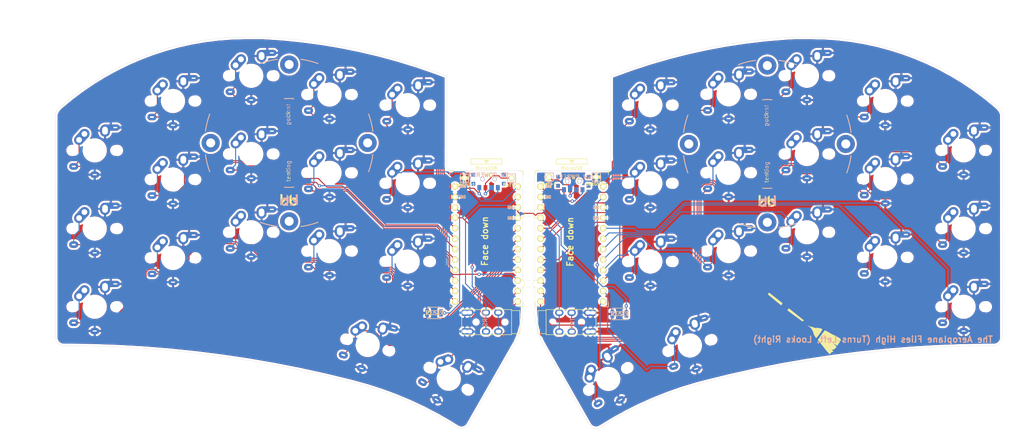
<source format=kicad_pcb>
(kicad_pcb (version 20171130) (host pcbnew 5.1.10)
  (layers (0 F.Cu signal) (31 B.Cu signal) (34 B.Paste user) (35 F.Paste user) (36 B.SilkS user) (37 F.SilkS user) (38 B.Mask user) (39 F.Mask user) (44 Edge.Cuts user))
  (net 0 "")
  (net 1 BT+)
  (net 2 gnd)
  (net 3 vcc)
  (net 4 Switch18)
  (net 5 reset)
  (net 6 Switch1)
  (net 7 Switch2)
  (net 8 Switch3)
  (net 9 Switch4)
  (net 10 Switch5)
  (net 11 Switch6)
  (net 12 Switch7)
  (net 13 Switch8)
  (net 14 Switch9)
  (net 15 Switch10)
  (net 16 Switch11)
  (net 17 Switch12)
  (net 18 Switch13)
  (net 19 Switch14)
  (net 20 Switch15)
  (net 21 Switch16)
  (net 22 Switch17)
  (net 23 "Net-(SW_POWER1-Pad1)")
  (net 24 raw)
  (net 25 BT+_r)
  (net 26 Switch18_r)
  (net 27 reset_r)
  (net 28 Switch9_r)
  (net 29 Switch10_r)
  (net 30 Switch11_r)
  (net 31 Switch12_r)
  (net 32 Switch13_r)
  (net 33 Switch14_r)
  (net 34 Switch15_r)
  (net 35 Switch16_r)
  (net 36 Switch17_r)
  (net 37 Switch1_r)
  (net 38 Switch2_r)
  (net 39 Switch3_r)
  (net 40 Switch4_r)
  (net 41 Switch5_r)
  (net 42 Switch6_r)
  (net 43 Switch7_r)
  (net 44 Switch8_r)
  (net 45 "Net-(SW_POWERR1-Pad1)")
  (module kbd:ProMicro_v3_min (layer F.Cu) (at 160.822 100.246)
    (fp_text reference U2 hide)
    (fp_text value ProMicro-kbd hide)
    (fp_text user GND (at 5.86 -6.8) (layer F.SilkS) (effects (font (size 0.75 0.5) (thickness 0.125))))
    (fp_text user GND (at 5.86 -6.77) (layer B.SilkS) (effects (font (size 0.75 0.5) (thickness 0.125)) (justify mirror)))
    (fp_text user GND (at 5.88 -9.38) (layer F.SilkS) (effects (font (size 0.75 0.5) (thickness 0.125))))
    (fp_text user GND (at 5.88 -9.35) (layer B.SilkS) (effects (font (size 0.75 0.5) (thickness 0.125)) (justify mirror)))
    (fp_text user GND (at -5.77 -11.88) (layer B.SilkS) (effects (font (size 0.75 0.5) (thickness 0.125)) (justify mirror)))
    (fp_text user GND (at -5.77 -11.91) (layer F.SilkS) (effects (font (size 0.75 0.5) (thickness 0.125))))
    (fp_text user RAW (at -5.67 -14.52) (layer F.SilkS) (effects (font (size 0.75 0.5) (thickness 0.125))))
    (fp_text user MicroUSB (at -0.05 -18.95) (layer F.SilkS) (effects (font (size 0.75 0.75) (thickness 0.12))))
    (fp_text user RAW (at -5.64 -14.52 unlocked) (layer B.SilkS) (effects (font (size 0.75 0.5) (thickness 0.125)) (justify mirror)))
    (fp_text user "" (at -0.5 -17.25) (layer F.SilkS))
    (fp_text user "" (at -1.2065 -16.256) (layer B.SilkS) (effects (justify mirror)))
    (pad 1 thru_hole circle (at 7.6114 -14.478) (size 1.524 1.524) (drill 0.8128) (layers *.Cu F.SilkS B.Mask) (net 29 Switch10_r))
    (pad 2 thru_hole circle (at 7.6114 -11.938) (size 1.524 1.524) (drill 0.8128) (layers *.Cu F.SilkS B.Mask) (net 26 Switch18_r))
    (pad 3 thru_hole circle (at 7.6114 -9.398) (size 1.524 1.524) (drill 0.8128) (layers *.Cu F.SilkS B.Mask) (net 2 gnd))
    (pad 4 thru_hole circle (at 7.6114 -6.858) (size 1.524 1.524) (drill 0.8128) (layers *.Cu F.SilkS B.Mask) (net 2 gnd))
    (pad 5 thru_hole circle (at 7.6114 -4.318) (size 1.524 1.524) (drill 0.8128) (layers *.Cu F.SilkS B.Mask) (net 30 Switch11_r))
    (pad 6 thru_hole circle (at 7.6114 -1.778) (size 1.524 1.524) (drill 0.8128) (layers *.Cu F.SilkS B.Mask) (net 31 Switch12_r))
    (pad 7 thru_hole circle (at 7.6114 0.762) (size 1.524 1.524) (drill 0.8128) (layers *.Cu F.SilkS B.Mask) (net 32 Switch13_r))
    (pad 8 thru_hole circle (at 7.6114 3.302) (size 1.524 1.524) (drill 0.8128) (layers *.Cu F.SilkS B.Mask) (net 33 Switch14_r))
    (pad 9 thru_hole circle (at 7.6114 5.842) (size 1.524 1.524) (drill 0.8128) (layers *.Cu F.SilkS B.Mask) (net 34 Switch15_r))
    (pad 10 thru_hole circle (at 7.6114 8.382) (size 1.524 1.524) (drill 0.8128) (layers *.Cu F.SilkS B.Mask) (net 37 Switch1_r))
    (pad 11 thru_hole circle (at 7.6114 10.922) (size 1.524 1.524) (drill 0.8128) (layers *.Cu F.SilkS B.Mask) (net 35 Switch16_r))
    (pad 12 thru_hole circle (at 7.6114 13.462) (size 1.524 1.524) (drill 0.8128) (layers *.Cu F.SilkS B.Mask) (net 36 Switch17_r))
    (pad 13 thru_hole circle (at -7.6086 13.462) (size 1.524 1.524) (drill 0.8128) (layers *.Cu F.SilkS B.Mask) (net 28 Switch9_r))
    (pad 14 thru_hole circle (at -7.6086 10.922) (size 1.524 1.524) (drill 0.8128) (layers *.Cu F.SilkS B.Mask) (net 44 Switch8_r))
    (pad 15 thru_hole circle (at -7.6086 8.382) (size 1.524 1.524) (drill 0.8128) (layers *.Cu F.SilkS B.Mask) (net 43 Switch7_r))
    (pad 16 thru_hole circle (at -7.6086 5.842) (size 1.524 1.524) (drill 0.8128) (layers *.Cu F.SilkS B.Mask) (net 42 Switch6_r))
    (pad 17 thru_hole circle (at -7.6086 3.302) (size 1.524 1.524) (drill 0.8128) (layers *.Cu F.SilkS B.Mask) (net 38 Switch2_r))
    (pad 18 thru_hole circle (at -7.6086 0.762) (size 1.524 1.524) (drill 0.8128) (layers *.Cu F.SilkS B.Mask) (net 39 Switch3_r))
    (pad 19 thru_hole circle (at -7.6086 -1.778) (size 1.524 1.524) (drill 0.8128) (layers *.Cu F.SilkS B.Mask) (net 40 Switch4_r))
    (pad 20 thru_hole circle (at -7.6086 -4.318) (size 1.524 1.524) (drill 0.8128) (layers *.Cu F.SilkS B.Mask) (net 41 Switch5_r))
    (pad 21 thru_hole circle (at -7.6086 -6.858) (size 1.524 1.524) (drill 0.8128) (layers *.Cu F.SilkS B.Mask) (net 3 vcc))
    (pad 22 thru_hole circle (at -7.6086 -9.398) (size 1.524 1.524) (drill 0.8128) (layers *.Cu F.SilkS B.Mask) (net 27 reset_r))
    (pad 23 thru_hole circle (at -7.6086 -11.938) (size 1.524 1.524) (drill 0.8128) (layers *.Cu F.SilkS B.Mask) (net 2 gnd))
    (pad 24 thru_hole circle (at -7.6086 -14.478) (size 1.524 1.524) (drill 0.8128) (layers *.Cu F.SilkS B.Mask) (net 24 raw))
  )
  (module kbd:ProMicro_v3_min (layer F.Cu) (at 140.094 100.246)
    (fp_text reference U1 hide)
    (fp_text value ProMicro-kbd hide)
    (fp_text user GND (at 5.86 -6.8) (layer F.SilkS) (effects (font (size 0.75 0.5) (thickness 0.125))))
    (fp_text user GND (at 5.86 -6.77) (layer B.SilkS) (effects (font (size 0.75 0.5) (thickness 0.125)) (justify mirror)))
    (fp_text user GND (at 5.88 -9.38) (layer F.SilkS) (effects (font (size 0.75 0.5) (thickness 0.125))))
    (fp_text user GND (at 5.88 -9.35) (layer B.SilkS) (effects (font (size 0.75 0.5) (thickness 0.125)) (justify mirror)))
    (fp_text user GND (at -5.77 -11.88) (layer B.SilkS) (effects (font (size 0.75 0.5) (thickness 0.125)) (justify mirror)))
    (fp_text user GND (at -5.77 -11.91) (layer F.SilkS) (effects (font (size 0.75 0.5) (thickness 0.125))))
    (fp_text user RAW (at -5.67 -14.52) (layer F.SilkS) (effects (font (size 0.75 0.5) (thickness 0.125))))
    (fp_text user MicroUSB (at -0.05 -18.95) (layer F.SilkS) (effects (font (size 0.75 0.75) (thickness 0.12))))
    (fp_text user RAW (at -5.64 -14.52 unlocked) (layer B.SilkS) (effects (font (size 0.75 0.5) (thickness 0.125)) (justify mirror)))
    (fp_text user "" (at -0.5 -17.25) (layer F.SilkS))
    (fp_text user "" (at -1.2065 -16.256) (layer B.SilkS) (effects (justify mirror)))
    (pad 1 thru_hole circle (at 7.6114 -14.478) (size 1.524 1.524) (drill 0.8128) (layers *.Cu F.SilkS B.Mask) (net 15 Switch10))
    (pad 2 thru_hole circle (at 7.6114 -11.938) (size 1.524 1.524) (drill 0.8128) (layers *.Cu F.SilkS B.Mask) (net 4 Switch18))
    (pad 3 thru_hole circle (at 7.6114 -9.398) (size 1.524 1.524) (drill 0.8128) (layers *.Cu F.SilkS B.Mask) (net 2 gnd))
    (pad 4 thru_hole circle (at 7.6114 -6.858) (size 1.524 1.524) (drill 0.8128) (layers *.Cu F.SilkS B.Mask) (net 2 gnd))
    (pad 5 thru_hole circle (at 7.6114 -4.318) (size 1.524 1.524) (drill 0.8128) (layers *.Cu F.SilkS B.Mask) (net 16 Switch11))
    (pad 6 thru_hole circle (at 7.6114 -1.778) (size 1.524 1.524) (drill 0.8128) (layers *.Cu F.SilkS B.Mask) (net 17 Switch12))
    (pad 7 thru_hole circle (at 7.6114 0.762) (size 1.524 1.524) (drill 0.8128) (layers *.Cu F.SilkS B.Mask) (net 18 Switch13))
    (pad 8 thru_hole circle (at 7.6114 3.302) (size 1.524 1.524) (drill 0.8128) (layers *.Cu F.SilkS B.Mask) (net 19 Switch14))
    (pad 9 thru_hole circle (at 7.6114 5.842) (size 1.524 1.524) (drill 0.8128) (layers *.Cu F.SilkS B.Mask) (net 20 Switch15))
    (pad 10 thru_hole circle (at 7.6114 8.382) (size 1.524 1.524) (drill 0.8128) (layers *.Cu F.SilkS B.Mask) (net 6 Switch1))
    (pad 11 thru_hole circle (at 7.6114 10.922) (size 1.524 1.524) (drill 0.8128) (layers *.Cu F.SilkS B.Mask) (net 21 Switch16))
    (pad 12 thru_hole circle (at 7.6114 13.462) (size 1.524 1.524) (drill 0.8128) (layers *.Cu F.SilkS B.Mask) (net 22 Switch17))
    (pad 13 thru_hole circle (at -7.6086 13.462) (size 1.524 1.524) (drill 0.8128) (layers *.Cu F.SilkS B.Mask) (net 14 Switch9))
    (pad 14 thru_hole circle (at -7.6086 10.922) (size 1.524 1.524) (drill 0.8128) (layers *.Cu F.SilkS B.Mask) (net 13 Switch8))
    (pad 15 thru_hole circle (at -7.6086 8.382) (size 1.524 1.524) (drill 0.8128) (layers *.Cu F.SilkS B.Mask) (net 12 Switch7))
    (pad 16 thru_hole circle (at -7.6086 5.842) (size 1.524 1.524) (drill 0.8128) (layers *.Cu F.SilkS B.Mask) (net 11 Switch6))
    (pad 17 thru_hole circle (at -7.6086 3.302) (size 1.524 1.524) (drill 0.8128) (layers *.Cu F.SilkS B.Mask) (net 7 Switch2))
    (pad 18 thru_hole circle (at -7.6086 0.762) (size 1.524 1.524) (drill 0.8128) (layers *.Cu F.SilkS B.Mask) (net 8 Switch3))
    (pad 19 thru_hole circle (at -7.6086 -1.778) (size 1.524 1.524) (drill 0.8128) (layers *.Cu F.SilkS B.Mask) (net 9 Switch4))
    (pad 20 thru_hole circle (at -7.6086 -4.318) (size 1.524 1.524) (drill 0.8128) (layers *.Cu F.SilkS B.Mask) (net 10 Switch5))
    (pad 21 thru_hole circle (at -7.6086 -6.858) (size 1.524 1.524) (drill 0.8128) (layers *.Cu F.SilkS B.Mask) (net 3 vcc))
    (pad 22 thru_hole circle (at -7.6086 -9.398) (size 1.524 1.524) (drill 0.8128) (layers *.Cu F.SilkS B.Mask) (net 5 reset))
    (pad 23 thru_hole circle (at -7.6086 -11.938) (size 1.524 1.524) (drill 0.8128) (layers *.Cu F.SilkS B.Mask) (net 2 gnd))
    (pad 24 thru_hole circle (at -7.6086 -14.478) (size 1.524 1.524) (drill 0.8128) (layers *.Cu F.SilkS B.Mask) (net 24 raw))
  )
  (module kbd:SW_SPST_B3U-1000P (layer B.Cu) (at 127.394 116.502)
    (fp_text reference RSW1 hide)
    (fp_text value SW_Push)
    (fp_text user RESET (at 0.127 0) (layer F.SilkS))
    (pad 2 smd rect (at 1.7 0) (size 0.9 1.7) (layers B.Cu B.Paste B.Mask) (net 5 reset))
    (pad 1 smd rect (at -1.7 0) (size 0.9 1.7) (layers B.Cu B.Paste B.Mask) (net 2 gnd))
  )
  (module kbd:SW_SPST_B3U-1000P (layer F.Cu) (at 127.394 116.502)
    (fp_text reference RSW1 hide)
    (fp_text value SW_Push)
    (fp_text user RESET (at 0.127 0) (layer B.SilkS) (effects (justify mirror)))
    (pad 1 smd rect (at -1.7 0) (size 0.9 1.7) (layers F.Cu F.Paste F.Mask) (net 2 gnd))
    (pad 2 smd rect (at 1.7 0) (size 0.9 1.7) (layers F.Cu F.Paste F.Mask) (net 5 reset))
  )
  (module Kailh:keyswitch_cherrymx_alps_choc12_1u (layer F.Cu) (at 120.98 104.008)
    (fp_text reference SW18 hide)
    (fp_text value SW_Push hide)
    (pad "" np_thru_hole circle (at -5.08 0) (size 1.7 1.7) (drill 1.7) (layers *.Cu))
    (pad "" np_thru_hole circle (at 5.08 0) (size 1.7 1.7) (drill 1.7) (layers *.Cu))
    (pad 2 thru_hole oval (at 0 5.9) (size 2.2 1.5) (drill oval 1 0.3) (layers *.Cu B.Mask) (net 2 gnd))
    (pad "" np_thru_hole circle (at 5.5 0 90) (size 1.8 1.8) (drill 1.8) (layers *.Cu))
    (pad "" np_thru_hole circle (at -5.5 0 90) (size 1.8 1.8) (drill 1.8) (layers *.Cu))
    (pad "" np_thru_hole circle (at 0 0 90) (size 4.9 4.9) (drill 4.9) (layers *.Cu))
    (pad 1 thru_hole oval (at -5.1 3.9) (size 2.2 1.6) (drill oval 1 0.4) (layers *.Cu B.Mask) (net 20 Switch15))
    (pad 2 thru_hole oval (at 5 -5.55 0.5) (size 4.4 1.5) (drill oval 1 0.3 (offset -1.1 0)) (layers *.Cu B.Mask) (net 2 gnd))
    (pad 1 thru_hole circle (at -2.5 -4) (size 2.4 2.4) (drill 1.4) (layers *.Cu B.Mask) (net 20 Switch15))
    (pad 2 thru_hole oval (at 2.5 -4.8) (size 2.4 2.95) (drill oval 1.4 1.95) (layers *.Cu B.Mask) (net 2 gnd))
    (pad 1 thru_hole oval (at -3.8 -2.55 318) (size 2.4 4.4) (drill 1.4 (offset 0 -1)) (layers *.Cu B.Mask) (net 20 Switch15))
  )
  (module Kailh:keyswitch_cherrymx_alps_choc12_1u (layer F.Cu) (at 111.272 124.288 345)
    (fp_text reference SW21 hide)
    (fp_text value SW_Push hide)
    (pad "" np_thru_hole circle (at -5.08 0 345) (size 1.7 1.7) (drill 1.7) (layers *.Cu))
    (pad "" np_thru_hole circle (at 5.08 0 345) (size 1.7 1.7) (drill 1.7) (layers *.Cu))
    (pad 2 thru_hole oval (at 0 5.9 345) (size 2.2 1.5) (drill oval 1 0.3) (layers *.Cu B.Mask) (net 2 gnd))
    (pad "" np_thru_hole circle (at 5.5 0 75) (size 1.8 1.8) (drill 1.8) (layers *.Cu))
    (pad "" np_thru_hole circle (at -5.5 0 75) (size 1.8 1.8) (drill 1.8) (layers *.Cu))
    (pad "" np_thru_hole circle (at 0 0 75) (size 4.9 4.9) (drill 4.9) (layers *.Cu))
    (pad 1 thru_hole oval (at -5.1 3.9 345) (size 2.2 1.6) (drill oval 1 0.4) (layers *.Cu B.Mask) (net 21 Switch16))
    (pad 2 thru_hole oval (at 5 -5.55 345.5) (size 4.4 1.5) (drill oval 1 0.3 (offset -1.1 0)) (layers *.Cu B.Mask) (net 2 gnd))
    (pad 1 thru_hole circle (at -2.5 -4 345) (size 2.4 2.4) (drill 1.4) (layers *.Cu B.Mask) (net 21 Switch16))
    (pad 2 thru_hole oval (at 2.5 -4.8 345) (size 2.4 2.95) (drill oval 1.4 1.95) (layers *.Cu B.Mask) (net 2 gnd))
    (pad 1 thru_hole oval (at -3.8 -2.55 303) (size 2.4 4.4) (drill 1.4 (offset 0 -1)) (layers *.Cu B.Mask) (net 21 Switch16))
  )
  (module Kailh:keyswitch_cherrymx_alps_choc12_1u (layer F.Cu) (at 189.484 124.41 15)
    (fp_text reference SW21_r1 hide)
    (fp_text value SW_Push hide)
    (pad "" np_thru_hole circle (at -5.08 0 15) (size 1.7 1.7) (drill 1.7) (layers *.Cu))
    (pad "" np_thru_hole circle (at 5.08 0 15) (size 1.7 1.7) (drill 1.7) (layers *.Cu))
    (pad 2 thru_hole oval (at 0 5.9 15) (size 2.2 1.5) (drill oval 1 0.3) (layers *.Cu B.Mask) (net 2 gnd))
    (pad "" np_thru_hole circle (at 5.5 0 105) (size 1.8 1.8) (drill 1.8) (layers *.Cu))
    (pad "" np_thru_hole circle (at -5.5 0 105) (size 1.8 1.8) (drill 1.8) (layers *.Cu))
    (pad "" np_thru_hole circle (at 0 0 105) (size 4.9 4.9) (drill 4.9) (layers *.Cu))
    (pad 1 thru_hole oval (at -5.1 3.9 15) (size 2.2 1.6) (drill oval 1 0.4) (layers *.Cu B.Mask) (net 35 Switch16_r))
    (pad 2 thru_hole oval (at 5 -5.55 15.5) (size 4.4 1.5) (drill oval 1 0.3 (offset -1.1 0)) (layers *.Cu B.Mask) (net 2 gnd))
    (pad 1 thru_hole circle (at -2.5 -4 15) (size 2.4 2.4) (drill 1.4) (layers *.Cu B.Mask) (net 35 Switch16_r))
    (pad 2 thru_hole oval (at 2.5 -4.8 15) (size 2.4 2.95) (drill oval 1.4 1.95) (layers *.Cu B.Mask) (net 2 gnd))
    (pad 1 thru_hole oval (at -3.8 -2.55 333) (size 2.4 4.4) (drill 1.4 (offset 0 -1)) (layers *.Cu B.Mask) (net 35 Switch16_r))
  )
  (module Kailh:keyswitch_cherrymx_alps_choc12_1u (layer F.Cu) (at 169.672 132.542 30)
    (fp_text reference SW20_r1 hide)
    (fp_text value SW_Push hide)
    (pad "" np_thru_hole circle (at -5.08 0 30) (size 1.7 1.7) (drill 1.7) (layers *.Cu))
    (pad "" np_thru_hole circle (at 5.08 0 30) (size 1.7 1.7) (drill 1.7) (layers *.Cu))
    (pad 2 thru_hole oval (at 0 5.9 30) (size 2.2 1.5) (drill oval 1 0.3) (layers *.Cu B.Mask) (net 2 gnd))
    (pad "" np_thru_hole circle (at 5.5 0 120) (size 1.8 1.8) (drill 1.8) (layers *.Cu))
    (pad "" np_thru_hole circle (at -5.5 0 120) (size 1.8 1.8) (drill 1.8) (layers *.Cu))
    (pad "" np_thru_hole circle (at 0 0 120) (size 4.9 4.9) (drill 4.9) (layers *.Cu))
    (pad 1 thru_hole oval (at -5.1 3.9 30) (size 2.2 1.6) (drill oval 1 0.4) (layers *.Cu B.Mask) (net 36 Switch17_r))
    (pad 2 thru_hole oval (at 5 -5.55 30.5) (size 4.4 1.5) (drill oval 1 0.3 (offset -1.1 0)) (layers *.Cu B.Mask) (net 2 gnd))
    (pad 1 thru_hole circle (at -2.5 -4 30) (size 2.4 2.4) (drill 1.4) (layers *.Cu B.Mask) (net 36 Switch17_r))
    (pad 2 thru_hole oval (at 2.5 -4.8 30) (size 2.4 2.95) (drill oval 1.4 1.95) (layers *.Cu B.Mask) (net 2 gnd))
    (pad 1 thru_hole oval (at -3.8 -2.55 348) (size 2.4 4.4) (drill 1.4 (offset 0 -1)) (layers *.Cu B.Mask) (net 36 Switch17_r))
  )
  (module Kailh:keyswitch_cherrymx_alps_choc12_1u (layer F.Cu) (at 217.892 77.878)
    (fp_text reference SW9_r1 hide)
    (fp_text value SW_Push hide)
    (pad "" np_thru_hole circle (at -5.08 0) (size 1.7 1.7) (drill 1.7) (layers *.Cu))
    (pad "" np_thru_hole circle (at 5.08 0) (size 1.7 1.7) (drill 1.7) (layers *.Cu))
    (pad 2 thru_hole oval (at 0 5.9) (size 2.2 1.5) (drill oval 1 0.3) (layers *.Cu B.Mask) (net 2 gnd))
    (pad "" np_thru_hole circle (at 5.5 0 90) (size 1.8 1.8) (drill 1.8) (layers *.Cu))
    (pad "" np_thru_hole circle (at -5.5 0 90) (size 1.8 1.8) (drill 1.8) (layers *.Cu))
    (pad "" np_thru_hole circle (at 0 0 90) (size 4.9 4.9) (drill 4.9) (layers *.Cu))
    (pad 1 thru_hole oval (at -5.1 3.9) (size 2.2 1.6) (drill oval 1 0.4) (layers *.Cu B.Mask) (net 44 Switch8_r))
    (pad 2 thru_hole oval (at 5 -5.55 0.5) (size 4.4 1.5) (drill oval 1 0.3 (offset -1.1 0)) (layers *.Cu B.Mask) (net 2 gnd))
    (pad 1 thru_hole circle (at -2.5 -4) (size 2.4 2.4) (drill 1.4) (layers *.Cu B.Mask) (net 44 Switch8_r))
    (pad 2 thru_hole oval (at 2.5 -4.8) (size 2.4 2.95) (drill oval 1.4 1.95) (layers *.Cu B.Mask) (net 2 gnd))
    (pad 1 thru_hole oval (at -3.8 -2.55 318) (size 2.4 4.4) (drill 1.4 (offset 0 -1)) (layers *.Cu B.Mask) (net 44 Switch8_r))
  )
  (module Kailh:keyswitch_cherrymx_alps_choc12_1u (layer F.Cu) (at 236.918 83.974)
    (fp_text reference SW8_r1 hide)
    (fp_text value SW_Push hide)
    (pad "" np_thru_hole circle (at -5.08 0) (size 1.7 1.7) (drill 1.7) (layers *.Cu))
    (pad "" np_thru_hole circle (at 5.08 0) (size 1.7 1.7) (drill 1.7) (layers *.Cu))
    (pad 2 thru_hole oval (at 0 5.9) (size 2.2 1.5) (drill oval 1 0.3) (layers *.Cu B.Mask) (net 2 gnd))
    (pad "" np_thru_hole circle (at 5.5 0 90) (size 1.8 1.8) (drill 1.8) (layers *.Cu))
    (pad "" np_thru_hole circle (at -5.5 0 90) (size 1.8 1.8) (drill 1.8) (layers *.Cu))
    (pad "" np_thru_hole circle (at 0 0 90) (size 4.9 4.9) (drill 4.9) (layers *.Cu))
    (pad 1 thru_hole oval (at -5.1 3.9) (size 2.2 1.6) (drill oval 1 0.4) (layers *.Cu B.Mask) (net 43 Switch7_r))
    (pad 2 thru_hole oval (at 5 -5.55 0.5) (size 4.4 1.5) (drill oval 1 0.3 (offset -1.1 0)) (layers *.Cu B.Mask) (net 2 gnd))
    (pad 1 thru_hole circle (at -2.5 -4) (size 2.4 2.4) (drill 1.4) (layers *.Cu B.Mask) (net 43 Switch7_r))
    (pad 2 thru_hole oval (at 2.5 -4.8) (size 2.4 2.95) (drill oval 1.4 1.95) (layers *.Cu B.Mask) (net 2 gnd))
    (pad 1 thru_hole oval (at -3.8 -2.55 318) (size 2.4 4.4) (drill 1.4 (offset 0 -1)) (layers *.Cu B.Mask) (net 43 Switch7_r))
  )
  (module Kailh:keyswitch_cherrymx_alps_choc12_1u (layer F.Cu) (at 255.936 96)
    (fp_text reference SW7_r1 hide)
    (fp_text value SW_Push hide)
    (pad "" np_thru_hole circle (at -5.08 0) (size 1.7 1.7) (drill 1.7) (layers *.Cu))
    (pad "" np_thru_hole circle (at 5.08 0) (size 1.7 1.7) (drill 1.7) (layers *.Cu))
    (pad 2 thru_hole oval (at 0 5.9) (size 2.2 1.5) (drill oval 1 0.3) (layers *.Cu B.Mask) (net 2 gnd))
    (pad "" np_thru_hole circle (at 5.5 0 90) (size 1.8 1.8) (drill 1.8) (layers *.Cu))
    (pad "" np_thru_hole circle (at -5.5 0 90) (size 1.8 1.8) (drill 1.8) (layers *.Cu))
    (pad "" np_thru_hole circle (at 0 0 90) (size 4.9 4.9) (drill 4.9) (layers *.Cu))
    (pad 1 thru_hole oval (at -5.1 3.9) (size 2.2 1.6) (drill oval 1 0.4) (layers *.Cu B.Mask) (net 42 Switch6_r))
    (pad 2 thru_hole oval (at 5 -5.55 0.5) (size 4.4 1.5) (drill oval 1 0.3 (offset -1.1 0)) (layers *.Cu B.Mask) (net 2 gnd))
    (pad 1 thru_hole circle (at -2.5 -4) (size 2.4 2.4) (drill 1.4) (layers *.Cu B.Mask) (net 42 Switch6_r))
    (pad 2 thru_hole oval (at 2.5 -4.8) (size 2.4 2.95) (drill oval 1.4 1.95) (layers *.Cu B.Mask) (net 2 gnd))
    (pad 1 thru_hole oval (at -3.8 -2.55 318) (size 2.4 4.4) (drill 1.4 (offset 0 -1)) (layers *.Cu B.Mask) (net 42 Switch6_r))
  )
  (module Kailh:keyswitch_cherrymx_alps_choc12_1u (layer F.Cu) (at 179.89 66)
    (fp_text reference SW6_r1 hide)
    (fp_text value SW_Push hide)
    (pad "" np_thru_hole circle (at -5.08 0) (size 1.7 1.7) (drill 1.7) (layers *.Cu))
    (pad "" np_thru_hole circle (at 5.08 0) (size 1.7 1.7) (drill 1.7) (layers *.Cu))
    (pad 2 thru_hole oval (at 0 5.9) (size 2.2 1.5) (drill oval 1 0.3) (layers *.Cu B.Mask) (net 2 gnd))
    (pad "" np_thru_hole circle (at 5.5 0 90) (size 1.8 1.8) (drill 1.8) (layers *.Cu))
    (pad "" np_thru_hole circle (at -5.5 0 90) (size 1.8 1.8) (drill 1.8) (layers *.Cu))
    (pad "" np_thru_hole circle (at 0 0 90) (size 4.9 4.9) (drill 4.9) (layers *.Cu))
    (pad 1 thru_hole oval (at -5.1 3.9) (size 2.2 1.6) (drill oval 1 0.4) (layers *.Cu B.Mask) (net 41 Switch5_r))
    (pad 2 thru_hole oval (at 5 -5.55 0.5) (size 4.4 1.5) (drill oval 1 0.3 (offset -1.1 0)) (layers *.Cu B.Mask) (net 2 gnd))
    (pad 1 thru_hole circle (at -2.5 -4) (size 2.4 2.4) (drill 1.4) (layers *.Cu B.Mask) (net 41 Switch5_r))
    (pad 2 thru_hole oval (at 2.5 -4.8) (size 2.4 2.95) (drill oval 1.4 1.95) (layers *.Cu B.Mask) (net 2 gnd))
    (pad 1 thru_hole oval (at -3.8 -2.55 318) (size 2.4 4.4) (drill 1.4 (offset 0 -1)) (layers *.Cu B.Mask) (net 41 Switch5_r))
  )
  (module Kailh:keyswitch_cherrymx_alps_choc12_1u (layer F.Cu) (at 198.89 63.368)
    (fp_text reference SW5_r1 hide)
    (fp_text value SW_Push hide)
    (pad "" np_thru_hole circle (at -5.08 0) (size 1.7 1.7) (drill 1.7) (layers *.Cu))
    (pad "" np_thru_hole circle (at 5.08 0) (size 1.7 1.7) (drill 1.7) (layers *.Cu))
    (pad 2 thru_hole oval (at 0 5.9) (size 2.2 1.5) (drill oval 1 0.3) (layers *.Cu B.Mask) (net 2 gnd))
    (pad "" np_thru_hole circle (at 5.5 0 90) (size 1.8 1.8) (drill 1.8) (layers *.Cu))
    (pad "" np_thru_hole circle (at -5.5 0 90) (size 1.8 1.8) (drill 1.8) (layers *.Cu))
    (pad "" np_thru_hole circle (at 0 0 90) (size 4.9 4.9) (drill 4.9) (layers *.Cu))
    (pad 1 thru_hole oval (at -5.1 3.9) (size 2.2 1.6) (drill oval 1 0.4) (layers *.Cu B.Mask) (net 40 Switch4_r))
    (pad 2 thru_hole oval (at 5 -5.55 0.5) (size 4.4 1.5) (drill oval 1 0.3 (offset -1.1 0)) (layers *.Cu B.Mask) (net 2 gnd))
    (pad 1 thru_hole circle (at -2.5 -4) (size 2.4 2.4) (drill 1.4) (layers *.Cu B.Mask) (net 40 Switch4_r))
    (pad 2 thru_hole oval (at 2.5 -4.8) (size 2.4 2.95) (drill oval 1.4 1.95) (layers *.Cu B.Mask) (net 2 gnd))
    (pad 1 thru_hole oval (at -3.8 -2.55 318) (size 2.4 4.4) (drill 1.4 (offset 0 -1)) (layers *.Cu B.Mask) (net 40 Switch4_r))
  )
  (module Kailh:keyswitch_cherrymx_alps_choc12_1u (layer F.Cu) (at 217.892 58.86)
    (fp_text reference SW4_r1 hide)
    (fp_text value SW_Push hide)
    (pad "" np_thru_hole circle (at -5.08 0) (size 1.7 1.7) (drill 1.7) (layers *.Cu))
    (pad "" np_thru_hole circle (at 5.08 0) (size 1.7 1.7) (drill 1.7) (layers *.Cu))
    (pad 2 thru_hole oval (at 0 5.9) (size 2.2 1.5) (drill oval 1 0.3) (layers *.Cu B.Mask) (net 2 gnd))
    (pad "" np_thru_hole circle (at 5.5 0 90) (size 1.8 1.8) (drill 1.8) (layers *.Cu))
    (pad "" np_thru_hole circle (at -5.5 0 90) (size 1.8 1.8) (drill 1.8) (layers *.Cu))
    (pad "" np_thru_hole circle (at 0 0 90) (size 4.9 4.9) (drill 4.9) (layers *.Cu))
    (pad 1 thru_hole oval (at -5.1 3.9) (size 2.2 1.6) (drill oval 1 0.4) (layers *.Cu B.Mask) (net 39 Switch3_r))
    (pad 2 thru_hole oval (at 5 -5.55 0.5) (size 4.4 1.5) (drill oval 1 0.3 (offset -1.1 0)) (layers *.Cu B.Mask) (net 2 gnd))
    (pad 1 thru_hole circle (at -2.5 -4) (size 2.4 2.4) (drill 1.4) (layers *.Cu B.Mask) (net 39 Switch3_r))
    (pad 2 thru_hole oval (at 2.5 -4.8) (size 2.4 2.95) (drill oval 1.4 1.95) (layers *.Cu B.Mask) (net 2 gnd))
    (pad 1 thru_hole oval (at -3.8 -2.55 318) (size 2.4 4.4) (drill 1.4 (offset 0 -1)) (layers *.Cu B.Mask) (net 39 Switch3_r))
  )
  (module Kailh:keyswitch_cherrymx_alps_choc12_1u (layer F.Cu) (at 236.918 65)
    (fp_text reference SW3_r1 hide)
    (fp_text value SW_Push hide)
    (pad "" np_thru_hole circle (at -5.08 0) (size 1.7 1.7) (drill 1.7) (layers *.Cu))
    (pad "" np_thru_hole circle (at 5.08 0) (size 1.7 1.7) (drill 1.7) (layers *.Cu))
    (pad 2 thru_hole oval (at 0 5.9) (size 2.2 1.5) (drill oval 1 0.3) (layers *.Cu B.Mask) (net 2 gnd))
    (pad "" np_thru_hole circle (at 5.5 0 90) (size 1.8 1.8) (drill 1.8) (layers *.Cu))
    (pad "" np_thru_hole circle (at -5.5 0 90) (size 1.8 1.8) (drill 1.8) (layers *.Cu))
    (pad "" np_thru_hole circle (at 0 0 90) (size 4.9 4.9) (drill 4.9) (layers *.Cu))
    (pad 1 thru_hole oval (at -5.1 3.9) (size 2.2 1.6) (drill oval 1 0.4) (layers *.Cu B.Mask) (net 38 Switch2_r))
    (pad 2 thru_hole oval (at 5 -5.55 0.5) (size 4.4 1.5) (drill oval 1 0.3 (offset -1.1 0)) (layers *.Cu B.Mask) (net 2 gnd))
    (pad 1 thru_hole circle (at -2.5 -4) (size 2.4 2.4) (drill 1.4) (layers *.Cu B.Mask) (net 38 Switch2_r))
    (pad 2 thru_hole oval (at 2.5 -4.8) (size 2.4 2.95) (drill oval 1.4 1.95) (layers *.Cu B.Mask) (net 2 gnd))
    (pad 1 thru_hole oval (at -3.8 -2.55 318) (size 2.4 4.4) (drill 1.4 (offset 0 -1)) (layers *.Cu B.Mask) (net 38 Switch2_r))
  )
  (module Kailh:keyswitch_cherrymx_alps_choc12_1u (layer F.Cu) (at 255.936 77)
    (fp_text reference SW2_r1 hide)
    (fp_text value SW_Push hide)
    (pad "" np_thru_hole circle (at -5.08 0) (size 1.7 1.7) (drill 1.7) (layers *.Cu))
    (pad "" np_thru_hole circle (at 5.08 0) (size 1.7 1.7) (drill 1.7) (layers *.Cu))
    (pad 2 thru_hole oval (at 0 5.9) (size 2.2 1.5) (drill oval 1 0.3) (layers *.Cu B.Mask) (net 2 gnd))
    (pad "" np_thru_hole circle (at 5.5 0 90) (size 1.8 1.8) (drill 1.8) (layers *.Cu))
    (pad "" np_thru_hole circle (at -5.5 0 90) (size 1.8 1.8) (drill 1.8) (layers *.Cu))
    (pad "" np_thru_hole circle (at 0 0 90) (size 4.9 4.9) (drill 4.9) (layers *.Cu))
    (pad 1 thru_hole oval (at -5.1 3.9) (size 2.2 1.6) (drill oval 1 0.4) (layers *.Cu B.Mask) (net 37 Switch1_r))
    (pad 2 thru_hole oval (at 5 -5.55 0.5) (size 4.4 1.5) (drill oval 1 0.3 (offset -1.1 0)) (layers *.Cu B.Mask) (net 2 gnd))
    (pad 1 thru_hole circle (at -2.5 -4) (size 2.4 2.4) (drill 1.4) (layers *.Cu B.Mask) (net 37 Switch1_r))
    (pad 2 thru_hole oval (at 2.5 -4.8) (size 2.4 2.95) (drill oval 1.4 1.95) (layers *.Cu B.Mask) (net 2 gnd))
    (pad 1 thru_hole oval (at -3.8 -2.55 318) (size 2.4 4.4) (drill 1.4 (offset 0 -1)) (layers *.Cu B.Mask) (net 37 Switch1_r))
  )
  (module Kailh:keyswitch_cherrymx_alps_choc12_1u (layer F.Cu) (at 236.918 102.992)
    (fp_text reference SW18_r1 hide)
    (fp_text value SW_Push hide)
    (pad "" np_thru_hole circle (at -5.08 0) (size 1.7 1.7) (drill 1.7) (layers *.Cu))
    (pad "" np_thru_hole circle (at 5.08 0) (size 1.7 1.7) (drill 1.7) (layers *.Cu))
    (pad 2 thru_hole oval (at 0 5.9) (size 2.2 1.5) (drill oval 1 0.3) (layers *.Cu B.Mask) (net 2 gnd))
    (pad "" np_thru_hole circle (at 5.5 0 90) (size 1.8 1.8) (drill 1.8) (layers *.Cu))
    (pad "" np_thru_hole circle (at -5.5 0 90) (size 1.8 1.8) (drill 1.8) (layers *.Cu))
    (pad "" np_thru_hole circle (at 0 0 90) (size 4.9 4.9) (drill 4.9) (layers *.Cu))
    (pad 1 thru_hole oval (at -5.1 3.9) (size 2.2 1.6) (drill oval 1 0.4) (layers *.Cu B.Mask) (net 31 Switch12_r))
    (pad 2 thru_hole oval (at 5 -5.55 0.5) (size 4.4 1.5) (drill oval 1 0.3 (offset -1.1 0)) (layers *.Cu B.Mask) (net 2 gnd))
    (pad 1 thru_hole circle (at -2.5 -4) (size 2.4 2.4) (drill 1.4) (layers *.Cu B.Mask) (net 31 Switch12_r))
    (pad 2 thru_hole oval (at 2.5 -4.8) (size 2.4 2.95) (drill oval 1.4 1.95) (layers *.Cu B.Mask) (net 2 gnd))
    (pad 1 thru_hole oval (at -3.8 -2.55 318) (size 2.4 4.4) (drill 1.4 (offset 0 -1)) (layers *.Cu B.Mask) (net 31 Switch12_r))
  )
  (module Kailh:keyswitch_cherrymx_alps_choc12_1u (layer F.Cu) (at 179.89 104.008)
    (fp_text reference SW17_r1 hide)
    (fp_text value SW_Push hide)
    (pad "" np_thru_hole circle (at -5.08 0) (size 1.7 1.7) (drill 1.7) (layers *.Cu))
    (pad "" np_thru_hole circle (at 5.08 0) (size 1.7 1.7) (drill 1.7) (layers *.Cu))
    (pad 2 thru_hole oval (at 0 5.9) (size 2.2 1.5) (drill oval 1 0.3) (layers *.Cu B.Mask) (net 2 gnd))
    (pad "" np_thru_hole circle (at 5.5 0 90) (size 1.8 1.8) (drill 1.8) (layers *.Cu))
    (pad "" np_thru_hole circle (at -5.5 0 90) (size 1.8 1.8) (drill 1.8) (layers *.Cu))
    (pad "" np_thru_hole circle (at 0 0 90) (size 4.9 4.9) (drill 4.9) (layers *.Cu))
    (pad 1 thru_hole oval (at -5.1 3.9) (size 2.2 1.6) (drill oval 1 0.4) (layers *.Cu B.Mask) (net 34 Switch15_r))
    (pad 2 thru_hole oval (at 5 -5.55 0.5) (size 4.4 1.5) (drill oval 1 0.3 (offset -1.1 0)) (layers *.Cu B.Mask) (net 2 gnd))
    (pad 1 thru_hole circle (at -2.5 -4) (size 2.4 2.4) (drill 1.4) (layers *.Cu B.Mask) (net 34 Switch15_r))
    (pad 2 thru_hole oval (at 2.5 -4.8) (size 2.4 2.95) (drill oval 1.4 1.95) (layers *.Cu B.Mask) (net 2 gnd))
    (pad 1 thru_hole oval (at -3.8 -2.55 318) (size 2.4 4.4) (drill 1.4 (offset 0 -1)) (layers *.Cu B.Mask) (net 34 Switch15_r))
  )
  (module Kailh:keyswitch_cherrymx_alps_choc12_1u (layer F.Cu) (at 198.89 101.468)
    (fp_text reference SW16_r1 hide)
    (fp_text value SW_Push hide)
    (pad "" np_thru_hole circle (at -5.08 0) (size 1.7 1.7) (drill 1.7) (layers *.Cu))
    (pad "" np_thru_hole circle (at 5.08 0) (size 1.7 1.7) (drill 1.7) (layers *.Cu))
    (pad 2 thru_hole oval (at 0 5.9) (size 2.2 1.5) (drill oval 1 0.3) (layers *.Cu B.Mask) (net 2 gnd))
    (pad "" np_thru_hole circle (at 5.5 0 90) (size 1.8 1.8) (drill 1.8) (layers *.Cu))
    (pad "" np_thru_hole circle (at -5.5 0 90) (size 1.8 1.8) (drill 1.8) (layers *.Cu))
    (pad "" np_thru_hole circle (at 0 0 90) (size 4.9 4.9) (drill 4.9) (layers *.Cu))
    (pad 1 thru_hole oval (at -5.1 3.9) (size 2.2 1.6) (drill oval 1 0.4) (layers *.Cu B.Mask) (net 33 Switch14_r))
    (pad 2 thru_hole oval (at 5 -5.55 0.5) (size 4.4 1.5) (drill oval 1 0.3 (offset -1.1 0)) (layers *.Cu B.Mask) (net 2 gnd))
    (pad 1 thru_hole circle (at -2.5 -4) (size 2.4 2.4) (drill 1.4) (layers *.Cu B.Mask) (net 33 Switch14_r))
    (pad 2 thru_hole oval (at 2.5 -4.8) (size 2.4 2.95) (drill oval 1.4 1.95) (layers *.Cu B.Mask) (net 2 gnd))
    (pad 1 thru_hole oval (at -3.8 -2.55 318) (size 2.4 4.4) (drill 1.4 (offset 0 -1)) (layers *.Cu B.Mask) (net 33 Switch14_r))
  )
  (module Kailh:keyswitch_cherrymx_alps_choc12_1u (layer F.Cu) (at 217.892 96.896)
    (fp_text reference SW15_r1 hide)
    (fp_text value SW_Push hide)
    (pad "" np_thru_hole circle (at -5.08 0) (size 1.7 1.7) (drill 1.7) (layers *.Cu))
    (pad "" np_thru_hole circle (at 5.08 0) (size 1.7 1.7) (drill 1.7) (layers *.Cu))
    (pad 2 thru_hole oval (at 0 5.9) (size 2.2 1.5) (drill oval 1 0.3) (layers *.Cu B.Mask) (net 2 gnd))
    (pad "" np_thru_hole circle (at 5.5 0 90) (size 1.8 1.8) (drill 1.8) (layers *.Cu))
    (pad "" np_thru_hole circle (at -5.5 0 90) (size 1.8 1.8) (drill 1.8) (layers *.Cu))
    (pad "" np_thru_hole circle (at 0 0 90) (size 4.9 4.9) (drill 4.9) (layers *.Cu))
    (pad 1 thru_hole oval (at -5.1 3.9) (size 2.2 1.6) (drill oval 1 0.4) (layers *.Cu B.Mask) (net 32 Switch13_r))
    (pad 2 thru_hole oval (at 5 -5.55 0.5) (size 4.4 1.5) (drill oval 1 0.3 (offset -1.1 0)) (layers *.Cu B.Mask) (net 2 gnd))
    (pad 1 thru_hole circle (at -2.5 -4) (size 2.4 2.4) (drill 1.4) (layers *.Cu B.Mask) (net 32 Switch13_r))
    (pad 2 thru_hole oval (at 2.5 -4.8) (size 2.4 2.95) (drill oval 1.4 1.95) (layers *.Cu B.Mask) (net 2 gnd))
    (pad 1 thru_hole oval (at -3.8 -2.55 318) (size 2.4 4.4) (drill 1.4 (offset 0 -1)) (layers *.Cu B.Mask) (net 32 Switch13_r))
  )
  (module Kailh:keyswitch_cherrymx_alps_choc12_1u (layer F.Cu) (at 255.936 115)
    (fp_text reference SW13_r1 hide)
    (fp_text value SW_Push hide)
    (pad "" np_thru_hole circle (at -5.08 0) (size 1.7 1.7) (drill 1.7) (layers *.Cu))
    (pad "" np_thru_hole circle (at 5.08 0) (size 1.7 1.7) (drill 1.7) (layers *.Cu))
    (pad 2 thru_hole oval (at 0 5.9) (size 2.2 1.5) (drill oval 1 0.3) (layers *.Cu B.Mask) (net 2 gnd))
    (pad "" np_thru_hole circle (at 5.5 0 90) (size 1.8 1.8) (drill 1.8) (layers *.Cu))
    (pad "" np_thru_hole circle (at -5.5 0 90) (size 1.8 1.8) (drill 1.8) (layers *.Cu))
    (pad "" np_thru_hole circle (at 0 0 90) (size 4.9 4.9) (drill 4.9) (layers *.Cu))
    (pad 1 thru_hole oval (at -5.1 3.9) (size 2.2 1.6) (drill oval 1 0.4) (layers *.Cu B.Mask) (net 30 Switch11_r))
    (pad 2 thru_hole oval (at 5 -5.55 0.5) (size 4.4 1.5) (drill oval 1 0.3 (offset -1.1 0)) (layers *.Cu B.Mask) (net 2 gnd))
    (pad 1 thru_hole circle (at -2.5 -4) (size 2.4 2.4) (drill 1.4) (layers *.Cu B.Mask) (net 30 Switch11_r))
    (pad 2 thru_hole oval (at 2.5 -4.8) (size 2.4 2.95) (drill oval 1.4 1.95) (layers *.Cu B.Mask) (net 2 gnd))
    (pad 1 thru_hole oval (at -3.8 -2.55 318) (size 2.4 4.4) (drill 1.4 (offset 0 -1)) (layers *.Cu B.Mask) (net 30 Switch11_r))
  )
  (module Kailh:keyswitch_cherrymx_alps_choc12_1u (layer F.Cu) (at 179.89 84.99)
    (fp_text reference SW12_r1 hide)
    (fp_text value SW_Push hide)
    (pad "" np_thru_hole circle (at -5.08 0) (size 1.7 1.7) (drill 1.7) (layers *.Cu))
    (pad "" np_thru_hole circle (at 5.08 0) (size 1.7 1.7) (drill 1.7) (layers *.Cu))
    (pad 2 thru_hole oval (at 0 5.9) (size 2.2 1.5) (drill oval 1 0.3) (layers *.Cu B.Mask) (net 2 gnd))
    (pad "" np_thru_hole circle (at 5.5 0 90) (size 1.8 1.8) (drill 1.8) (layers *.Cu))
    (pad "" np_thru_hole circle (at -5.5 0 90) (size 1.8 1.8) (drill 1.8) (layers *.Cu))
    (pad "" np_thru_hole circle (at 0 0 90) (size 4.9 4.9) (drill 4.9) (layers *.Cu))
    (pad 1 thru_hole oval (at -5.1 3.9) (size 2.2 1.6) (drill oval 1 0.4) (layers *.Cu B.Mask) (net 29 Switch10_r))
    (pad 2 thru_hole oval (at 5 -5.55 0.5) (size 4.4 1.5) (drill oval 1 0.3 (offset -1.1 0)) (layers *.Cu B.Mask) (net 2 gnd))
    (pad 1 thru_hole circle (at -2.5 -4) (size 2.4 2.4) (drill 1.4) (layers *.Cu B.Mask) (net 29 Switch10_r))
    (pad 2 thru_hole oval (at 2.5 -4.8) (size 2.4 2.95) (drill oval 1.4 1.95) (layers *.Cu B.Mask) (net 2 gnd))
    (pad 1 thru_hole oval (at -3.8 -2.55 318) (size 2.4 4.4) (drill 1.4 (offset 0 -1)) (layers *.Cu B.Mask) (net 29 Switch10_r))
  )
  (module Kailh:keyswitch_cherrymx_alps_choc12_1u (layer F.Cu) (at 198.89 82.418)
    (fp_text reference SW11_r1 hide)
    (fp_text value SW_Push hide)
    (pad "" np_thru_hole circle (at -5.08 0) (size 1.7 1.7) (drill 1.7) (layers *.Cu))
    (pad "" np_thru_hole circle (at 5.08 0) (size 1.7 1.7) (drill 1.7) (layers *.Cu))
    (pad 2 thru_hole oval (at 0 5.9) (size 2.2 1.5) (drill oval 1 0.3) (layers *.Cu B.Mask) (net 2 gnd))
    (pad "" np_thru_hole circle (at 5.5 0 90) (size 1.8 1.8) (drill 1.8) (layers *.Cu))
    (pad "" np_thru_hole circle (at -5.5 0 90) (size 1.8 1.8) (drill 1.8) (layers *.Cu))
    (pad "" np_thru_hole circle (at 0 0 90) (size 4.9 4.9) (drill 4.9) (layers *.Cu))
    (pad 1 thru_hole oval (at -5.1 3.9) (size 2.2 1.6) (drill oval 1 0.4) (layers *.Cu B.Mask) (net 28 Switch9_r))
    (pad 2 thru_hole oval (at 5 -5.55 0.5) (size 4.4 1.5) (drill oval 1 0.3 (offset -1.1 0)) (layers *.Cu B.Mask) (net 2 gnd))
    (pad 1 thru_hole circle (at -2.5 -4) (size 2.4 2.4) (drill 1.4) (layers *.Cu B.Mask) (net 28 Switch9_r))
    (pad 2 thru_hole oval (at 2.5 -4.8) (size 2.4 2.95) (drill oval 1.4 1.95) (layers *.Cu B.Mask) (net 2 gnd))
    (pad 1 thru_hole oval (at -3.8 -2.55 318) (size 2.4 4.4) (drill 1.4 (offset 0 -1)) (layers *.Cu B.Mask) (net 28 Switch9_r))
  )
  (module Kailh:keyswitch_cherrymx_alps_choc12_1u (layer F.Cu) (at 130.95 132.504 330)
    (fp_text reference SW20 hide)
    (fp_text value SW_Push hide)
    (pad "" np_thru_hole circle (at -5.08 0 330) (size 1.7 1.7) (drill 1.7) (layers *.Cu))
    (pad "" np_thru_hole circle (at 5.08 0 330) (size 1.7 1.7) (drill 1.7) (layers *.Cu))
    (pad 2 thru_hole oval (at 0 5.9 330) (size 2.2 1.5) (drill oval 1 0.3) (layers *.Cu B.Mask) (net 2 gnd))
    (pad "" np_thru_hole circle (at 5.5 0 60) (size 1.8 1.8) (drill 1.8) (layers *.Cu))
    (pad "" np_thru_hole circle (at -5.5 0 60) (size 1.8 1.8) (drill 1.8) (layers *.Cu))
    (pad "" np_thru_hole circle (at 0 0 60) (size 4.9 4.9) (drill 4.9) (layers *.Cu))
    (pad 1 thru_hole oval (at -5.1 3.9 330) (size 2.2 1.6) (drill oval 1 0.4) (layers *.Cu B.Mask) (net 22 Switch17))
    (pad 2 thru_hole oval (at 5 -5.55 330.5) (size 4.4 1.5) (drill oval 1 0.3 (offset -1.1 0)) (layers *.Cu B.Mask) (net 2 gnd))
    (pad 1 thru_hole circle (at -2.5 -4 330) (size 2.4 2.4) (drill 1.4) (layers *.Cu B.Mask) (net 22 Switch17))
    (pad 2 thru_hole oval (at 2.5 -4.8 330) (size 2.4 2.95) (drill oval 1.4 1.95) (layers *.Cu B.Mask) (net 2 gnd))
    (pad 1 thru_hole oval (at -3.8 -2.55 288) (size 2.4 4.4) (drill 1.4 (offset 0 -1)) (layers *.Cu B.Mask) (net 22 Switch17))
  )
  (module Kailh:keyswitch_cherrymx_alps_choc12_1u (layer F.Cu) (at 102 101.468)
    (fp_text reference SW17 hide)
    (fp_text value SW_Push hide)
    (pad "" np_thru_hole circle (at -5.08 0) (size 1.7 1.7) (drill 1.7) (layers *.Cu))
    (pad "" np_thru_hole circle (at 5.08 0) (size 1.7 1.7) (drill 1.7) (layers *.Cu))
    (pad 2 thru_hole oval (at 0 5.9) (size 2.2 1.5) (drill oval 1 0.3) (layers *.Cu B.Mask) (net 2 gnd))
    (pad "" np_thru_hole circle (at 5.5 0 90) (size 1.8 1.8) (drill 1.8) (layers *.Cu))
    (pad "" np_thru_hole circle (at -5.5 0 90) (size 1.8 1.8) (drill 1.8) (layers *.Cu))
    (pad "" np_thru_hole circle (at 0 0 90) (size 4.9 4.9) (drill 4.9) (layers *.Cu))
    (pad 1 thru_hole oval (at -5.1 3.9) (size 2.2 1.6) (drill oval 1 0.4) (layers *.Cu B.Mask) (net 19 Switch14))
    (pad 2 thru_hole oval (at 5 -5.55 0.5) (size 4.4 1.5) (drill oval 1 0.3 (offset -1.1 0)) (layers *.Cu B.Mask) (net 2 gnd))
    (pad 1 thru_hole circle (at -2.5 -4) (size 2.4 2.4) (drill 1.4) (layers *.Cu B.Mask) (net 19 Switch14))
    (pad 2 thru_hole oval (at 2.5 -4.8) (size 2.4 2.95) (drill oval 1.4 1.95) (layers *.Cu B.Mask) (net 2 gnd))
    (pad 1 thru_hole oval (at -3.8 -2.55 318) (size 2.4 4.4) (drill 1.4 (offset 0 -1)) (layers *.Cu B.Mask) (net 19 Switch14))
  )
  (module Kailh:keyswitch_cherrymx_alps_choc12_1u (layer F.Cu) (at 83 96.896)
    (fp_text reference SW16 hide)
    (fp_text value SW_Push hide)
    (pad "" np_thru_hole circle (at -5.08 0) (size 1.7 1.7) (drill 1.7) (layers *.Cu))
    (pad "" np_thru_hole circle (at 5.08 0) (size 1.7 1.7) (drill 1.7) (layers *.Cu))
    (pad 2 thru_hole oval (at 0 5.9) (size 2.2 1.5) (drill oval 1 0.3) (layers *.Cu B.Mask) (net 2 gnd))
    (pad "" np_thru_hole circle (at 5.5 0 90) (size 1.8 1.8) (drill 1.8) (layers *.Cu))
    (pad "" np_thru_hole circle (at -5.5 0 90) (size 1.8 1.8) (drill 1.8) (layers *.Cu))
    (pad "" np_thru_hole circle (at 0 0 90) (size 4.9 4.9) (drill 4.9) (layers *.Cu))
    (pad 1 thru_hole oval (at -5.1 3.9) (size 2.2 1.6) (drill oval 1 0.4) (layers *.Cu B.Mask) (net 18 Switch13))
    (pad 2 thru_hole oval (at 5 -5.55 0.5) (size 4.4 1.5) (drill oval 1 0.3 (offset -1.1 0)) (layers *.Cu B.Mask) (net 2 gnd))
    (pad 1 thru_hole circle (at -2.5 -4) (size 2.4 2.4) (drill 1.4) (layers *.Cu B.Mask) (net 18 Switch13))
    (pad 2 thru_hole oval (at 2.5 -4.8) (size 2.4 2.95) (drill oval 1.4 1.95) (layers *.Cu B.Mask) (net 2 gnd))
    (pad 1 thru_hole oval (at -3.8 -2.55 318) (size 2.4 4.4) (drill 1.4 (offset 0 -1)) (layers *.Cu B.Mask) (net 18 Switch13))
  )
  (module Kailh:keyswitch_cherrymx_alps_choc12_1u (layer F.Cu) (at 64.008 103.124)
    (fp_text reference SW15 hide)
    (fp_text value SW_Push hide)
    (pad "" np_thru_hole circle (at -5.08 0) (size 1.7 1.7) (drill 1.7) (layers *.Cu))
    (pad "" np_thru_hole circle (at 5.08 0) (size 1.7 1.7) (drill 1.7) (layers *.Cu))
    (pad 2 thru_hole oval (at 0 5.9) (size 2.2 1.5) (drill oval 1 0.3) (layers *.Cu B.Mask) (net 2 gnd))
    (pad "" np_thru_hole circle (at 5.5 0 90) (size 1.8 1.8) (drill 1.8) (layers *.Cu))
    (pad "" np_thru_hole circle (at -5.5 0 90) (size 1.8 1.8) (drill 1.8) (layers *.Cu))
    (pad "" np_thru_hole circle (at 0 0 90) (size 4.9 4.9) (drill 4.9) (layers *.Cu))
    (pad 1 thru_hole oval (at -5.1 3.9) (size 2.2 1.6) (drill oval 1 0.4) (layers *.Cu B.Mask) (net 17 Switch12))
    (pad 2 thru_hole oval (at 5 -5.55 0.5) (size 4.4 1.5) (drill oval 1 0.3 (offset -1.1 0)) (layers *.Cu B.Mask) (net 2 gnd))
    (pad 1 thru_hole circle (at -2.5 -4) (size 2.4 2.4) (drill 1.4) (layers *.Cu B.Mask) (net 17 Switch12))
    (pad 2 thru_hole oval (at 2.5 -4.8) (size 2.4 2.95) (drill oval 1.4 1.95) (layers *.Cu B.Mask) (net 2 gnd))
    (pad 1 thru_hole oval (at -3.8 -2.55 318) (size 2.4 4.4) (drill 1.4 (offset 0 -1)) (layers *.Cu B.Mask) (net 17 Switch12))
  )
  (module Kailh:keyswitch_cherrymx_alps_choc12_1u (layer F.Cu) (at 45 115)
    (fp_text reference SW14 hide)
    (fp_text value SW_Push hide)
    (pad "" np_thru_hole circle (at -5.08 0) (size 1.7 1.7) (drill 1.7) (layers *.Cu))
    (pad "" np_thru_hole circle (at 5.08 0) (size 1.7 1.7) (drill 1.7) (layers *.Cu))
    (pad 2 thru_hole oval (at 0 5.9) (size 2.2 1.5) (drill oval 1 0.3) (layers *.Cu B.Mask) (net 2 gnd))
    (pad "" np_thru_hole circle (at 5.5 0 90) (size 1.8 1.8) (drill 1.8) (layers *.Cu))
    (pad "" np_thru_hole circle (at -5.5 0 90) (size 1.8 1.8) (drill 1.8) (layers *.Cu))
    (pad "" np_thru_hole circle (at 0 0 90) (size 4.9 4.9) (drill 4.9) (layers *.Cu))
    (pad 1 thru_hole oval (at -5.1 3.9) (size 2.2 1.6) (drill oval 1 0.4) (layers *.Cu B.Mask) (net 16 Switch11))
    (pad 2 thru_hole oval (at 5 -5.55 0.5) (size 4.4 1.5) (drill oval 1 0.3 (offset -1.1 0)) (layers *.Cu B.Mask) (net 2 gnd))
    (pad 1 thru_hole circle (at -2.5 -4) (size 2.4 2.4) (drill 1.4) (layers *.Cu B.Mask) (net 16 Switch11))
    (pad 2 thru_hole oval (at 2.5 -4.8) (size 2.4 2.95) (drill oval 1.4 1.95) (layers *.Cu B.Mask) (net 2 gnd))
    (pad 1 thru_hole oval (at -3.8 -2.55 318) (size 2.4 4.4) (drill 1.4 (offset 0 -1)) (layers *.Cu B.Mask) (net 16 Switch11))
  )
  (module Kailh:keyswitch_cherrymx_alps_choc12_1u (layer F.Cu) (at 120.98 84.99)
    (fp_text reference SW12 hide)
    (fp_text value SW_Push hide)
    (pad "" np_thru_hole circle (at -5.08 0) (size 1.7 1.7) (drill 1.7) (layers *.Cu))
    (pad "" np_thru_hole circle (at 5.08 0) (size 1.7 1.7) (drill 1.7) (layers *.Cu))
    (pad 2 thru_hole oval (at 0 5.9) (size 2.2 1.5) (drill oval 1 0.3) (layers *.Cu B.Mask) (net 2 gnd))
    (pad "" np_thru_hole circle (at 5.5 0 90) (size 1.8 1.8) (drill 1.8) (layers *.Cu))
    (pad "" np_thru_hole circle (at -5.5 0 90) (size 1.8 1.8) (drill 1.8) (layers *.Cu))
    (pad "" np_thru_hole circle (at 0 0 90) (size 4.9 4.9) (drill 4.9) (layers *.Cu))
    (pad 1 thru_hole oval (at -5.1 3.9) (size 2.2 1.6) (drill oval 1 0.4) (layers *.Cu B.Mask) (net 15 Switch10))
    (pad 2 thru_hole oval (at 5 -5.55 0.5) (size 4.4 1.5) (drill oval 1 0.3 (offset -1.1 0)) (layers *.Cu B.Mask) (net 2 gnd))
    (pad 1 thru_hole circle (at -2.5 -4) (size 2.4 2.4) (drill 1.4) (layers *.Cu B.Mask) (net 15 Switch10))
    (pad 2 thru_hole oval (at 2.5 -4.8) (size 2.4 2.95) (drill oval 1.4 1.95) (layers *.Cu B.Mask) (net 2 gnd))
    (pad 1 thru_hole oval (at -3.8 -2.55 318) (size 2.4 4.4) (drill 1.4 (offset 0 -1)) (layers *.Cu B.Mask) (net 15 Switch10))
  )
  (module Kailh:keyswitch_cherrymx_alps_choc12_1u (layer F.Cu) (at 102 82.45)
    (fp_text reference SW11 hide)
    (fp_text value SW_Push hide)
    (pad "" np_thru_hole circle (at -5.08 0) (size 1.7 1.7) (drill 1.7) (layers *.Cu))
    (pad "" np_thru_hole circle (at 5.08 0) (size 1.7 1.7) (drill 1.7) (layers *.Cu))
    (pad 2 thru_hole oval (at 0 5.9) (size 2.2 1.5) (drill oval 1 0.3) (layers *.Cu B.Mask) (net 2 gnd))
    (pad "" np_thru_hole circle (at 5.5 0 90) (size 1.8 1.8) (drill 1.8) (layers *.Cu))
    (pad "" np_thru_hole circle (at -5.5 0 90) (size 1.8 1.8) (drill 1.8) (layers *.Cu))
    (pad "" np_thru_hole circle (at 0 0 90) (size 4.9 4.9) (drill 4.9) (layers *.Cu))
    (pad 1 thru_hole oval (at -5.1 3.9) (size 2.2 1.6) (drill oval 1 0.4) (layers *.Cu B.Mask) (net 14 Switch9))
    (pad 2 thru_hole oval (at 5 -5.55 0.5) (size 4.4 1.5) (drill oval 1 0.3 (offset -1.1 0)) (layers *.Cu B.Mask) (net 2 gnd))
    (pad 1 thru_hole circle (at -2.5 -4) (size 2.4 2.4) (drill 1.4) (layers *.Cu B.Mask) (net 14 Switch9))
    (pad 2 thru_hole oval (at 2.5 -4.8) (size 2.4 2.95) (drill oval 1.4 1.95) (layers *.Cu B.Mask) (net 2 gnd))
    (pad 1 thru_hole oval (at -3.8 -2.55 318) (size 2.4 4.4) (drill 1.4 (offset 0 -1)) (layers *.Cu B.Mask) (net 14 Switch9))
  )
  (module Kailh:keyswitch_cherrymx_alps_choc12_1u (layer F.Cu) (at 83 77.878)
    (fp_text reference SW10 hide)
    (fp_text value SW_Push hide)
    (pad "" np_thru_hole circle (at -5.08 0) (size 1.7 1.7) (drill 1.7) (layers *.Cu))
    (pad "" np_thru_hole circle (at 5.08 0) (size 1.7 1.7) (drill 1.7) (layers *.Cu))
    (pad 2 thru_hole oval (at 0 5.9) (size 2.2 1.5) (drill oval 1 0.3) (layers *.Cu B.Mask) (net 2 gnd))
    (pad "" np_thru_hole circle (at 5.5 0 90) (size 1.8 1.8) (drill 1.8) (layers *.Cu))
    (pad "" np_thru_hole circle (at -5.5 0 90) (size 1.8 1.8) (drill 1.8) (layers *.Cu))
    (pad "" np_thru_hole circle (at 0 0 90) (size 4.9 4.9) (drill 4.9) (layers *.Cu))
    (pad 1 thru_hole oval (at -5.1 3.9) (size 2.2 1.6) (drill oval 1 0.4) (layers *.Cu B.Mask) (net 13 Switch8))
    (pad 2 thru_hole oval (at 5 -5.55 0.5) (size 4.4 1.5) (drill oval 1 0.3 (offset -1.1 0)) (layers *.Cu B.Mask) (net 2 gnd))
    (pad 1 thru_hole circle (at -2.5 -4) (size 2.4 2.4) (drill 1.4) (layers *.Cu B.Mask) (net 13 Switch8))
    (pad 2 thru_hole oval (at 2.5 -4.8) (size 2.4 2.95) (drill oval 1.4 1.95) (layers *.Cu B.Mask) (net 2 gnd))
    (pad 1 thru_hole oval (at -3.8 -2.55 318) (size 2.4 4.4) (drill 1.4 (offset 0 -1)) (layers *.Cu B.Mask) (net 13 Switch8))
  )
  (module Kailh:keyswitch_cherrymx_alps_choc12_1u (layer F.Cu) (at 64 84.074)
    (fp_text reference SW9 hide)
    (fp_text value SW_Push hide)
    (pad "" np_thru_hole circle (at -5.08 0) (size 1.7 1.7) (drill 1.7) (layers *.Cu))
    (pad "" np_thru_hole circle (at 5.08 0) (size 1.7 1.7) (drill 1.7) (layers *.Cu))
    (pad 2 thru_hole oval (at 0 5.9) (size 2.2 1.5) (drill oval 1 0.3) (layers *.Cu B.Mask) (net 2 gnd))
    (pad "" np_thru_hole circle (at 5.5 0 90) (size 1.8 1.8) (drill 1.8) (layers *.Cu))
    (pad "" np_thru_hole circle (at -5.5 0 90) (size 1.8 1.8) (drill 1.8) (layers *.Cu))
    (pad "" np_thru_hole circle (at 0 0 90) (size 4.9 4.9) (drill 4.9) (layers *.Cu))
    (pad 1 thru_hole oval (at -5.1 3.9) (size 2.2 1.6) (drill oval 1 0.4) (layers *.Cu B.Mask) (net 12 Switch7))
    (pad 2 thru_hole oval (at 5 -5.55 0.5) (size 4.4 1.5) (drill oval 1 0.3 (offset -1.1 0)) (layers *.Cu B.Mask) (net 2 gnd))
    (pad 1 thru_hole circle (at -2.5 -4) (size 2.4 2.4) (drill 1.4) (layers *.Cu B.Mask) (net 12 Switch7))
    (pad 2 thru_hole oval (at 2.5 -4.8) (size 2.4 2.95) (drill oval 1.4 1.95) (layers *.Cu B.Mask) (net 2 gnd))
    (pad 1 thru_hole oval (at -3.8 -2.55 318) (size 2.4 4.4) (drill 1.4 (offset 0 -1)) (layers *.Cu B.Mask) (net 12 Switch7))
  )
  (module Kailh:keyswitch_cherrymx_alps_choc12_1u (layer F.Cu) (at 45 96)
    (fp_text reference SW8 hide)
    (fp_text value SW_Push hide)
    (pad "" np_thru_hole circle (at -5.08 0) (size 1.7 1.7) (drill 1.7) (layers *.Cu))
    (pad "" np_thru_hole circle (at 5.08 0) (size 1.7 1.7) (drill 1.7) (layers *.Cu))
    (pad 2 thru_hole oval (at 0 5.9) (size 2.2 1.5) (drill oval 1 0.3) (layers *.Cu B.Mask) (net 2 gnd))
    (pad "" np_thru_hole circle (at 5.5 0 90) (size 1.8 1.8) (drill 1.8) (layers *.Cu))
    (pad "" np_thru_hole circle (at -5.5 0 90) (size 1.8 1.8) (drill 1.8) (layers *.Cu))
    (pad "" np_thru_hole circle (at 0 0 90) (size 4.9 4.9) (drill 4.9) (layers *.Cu))
    (pad 1 thru_hole oval (at -5.1 3.9) (size 2.2 1.6) (drill oval 1 0.4) (layers *.Cu B.Mask) (net 11 Switch6))
    (pad 2 thru_hole oval (at 5 -5.55 0.5) (size 4.4 1.5) (drill oval 1 0.3 (offset -1.1 0)) (layers *.Cu B.Mask) (net 2 gnd))
    (pad 1 thru_hole circle (at -2.5 -4) (size 2.4 2.4) (drill 1.4) (layers *.Cu B.Mask) (net 11 Switch6))
    (pad 2 thru_hole oval (at 2.5 -4.8) (size 2.4 2.95) (drill oval 1.4 1.95) (layers *.Cu B.Mask) (net 2 gnd))
    (pad 1 thru_hole oval (at -3.8 -2.55 318) (size 2.4 4.4) (drill 1.4 (offset 0 -1)) (layers *.Cu B.Mask) (net 11 Switch6))
  )
  (module Kailh:keyswitch_cherrymx_alps_choc12_1u (layer F.Cu) (at 121 66)
    (fp_text reference SW6 hide)
    (fp_text value SW_Push hide)
    (pad "" np_thru_hole circle (at -5.08 0) (size 1.7 1.7) (drill 1.7) (layers *.Cu))
    (pad "" np_thru_hole circle (at 5.08 0) (size 1.7 1.7) (drill 1.7) (layers *.Cu))
    (pad 2 thru_hole oval (at 0 5.9) (size 2.2 1.5) (drill oval 1 0.3) (layers *.Cu B.Mask) (net 2 gnd))
    (pad "" np_thru_hole circle (at 5.5 0 90) (size 1.8 1.8) (drill 1.8) (layers *.Cu))
    (pad "" np_thru_hole circle (at -5.5 0 90) (size 1.8 1.8) (drill 1.8) (layers *.Cu))
    (pad "" np_thru_hole circle (at 0 0 90) (size 4.9 4.9) (drill 4.9) (layers *.Cu))
    (pad 1 thru_hole oval (at -5.1 3.9) (size 2.2 1.6) (drill oval 1 0.4) (layers *.Cu B.Mask) (net 10 Switch5))
    (pad 2 thru_hole oval (at 5 -5.55 0.5) (size 4.4 1.5) (drill oval 1 0.3 (offset -1.1 0)) (layers *.Cu B.Mask) (net 2 gnd))
    (pad 1 thru_hole circle (at -2.5 -4) (size 2.4 2.4) (drill 1.4) (layers *.Cu B.Mask) (net 10 Switch5))
    (pad 2 thru_hole oval (at 2.5 -4.8) (size 2.4 2.95) (drill oval 1.4 1.95) (layers *.Cu B.Mask) (net 2 gnd))
    (pad 1 thru_hole oval (at -3.8 -2.55 318) (size 2.4 4.4) (drill 1.4 (offset 0 -1)) (layers *.Cu B.Mask) (net 10 Switch5))
  )
  (module Kailh:keyswitch_cherrymx_alps_choc12_1u (layer F.Cu) (at 101.994 63.432)
    (fp_text reference SW5 hide)
    (fp_text value SW_Push hide)
    (pad "" np_thru_hole circle (at -5.08 0) (size 1.7 1.7) (drill 1.7) (layers *.Cu))
    (pad "" np_thru_hole circle (at 5.08 0) (size 1.7 1.7) (drill 1.7) (layers *.Cu))
    (pad 2 thru_hole oval (at 0 5.9) (size 2.2 1.5) (drill oval 1 0.3) (layers *.Cu B.Mask) (net 2 gnd))
    (pad "" np_thru_hole circle (at 5.5 0 90) (size 1.8 1.8) (drill 1.8) (layers *.Cu))
    (pad "" np_thru_hole circle (at -5.5 0 90) (size 1.8 1.8) (drill 1.8) (layers *.Cu))
    (pad "" np_thru_hole circle (at 0 0 90) (size 4.9 4.9) (drill 4.9) (layers *.Cu))
    (pad 1 thru_hole oval (at -5.1 3.9) (size 2.2 1.6) (drill oval 1 0.4) (layers *.Cu B.Mask) (net 9 Switch4))
    (pad 2 thru_hole oval (at 5 -5.55 0.5) (size 4.4 1.5) (drill oval 1 0.3 (offset -1.1 0)) (layers *.Cu B.Mask) (net 2 gnd))
    (pad 1 thru_hole circle (at -2.5 -4) (size 2.4 2.4) (drill 1.4) (layers *.Cu B.Mask) (net 9 Switch4))
    (pad 2 thru_hole oval (at 2.5 -4.8) (size 2.4 2.95) (drill oval 1.4 1.95) (layers *.Cu B.Mask) (net 2 gnd))
    (pad 1 thru_hole oval (at -3.8 -2.55 318) (size 2.4 4.4) (drill 1.4 (offset 0 -1)) (layers *.Cu B.Mask) (net 9 Switch4))
  )
  (module Kailh:keyswitch_cherrymx_alps_choc12_1u (layer F.Cu) (at 83 58.86)
    (fp_text reference SW4 hide)
    (fp_text value SW_Push hide)
    (pad "" np_thru_hole circle (at -5.08 0) (size 1.7 1.7) (drill 1.7) (layers *.Cu))
    (pad "" np_thru_hole circle (at 5.08 0) (size 1.7 1.7) (drill 1.7) (layers *.Cu))
    (pad 2 thru_hole oval (at 0 5.9) (size 2.2 1.5) (drill oval 1 0.3) (layers *.Cu B.Mask) (net 2 gnd))
    (pad "" np_thru_hole circle (at 5.5 0 90) (size 1.8 1.8) (drill 1.8) (layers *.Cu))
    (pad "" np_thru_hole circle (at -5.5 0 90) (size 1.8 1.8) (drill 1.8) (layers *.Cu))
    (pad "" np_thru_hole circle (at 0 0 90) (size 4.9 4.9) (drill 4.9) (layers *.Cu))
    (pad 1 thru_hole oval (at -5.1 3.9) (size 2.2 1.6) (drill oval 1 0.4) (layers *.Cu B.Mask) (net 8 Switch3))
    (pad 2 thru_hole oval (at 5 -5.55 0.5) (size 4.4 1.5) (drill oval 1 0.3 (offset -1.1 0)) (layers *.Cu B.Mask) (net 2 gnd))
    (pad 1 thru_hole circle (at -2.5 -4) (size 2.4 2.4) (drill 1.4) (layers *.Cu B.Mask) (net 8 Switch3))
    (pad 2 thru_hole oval (at 2.5 -4.8) (size 2.4 2.95) (drill oval 1.4 1.95) (layers *.Cu B.Mask) (net 2 gnd))
    (pad 1 thru_hole oval (at -3.8 -2.55 318) (size 2.4 4.4) (drill 1.4 (offset 0 -1)) (layers *.Cu B.Mask) (net 8 Switch3))
  )
  (module Kailh:keyswitch_cherrymx_alps_choc12_1u (layer F.Cu) (at 64 65)
    (fp_text reference SW3 hide)
    (fp_text value SW_Push hide)
    (pad "" np_thru_hole circle (at -5.08 0) (size 1.7 1.7) (drill 1.7) (layers *.Cu))
    (pad "" np_thru_hole circle (at 5.08 0) (size 1.7 1.7) (drill 1.7) (layers *.Cu))
    (pad 2 thru_hole oval (at 0 5.9) (size 2.2 1.5) (drill oval 1 0.3) (layers *.Cu B.Mask) (net 2 gnd))
    (pad "" np_thru_hole circle (at 5.5 0 90) (size 1.8 1.8) (drill 1.8) (layers *.Cu))
    (pad "" np_thru_hole circle (at -5.5 0 90) (size 1.8 1.8) (drill 1.8) (layers *.Cu))
    (pad "" np_thru_hole circle (at 0 0 90) (size 4.9 4.9) (drill 4.9) (layers *.Cu))
    (pad 1 thru_hole oval (at -5.1 3.9) (size 2.2 1.6) (drill oval 1 0.4) (layers *.Cu B.Mask) (net 7 Switch2))
    (pad 2 thru_hole oval (at 5 -5.55 0.5) (size 4.4 1.5) (drill oval 1 0.3 (offset -1.1 0)) (layers *.Cu B.Mask) (net 2 gnd))
    (pad 1 thru_hole circle (at -2.5 -4) (size 2.4 2.4) (drill 1.4) (layers *.Cu B.Mask) (net 7 Switch2))
    (pad 2 thru_hole oval (at 2.5 -4.8) (size 2.4 2.95) (drill oval 1.4 1.95) (layers *.Cu B.Mask) (net 2 gnd))
    (pad 1 thru_hole oval (at -3.8 -2.55 318) (size 2.4 4.4) (drill 1.4 (offset 0 -1)) (layers *.Cu B.Mask) (net 7 Switch2))
  )
  (module Kailh:keyswitch_cherrymx_alps_choc12_1u (layer F.Cu) (at 45 77)
    (fp_text reference SW2 hide)
    (fp_text value SW_Push hide)
    (pad "" np_thru_hole circle (at -5.08 0) (size 1.7 1.7) (drill 1.7) (layers *.Cu))
    (pad "" np_thru_hole circle (at 5.08 0) (size 1.7 1.7) (drill 1.7) (layers *.Cu))
    (pad 2 thru_hole oval (at 0 5.9) (size 2.2 1.5) (drill oval 1 0.3) (layers *.Cu B.Mask) (net 2 gnd))
    (pad "" np_thru_hole circle (at 5.5 0 90) (size 1.8 1.8) (drill 1.8) (layers *.Cu))
    (pad "" np_thru_hole circle (at -5.5 0 90) (size 1.8 1.8) (drill 1.8) (layers *.Cu))
    (pad "" np_thru_hole circle (at 0 0 90) (size 4.9 4.9) (drill 4.9) (layers *.Cu))
    (pad 1 thru_hole oval (at -5.1 3.9) (size 2.2 1.6) (drill oval 1 0.4) (layers *.Cu B.Mask) (net 6 Switch1))
    (pad 2 thru_hole oval (at 5 -5.55 0.5) (size 4.4 1.5) (drill oval 1 0.3 (offset -1.1 0)) (layers *.Cu B.Mask) (net 2 gnd))
    (pad 1 thru_hole circle (at -2.5 -4) (size 2.4 2.4) (drill 1.4) (layers *.Cu B.Mask) (net 6 Switch1))
    (pad 2 thru_hole oval (at 2.5 -4.8) (size 2.4 2.95) (drill oval 1.4 1.95) (layers *.Cu B.Mask) (net 2 gnd))
    (pad 1 thru_hole oval (at -3.8 -2.55 318) (size 2.4 4.4) (drill 1.4 (offset 0 -1)) (layers *.Cu B.Mask) (net 6 Switch1))
  )
  (module kbd:SW_SPST_B3U-1000P (layer B.Cu) (at 172.352 116.756)
    (fp_text reference RSW2 hide)
    (fp_text value SW_Push)
    (fp_text user RESET (at 0.127 0) (layer F.SilkS))
    (pad 2 smd rect (at 1.7 0) (size 0.9 1.7) (layers B.Cu B.Paste B.Mask) (net 27 reset_r))
    (pad 1 smd rect (at -1.7 0) (size 0.9 1.7) (layers B.Cu B.Paste B.Mask) (net 2 gnd))
  )
  (module Kailh:TRRS-PJ-DPB2 (layer F.Cu) (at 154.572 118.734 90)
    (fp_text reference J1)
    (fp_text value AudioJack4dpb hide)
    (fp_text user TRRS (at -0.8255 6.4135 90) (layer B.SilkS) (effects (justify mirror)))
    (pad R1 thru_hole oval (at -2.33 6.22 270) (size 1.6 2) (drill oval 0.9 1.3) (layers *.Cu *.Mask) (net 26 Switch18_r))
    (pad R2 thru_hole oval (at -2.33 3.22 270) (size 1.6 2) (drill oval 0.9 1.3) (layers *.Cu *.Mask) (net 3 vcc))
    (pad T thru_hole oval (at -2.33 10.22 270) (size 1.6 2) (drill oval 0.9 1.3) (layers *.Cu *.Mask) (net 2 gnd))
    (pad S thru_hole oval (at 2.27 11.32 270) (size 1.6 2) (drill oval 0.9 1.3) (layers *.Cu *.Mask) (net 2 gnd))
    (pad S thru_hole oval (at -2.3 11.3 90) (size 1.6 2) (drill oval 0.9 1.3) (layers *.Cu *.Mask) (net 2 gnd))
    (pad T thru_hole oval (at 2.3 10.2 90) (size 1.6 2) (drill oval 0.9 1.3) (layers *.Cu *.Mask) (net 2 gnd))
    (pad R2 thru_hole oval (at 2.3 3.2 90) (size 1.6 2) (drill oval 0.9 1.3) (layers *.Cu *.Mask) (net 3 vcc))
    (pad "" np_thru_hole circle (at 0 8.6 90) (size 0.8 0.8) (drill 0.8) (layers *.Cu *.Mask))
    (pad "" np_thru_hole circle (at 0 1.6 90) (size 0.8 0.8) (drill 0.8) (layers *.Cu *.Mask))
    (pad R1 thru_hole oval (at 2.3 6.2 90) (size 1.6 2) (drill oval 0.9 1.3) (layers *.Cu *.Mask) (net 26 Switch18_r))
  )
  (module Kailh:TRRS-PJ-DPB2 (layer F.Cu) (at 146.19 118.734 270)
    (fp_text reference J2)
    (fp_text value AudioJack4dpb hide)
    (fp_text user TRRS (at -0.8255 6.4135 90) (layer B.SilkS) (effects (justify mirror)))
    (pad R1 thru_hole oval (at -2.33 6.22 90) (size 1.6 2) (drill oval 0.9 1.3) (layers *.Cu *.Mask) (net 4 Switch18))
    (pad R2 thru_hole oval (at -2.33 3.22 90) (size 1.6 2) (drill oval 0.9 1.3) (layers *.Cu *.Mask) (net 3 vcc))
    (pad T thru_hole oval (at -2.33 10.22 90) (size 1.6 2) (drill oval 0.9 1.3) (layers *.Cu *.Mask) (net 2 gnd))
    (pad S thru_hole oval (at 2.27 11.32 90) (size 1.6 2) (drill oval 0.9 1.3) (layers *.Cu *.Mask) (net 2 gnd))
    (pad S thru_hole oval (at -2.3 11.3 270) (size 1.6 2) (drill oval 0.9 1.3) (layers *.Cu *.Mask) (net 2 gnd))
    (pad T thru_hole oval (at 2.3 10.2 270) (size 1.6 2) (drill oval 0.9 1.3) (layers *.Cu *.Mask) (net 2 gnd))
    (pad R2 thru_hole oval (at 2.3 3.2 270) (size 1.6 2) (drill oval 0.9 1.3) (layers *.Cu *.Mask) (net 3 vcc))
    (pad "" np_thru_hole circle (at 0 8.6 270) (size 0.8 0.8) (drill 0.8) (layers *.Cu *.Mask))
    (pad "" np_thru_hole circle (at 0 1.6 270) (size 0.8 0.8) (drill 0.8) (layers *.Cu *.Mask))
    (pad R1 thru_hole oval (at 2.3 6.2 270) (size 1.6 2) (drill oval 0.9 1.3) (layers *.Cu *.Mask) (net 4 Switch18))
  )
  (module Kailh:SPDT_C128955r (layer F.Cu) (at 161.176 84.498)
    (fp_text reference SW2 (at 0 -1) (layer F.SilkS))
    (fp_text value SW_SPDT)
    (pad 0 smd rect (at -3.7 -1.1) (size 0.9 0.9) (layers F.Cu F.Paste F.Mask))
    (pad 0 smd rect (at -3.7 1.1) (size 0.9 0.9) (layers F.Cu F.Paste F.Mask))
    (pad 0 smd rect (at 3.7 1.1) (size 0.9 0.9) (layers F.Cu F.Paste F.Mask))
    (pad 0 smd rect (at 3.7 -1.1) (size 0.9 0.9) (layers F.Cu F.Paste F.Mask))
    (pad 1 smd rect (at 2.25 2.075) (size 0.9 1.25) (layers F.Cu F.Paste F.Mask))
    (pad 3 smd rect (at -2.25 2.075) (size 0.9 1.25) (layers F.Cu F.Paste F.Mask) (net 24 raw))
    (pad 2 smd rect (at -0.75 2.075) (size 0.9 1.25) (layers F.Cu F.Paste F.Mask) (net 1 BT+))
  )
  (module Kailh:SPDT_C128955r (layer F.Cu) (at 140.602 83.99)
    (fp_text reference SW2 (at 0 -1) (layer F.SilkS))
    (fp_text value SW_SPDT)
    (pad 2 smd rect (at -0.75 2.075) (size 0.9 1.25) (layers F.Cu F.Paste F.Mask) (net 25 BT+_r))
    (pad 3 smd rect (at -2.25 2.075) (size 0.9 1.25) (layers F.Cu F.Paste F.Mask) (net 24 raw))
    (pad 1 smd rect (at 2.25 2.075) (size 0.9 1.25) (layers F.Cu F.Paste F.Mask))
    (pad 0 smd rect (at 3.7 -1.1) (size 0.9 0.9) (layers F.Cu F.Paste F.Mask))
    (pad 0 smd rect (at 3.7 1.1) (size 0.9 0.9) (layers F.Cu F.Paste F.Mask))
    (pad 0 smd rect (at -3.7 1.1) (size 0.9 0.9) (layers F.Cu F.Paste F.Mask))
    (pad 0 smd rect (at -3.7 -1.1) (size 0.9 0.9) (layers F.Cu F.Paste F.Mask))
  )
  (module kbd:mouse-bite-2mm-slot-with-space-for-track (layer F.Cu) (at 150.356 92.468)
    (fp_text reference mouse-bite-2mm-slot hide)
    (fp_text value VAL** hide)
    (pad "" np_thru_hole circle (at -0.75 -0.75) (size 0.5 0.5) (drill 0.5) (layers *.Cu *.Mask))
    (pad "" np_thru_hole circle (at -0.75 0.75) (size 0.5 0.5) (drill 0.5) (layers *.Cu *.Mask))
    (pad "" np_thru_hole circle (at 0.75 0.75) (size 0.5 0.5) (drill 0.5) (layers *.Cu *.Mask))
    (pad "" np_thru_hole circle (at 0.75 -0.75) (size 0.5 0.5) (drill 0.5) (layers *.Cu *.Mask))
  )
  (module kbd:mouse-bite-2mm-slot-with-space-for-track (layer F.Cu) (at 150.368 109.474)
    (fp_text reference mouse-bite-2mm-slot hide)
    (fp_text value VAL** hide)
    (pad "" np_thru_hole circle (at -0.75 -0.75) (size 0.5 0.5) (drill 0.5) (layers *.Cu *.Mask))
    (pad "" np_thru_hole circle (at -0.75 0.75) (size 0.5 0.5) (drill 0.5) (layers *.Cu *.Mask))
    (pad "" np_thru_hole circle (at 0.75 0.75) (size 0.5 0.5) (drill 0.5) (layers *.Cu *.Mask))
    (pad "" np_thru_hole circle (at 0.75 -0.75) (size 0.5 0.5) (drill 0.5) (layers *.Cu *.Mask))
  )
  (module kbd:SW_SPST_B3U-1000P (layer F.Cu) (at 172.352 116.756)
    (fp_text reference RSW2 hide)
    (fp_text value SW_Push)
    (fp_text user RESET (at 0.127 0) (layer B.SilkS) (effects (justify mirror)))
    (pad 1 smd rect (at -1.7 0) (size 0.9 1.7) (layers F.Cu F.Paste F.Mask) (net 2 gnd))
    (pad 2 smd rect (at 1.7 0) (size 0.9 1.7) (layers F.Cu F.Paste F.Mask) (net 27 reset_r))
  )
  (module kbd:Tenting_Puck2 (layer F.Cu) (at 208.28 75.438)
    (fp_text reference REF**)
    (fp_text value "Tenting Puck")
    (fp_text user puck (at -0.1905 6.0325 90 unlocked) (layer B.SilkS) (effects (font (thickness 0.1)) (justify mirror)))
    (fp_text user tenting (at -0.254 -6.9215 90) (layer B.SilkS) (effects (font (thickness 0.1)) (justify mirror)))
    (fp_text user puck (at -0.254 -6.0325 90) (layer F.SilkS) (effects (font (thickness 0.1))))
    (fp_text user tenting (at -0.1905 6.858 90) (layer F.SilkS) (effects (font (thickness 0.1))))
    (pad 1 thru_hole circle (at -19.05 0) (size 4.4 4.4) (drill 2.2) (layers *.Cu *.Mask))
    (pad 1 thru_hole circle (at 0 19.05) (size 4.4 4.4) (drill 2.2) (layers *.Cu *.Mask))
    (pad 1 thru_hole circle (at 19.05 0) (size 4.4 4.4) (drill 2.2) (layers *.Cu *.Mask))
    (pad 1 thru_hole circle (at 0 -19.05) (size 4.4 4.4) (drill 2.2) (layers *.Cu *.Mask))
  )
  (module kbd:Tenting_Puck2 (layer F.Cu) (at 92.202 75.184)
    (fp_text reference REF**)
    (fp_text value "Tenting Puck")
    (fp_text user tenting (at -0.1905 6.858 90) (layer F.SilkS) (effects (font (thickness 0.1))))
    (fp_text user puck (at -0.254 -6.0325 90) (layer F.SilkS) (effects (font (thickness 0.1))))
    (fp_text user tenting (at -0.254 -6.9215 90) (layer B.SilkS) (effects (font (thickness 0.1)) (justify mirror)))
    (fp_text user puck (at -0.1905 6.0325 90 unlocked) (layer B.SilkS) (effects (font (thickness 0.1)) (justify mirror)))
    (pad 1 thru_hole circle (at 0 -19.05) (size 4.4 4.4) (drill 2.2) (layers *.Cu *.Mask))
    (pad 1 thru_hole circle (at 19.05 0) (size 4.4 4.4) (drill 2.2) (layers *.Cu *.Mask))
    (pad 1 thru_hole circle (at 0 19.05) (size 4.4 4.4) (drill 2.2) (layers *.Cu *.Mask))
    (pad 1 thru_hole circle (at -19.05 0) (size 4.4 4.4) (drill 2.2) (layers *.Cu *.Mask))
  )
  (module Kailh:ferris_broom (layer F.Cu) (at 216.154 118.872 7)
    (fp_text reference G*** hide)
    (fp_text value LOGO hide)
    (fp_poly (pts (xy -0.761144 -1.032642) (xy -0.688709 -1.008644) (xy -0.619188 -0.970622) (xy -0.554768 -0.920001) (xy -0.497637 -0.858202) (xy -0.453968 -0.7937) (xy -0.437483 -0.766692) (xy -0.423416 -0.746579) (xy -0.414329 -0.736954) (xy -0.413252 -0.7366) (xy -0.408833 -0.731565) (xy -0.409736 -0.729585) (xy -0.40904 -0.718656) (xy -0.402935 -0.697092) (xy -0.39386 -0.672435) (xy -0.369521 -0.596952) (xy -0.351987 -0.510702) (xy -0.341678 -0.418605) (xy -0.339017 -0.32558) (xy -0.344425 -0.236545) (xy -0.352075 -0.18519) (xy -0.377889 -0.081805) (xy -0.41398 0.0129) (xy -0.459406 0.097763) (xy -0.513225 0.171624) (xy -0.574496 0.233322) (xy -0.642278 0.281697) (xy -0.715627 0.315587) (xy -0.770126 0.330135) (xy -0.812297 0.336403) (xy -0.84915 0.337012) (xy -0.888665 0.331696) (xy -0.918634 0.325158) (xy -0.947744 0.318386) (xy -0.971301 0.313186) (xy -0.982134 0.311051) (xy -0.996128 0.306431) (xy -0.999067 0.304242) (xy -1.00783 0.297463) (xy -1.026684 0.284345) (xy -1.050959 0.268116) (xy -1.110231 0.221059) (xy -1.166285 0.161274) (xy -1.215754 0.092966) (xy -1.255272 0.02034) (xy -1.262352 0.004066) (xy -1.273749 -0.020663) (xy -1.283702 -0.037495) (xy -1.288991 -0.042333) (xy -1.29308 -0.047331) (xy -1.292297 -0.048972) (xy -1.29238 -0.059871) (xy -1.296468 -0.082275) (xy -1.303688 -0.111476) (xy -1.304231 -0.113444) (xy -1.327325 -0.227527) (xy -1.335016 -0.34511) (xy -1.327592 -0.463403) (xy -1.305338 -0.579617) (xy -1.268541 -0.690962) (xy -1.238078 -0.757245) (xy -1.212207 -0.803246) (xy -1.184334 -0.842806) (xy -1.149579 -0.88249) (xy -1.130553 -0.901979) (xy -1.06388 -0.960545) (xy -0.99682 -1.002787) (xy -0.928123 -1.029293) (xy -0.856537 -1.040651) (xy -0.834305 -1.041193) (xy -0.761144 -1.032642)) (layer F.Cu) (width 0.01))
    (fp_poly (pts (xy 0.052888 -4.087984) (xy 0.067946 -4.079375) (xy 0.071756 -4.073128) (xy 0.07085 -4.059512) (xy 0.064982 -4.03481) (xy 0.055664 -4.003581) (xy 0.04441 -3.970386) (xy 0.03273 -3.939783) (xy 0.02214 -3.916334) (xy 0.016767 -3.907366) (xy 0.010832 -3.893836) (xy 0.004762 -3.872028) (xy 0.004159 -3.869266) (xy -0.003308 -3.842764) (xy -0.014528 -3.811802) (xy -0.018829 -3.801533) (xy -0.03027 -3.775245) (xy -0.039771 -3.753029) (xy -0.042495 -3.7465) (xy -0.04953 -3.730048) (xy -0.060889 -3.704188) (xy -0.072213 -3.678766) (xy -0.086497 -3.646732) (xy -0.100004 -3.616147) (xy -0.107773 -3.598333) (xy -0.137922 -3.531005) (xy -0.174157 -3.454212) (xy -0.214352 -3.372161) (xy -0.256382 -3.289058) (xy -0.298121 -3.209106) (xy -0.337444 -3.136512) (xy -0.370957 -3.077633) (xy -0.391222 -3.043677) (xy -0.413332 -3.007382) (xy -0.435134 -2.972196) (xy -0.454476 -2.941566) (xy -0.469206 -2.918939) (xy -0.476711 -2.9083) (xy -0.48595 -2.895421) (xy -0.497936 -2.877082) (xy -0.513303 -2.853756) (xy -0.533916 -2.824013) (xy -0.557709 -2.79065) (xy -0.582619 -2.756464) (xy -0.606581 -2.724252) (xy -0.627533 -2.696811) (xy -0.643408 -2.676938) (xy -0.652144 -2.66743) (xy -0.652973 -2.667) (xy -0.660355 -2.660075) (xy -0.664298 -2.651123) (xy -0.673008 -2.635835) (xy -0.689343 -2.61518) (xy -0.698736 -2.604976) (xy -0.715673 -2.586607) (xy -0.726298 -2.573295) (xy -0.728134 -2.56965) (xy -0.733627 -2.561506) (xy -0.748032 -2.545003) (xy -0.768237 -2.523705) (xy -0.76835 -2.523589) (xy -0.794189 -2.496813) (xy -0.819673 -2.469716) (xy -0.835159 -2.452748) (xy -0.86175 -2.422912) (xy -1.158369 -2.724873) (xy -1.219019 -2.786647) (xy -1.278002 -2.846784) (xy -1.333865 -2.903799) (xy -1.385155 -2.956205) (xy -1.430418 -3.002516) (xy -1.468201 -3.041247) (xy -1.49705 -3.070911) (xy -1.515514 -3.090024) (xy -1.51581 -3.090333) (xy -1.56207 -3.138555) (xy -1.611662 -3.190118) (xy -1.663079 -3.243469) (xy -1.714819 -3.297056) (xy -1.765376 -3.349325) (xy -1.813246 -3.398726) (xy -1.856925 -3.443704) (xy -1.894908 -3.482708) (xy -1.92569 -3.514185) (xy -1.947768 -3.536582) (xy -1.959637 -3.548348) (xy -1.959727 -3.548433) (xy -1.9759 -3.565761) (xy -1.978192 -3.576207) (xy -1.965537 -3.581956) (xy -1.942011 -3.584799) (xy -1.91354 -3.58933) (xy -1.880453 -3.597637) (xy -1.868196 -3.601528) (xy -1.82972 -3.613943) (xy -1.786833 -3.626519) (xy -1.744246 -3.638004) (xy -1.706667 -3.647148) (xy -1.678803 -3.652702) (xy -1.672167 -3.653571) (xy -1.653829 -3.656896) (xy -1.623755 -3.664005) (xy -1.58642 -3.673788) (xy -1.553634 -3.682993) (xy -1.510782 -3.695357) (xy -1.479633 -3.704135) (xy -1.455635 -3.710481) (xy -1.434232 -3.715547) (xy -1.410872 -3.720485) (xy -1.385129 -3.72563) (xy -1.355075 -3.732541) (xy -1.317487 -3.742489) (xy -1.283529 -3.752409) (xy -1.251355 -3.761857) (xy -1.223427 -3.769199) (xy -1.205497 -3.772929) (xy -1.204841 -3.773008) (xy -1.181435 -3.778879) (xy -1.169414 -3.784057) (xy -1.147629 -3.79112) (xy -1.130044 -3.793066) (xy -1.107168 -3.795689) (xy -1.075265 -3.802379) (xy -1.041202 -3.811367) (xy -1.011848 -3.820886) (xy -0.997065 -3.827303) (xy -0.975917 -3.83424) (xy -0.964759 -3.8354) (xy -0.942082 -3.839439) (xy -0.931763 -3.843637) (xy -0.916052 -3.848932) (xy -0.889144 -3.855136) (xy -0.856636 -3.860974) (xy -0.854003 -3.861381) (xy -0.819323 -3.867642) (xy -0.787922 -3.874987) (xy -0.7665 -3.881844) (xy -0.766234 -3.881959) (xy -0.743653 -3.890216) (xy -0.710769 -3.900366) (xy -0.67269 -3.911045) (xy -0.634522 -3.920888) (xy -0.601371 -3.928531) (xy -0.578345 -3.93261) (xy -0.575734 -3.932855) (xy -0.557083 -3.934882) (xy -0.548217 -3.936735) (xy -0.535517 -3.940906) (xy -0.522538 -3.945174) (xy -0.516467 -3.947345) (xy -0.502069 -3.951826) (xy -0.476921 -3.958971) (xy -0.448734 -3.966623) (xy -0.416124 -3.975439) (xy -0.3866 -3.983671) (xy -0.369154 -3.988759) (xy -0.341596 -3.994399) (xy -0.31793 -3.996266) (xy -0.296675 -3.998551) (xy -0.283211 -4.004005) (xy -0.269512 -4.010381) (xy -0.249767 -4.014268) (xy -0.228754 -4.017909) (xy -0.2159 -4.022617) (xy -0.203902 -4.027361) (xy -0.180333 -4.034346) (xy -0.150148 -4.042109) (xy -0.148167 -4.042584) (xy -0.116958 -4.050284) (xy -0.09127 -4.057076) (xy -0.076484 -4.061535) (xy -0.0762 -4.061643) (xy -0.053269 -4.06856) (xy -0.024518 -4.072745) (xy -0.009989 -4.073958) (xy 0.010378 -4.077186) (xy 0.021933 -4.082265) (xy 0.02226 -4.082704) (xy 0.034915 -4.089624) (xy 0.052888 -4.087984)) (layer F.Cu) (width 0.01))
    (fp_poly (pts (xy 2.497362 1.60812) (xy 2.516201 1.630541) (xy 2.539606 1.66204) (xy 2.565698 1.699782) (xy 2.5926 1.740931) (xy 2.618435 1.782653) (xy 2.641323 1.822112) (xy 2.659388 1.856474) (xy 2.666144 1.871134) (xy 2.675174 1.8922) (xy 2.682735 1.910202) (xy 2.689668 1.927504) (xy 2.696814 1.946474) (xy 2.705016 1.969476) (xy 2.715116 1.998877) (xy 2.727955 2.037044) (xy 2.744376 2.086341) (xy 2.76522 2.149136) (xy 2.767277 2.155335) (xy 2.79547 2.239012) (xy 2.819709 2.307903) (xy 2.840648 2.363518) (xy 2.858937 2.407367) (xy 2.875227 2.440961) (xy 2.89017 2.465808) (xy 2.904417 2.483419) (xy 2.911698 2.490161) (xy 2.924037 2.502392) (xy 2.934069 2.517875) (xy 2.942227 2.538695) (xy 2.948946 2.566937) (xy 2.95466 2.604686) (xy 2.959803 2.654024) (xy 2.96481 2.717037) (xy 2.967712 2.759011) (xy 2.971473 2.813088) (xy 2.975206 2.862625) (xy 2.978665 2.904682) (xy 2.981607 2.936322) (xy 2.983786 2.954605) (xy 2.984118 2.956442) (xy 2.985216 2.974616) (xy 2.981467 2.983758) (xy 2.97033 2.98773) (xy 2.946718 2.994554) (xy 2.91464 3.003205) (xy 2.878104 3.012654) (xy 2.841119 3.021876) (xy 2.807693 3.029842) (xy 2.781834 3.035526) (xy 2.772833 3.037218) (xy 2.740017 3.043049) (xy 2.723886 3.046878) (xy 2.722033 3.048) (xy 2.719498 3.049406) (xy 2.709937 3.051762) (xy 2.690419 3.055686) (xy 2.658012 3.061798) (xy 2.645833 3.064058) (xy 2.614701 3.069857) (xy 2.587473 3.074983) (xy 2.574205 3.077523) (xy 2.535792 3.084308) (xy 2.495217 3.090398) (xy 2.461515 3.094444) (xy 2.459566 3.094623) (xy 2.441732 3.096694) (xy 2.434168 3.098528) (xy 2.434166 3.098549) (xy 2.428371 3.100759) (xy 2.410016 3.103448) (xy 2.377646 3.106789) (xy 2.330536 3.110895) (xy 2.295418 3.114121) (xy 2.26487 3.117492) (xy 2.244401 3.120386) (xy 2.241636 3.120933) (xy 2.228674 3.122143) (xy 2.20227 3.123376) (xy 2.165199 3.124589) (xy 2.120237 3.125741) (xy 2.070161 3.126787) (xy 2.017746 3.127685) (xy 1.965769 3.128391) (xy 1.917005 3.128864) (xy 1.874231 3.129059) (xy 1.840222 3.128935) (xy 1.817755 3.128447) (xy 1.80964 3.127619) (xy 1.80059 3.125979) (xy 1.778374 3.123731) (xy 1.746735 3.12122) (xy 1.722759 3.119603) (xy 1.686698 3.117077) (xy 1.657337 3.114552) (xy 1.638536 3.112386) (xy 1.633822 3.111349) (xy 1.623392 3.108867) (xy 1.601612 3.105606) (xy 1.582881 3.103358) (xy 1.546821 3.098908) (xy 1.506196 3.093174) (xy 1.485899 3.090012) (xy 1.46071 3.085747) (xy 1.438737 3.081498) (xy 1.415266 3.076189) (xy 1.385583 3.068743) (xy 1.344976 3.058082) (xy 1.337733 3.056161) (xy 1.310785 3.049549) (xy 1.288338 3.04495) (xy 1.282699 3.044111) (xy 1.268811 3.040638) (xy 1.242749 3.032461) (xy 1.207278 3.020578) (xy 1.165163 3.00599) (xy 1.119166 2.989694) (xy 1.072051 2.972691) (xy 1.026583 2.95598) (xy 0.985526 2.940559) (xy 0.951642 2.927428) (xy 0.927696 2.917587) (xy 0.916451 2.912034) (xy 0.915969 2.911525) (xy 0.906915 2.904901) (xy 0.887855 2.896703) (xy 0.882536 2.894864) (xy 0.856579 2.884295) (xy 0.826 2.869128) (xy 0.812405 2.861501) (xy 0.786428 2.847093) (xy 0.763679 2.835999) (xy 0.754822 2.832509) (xy 0.740471 2.824911) (xy 0.736599 2.81883) (xy 0.729994 2.811342) (xy 0.726931 2.810934) (xy 0.715304 2.806599) (xy 0.694376 2.795414) (xy 0.668528 2.780109) (xy 0.642141 2.763411) (xy 0.619594 2.748049) (xy 0.605269 2.736753) (xy 0.602544 2.733446) (xy 0.592812 2.726882) (xy 0.587727 2.726267) (xy 0.576921 2.721463) (xy 0.575733 2.7178) (xy 0.568927 2.710172) (xy 0.563738 2.709334) (xy 0.551083 2.705332) (xy 0.548922 2.702629) (xy 0.541052 2.694877) (xy 0.522821 2.680502) (xy 0.497894 2.662369) (xy 0.493183 2.659069) (xy 0.4679 2.640575) (xy 0.449192 2.625202) (xy 0.440501 2.61582) (xy 0.440266 2.614973) (xy 0.433535 2.608275) (xy 0.429435 2.607734) (xy 0.41654 2.601481) (xy 0.406399 2.5908) (xy 0.394653 2.5778) (xy 0.38761 2.573867) (xy 0.37716 2.567735) (xy 0.35603 2.549803) (xy 0.324968 2.520768) (xy 0.284721 2.481324) (xy 0.243269 2.439543) (xy 0.200625 2.396038) (xy 0.168553 2.3631) (xy 0.145693 2.339286) (xy 0.130682 2.323149) (xy 0.122159 2.313245) (xy 0.118763 2.308128) (xy 0.118533 2.307167) (xy 0.113341 2.298552) (xy 0.103716 2.287517) (xy 0.068061 2.246664) (xy 0.027102 2.193418) (xy -0.01726 2.130707) (xy -0.063123 2.061461) (xy -0.108585 1.98861) (xy -0.151744 1.915084) (xy -0.190698 1.843812) (xy -0.213309 1.799167) (xy -0.227323 1.770672) (xy -0.239308 1.746713) (xy -0.246044 1.733665) (xy -0.254676 1.710404) (xy -0.250171 1.697466) (xy -0.232965 1.695051) (xy -0.203494 1.703358) (xy -0.191057 1.708529) (xy -0.16592 1.718676) (xy -0.130742 1.731634) (xy -0.089245 1.746166) (xy -0.045154 1.761038) (xy -0.002192 1.775015) (xy 0.035916 1.786862) (xy 0.065447 1.795346) (xy 0.082368 1.799191) (xy 0.105754 1.804583) (xy 0.133385 1.813948) (xy 0.138498 1.816027) (xy 0.159574 1.823658) (xy 0.173255 1.826288) (xy 0.175247 1.825708) (xy 0.185013 1.825688) (xy 0.204421 1.830614) (xy 0.211666 1.833034) (xy 0.232914 1.839241) (xy 0.246536 1.840829) (xy 0.248276 1.840169) (xy 0.258089 1.840286) (xy 0.269603 1.845022) (xy 0.289423 1.852355) (xy 0.315497 1.858293) (xy 0.319012 1.85884) (xy 0.345005 1.86279) (xy 0.366233 1.866313) (xy 0.368299 1.86669) (xy 0.387676 1.870099) (xy 0.41382 1.874466) (xy 0.419099 1.875324) (xy 0.4454 1.879667) (xy 0.466971 1.883378) (xy 0.469899 1.883907) (xy 0.578494 1.899685) (xy 0.592666 1.901216) (xy 0.624265 1.904568) (xy 0.653064 1.907712) (xy 0.664633 1.90902) (xy 0.738092 1.915835) (xy 0.821895 1.920746) (xy 0.912209 1.92375) (xy 1.005203 1.924846) (xy 1.097047 1.92403) (xy 1.183908 1.921302) (xy 1.261954 1.916658) (xy 1.327355 1.910096) (xy 1.332521 1.909407) (xy 1.363658 1.905282) (xy 1.404638 1.90003) (xy 1.448491 1.894538) (xy 1.473199 1.891507) (xy 1.51003 1.886694) (xy 1.547579 1.881227) (xy 1.581788 1.875764) (xy 1.6086 1.870962) (xy 1.623959 1.86748) (xy 1.625778 1.866761) (xy 1.636135 1.863985) (xy 1.657116 1.86013) (xy 1.667933 1.858434) (xy 1.691797 1.854382) (xy 1.707867 1.850745) (xy 1.7108 1.849637) (xy 1.721917 1.846141) (xy 1.74216 1.841855) (xy 1.744459 1.841443) (xy 1.767325 1.836627) (xy 1.801107 1.828566) (xy 1.841425 1.818409) (xy 1.883898 1.807306) (xy 1.924146 1.796408) (xy 1.957788 1.786865) (xy 1.980444 1.779825) (xy 1.983894 1.778585) (xy 2.000008 1.774158) (xy 2.006599 1.77567) (xy 2.01129 1.775791) (xy 2.016759 1.771227) (xy 2.033216 1.762793) (xy 2.044982 1.761067) (xy 2.062222 1.758569) (xy 2.068933 1.755177) (xy 2.081869 1.748744) (xy 2.088182 1.747327) (xy 2.103303 1.7433) (xy 2.127646 1.735091) (xy 2.145087 1.728621) (xy 2.171173 1.71865) (xy 2.207754 1.704745) (xy 2.249475 1.68894) (xy 2.281766 1.676741) (xy 2.32495 1.660031) (xy 2.368146 1.642607) (xy 2.405518 1.626857) (xy 2.425699 1.617821) (xy 2.452829 1.606183) (xy 2.47426 1.598931) (xy 2.484966 1.597611) (xy 2.497362 1.60812)) (layer F.Cu) (width 0.01))
    (fp_poly (pts (xy 1.18609 -8.26694) (xy 1.214188 -8.264416) (xy 1.237977 -8.258478) (xy 1.263762 -8.247824) (xy 1.28018 -8.239924) (xy 1.332822 -8.207593) (xy 1.373164 -8.170943) (xy 1.383832 -8.156508) (xy 1.402225 -8.12883) (xy 1.427504 -8.089272) (xy 1.458829 -8.039199) (xy 1.495361 -7.979973) (xy 1.536259 -7.912958) (xy 1.580683 -7.839518) (xy 1.627793 -7.761017) (xy 1.676751 -7.678817) (xy 1.688673 -7.658705) (xy 1.749686 -7.555933) (xy 1.802685 -7.467207) (xy 1.848074 -7.391879) (xy 1.886258 -7.329302) (xy 1.917639 -7.278828) (xy 1.942624 -7.239812) (xy 1.961614 -7.211605) (xy 1.975016 -7.193561) (xy 1.983232 -7.185032) (xy 1.985006 -7.184165) (xy 1.99968 -7.182101) (xy 2.027464 -7.178955) (xy 2.064598 -7.175126) (xy 2.107324 -7.171015) (xy 2.114947 -7.170311) (xy 2.161716 -7.166274) (xy 2.194493 -7.164243) (xy 2.216106 -7.164256) (xy 2.229381 -7.166351) (xy 2.237146 -7.170565) (xy 2.238569 -7.171966) (xy 2.24602 -7.180248) (xy 2.26376 -7.200056) (xy 2.290799 -7.230284) (xy 2.326148 -7.269825) (xy 2.368819 -7.317574) (xy 2.417823 -7.372423) (xy 2.472171 -7.433267) (xy 2.530876 -7.498999) (xy 2.592947 -7.568512) (xy 2.606265 -7.583428) (xy 2.669458 -7.654042) (xy 2.729997 -7.721376) (xy 2.786832 -7.784281) (xy 2.838912 -7.84161) (xy 2.885185 -7.892213) (xy 2.924601 -7.934941) (xy 2.956108 -7.968647) (xy 2.978657 -7.992182) (xy 2.991195 -8.004397) (xy 2.99226 -8.005268) (xy 3.046465 -8.036544) (xy 3.108708 -8.055594) (xy 3.17475 -8.061852) (xy 3.240349 -8.054752) (xy 3.278688 -8.043487) (xy 3.335647 -8.013629) (xy 3.387009 -7.970326) (xy 3.429288 -7.916938) (xy 3.45033 -7.878233) (xy 3.457965 -7.859688) (xy 3.470674 -7.826764) (xy 3.487877 -7.78104) (xy 3.508994 -7.724098) (xy 3.533443 -7.657519) (xy 3.560645 -7.582884) (xy 3.590019 -7.501775) (xy 3.620985 -7.415771) (xy 3.652961 -7.326455) (xy 3.653977 -7.323608) (xy 3.830783 -6.828249) (xy 3.957129 -6.788924) (xy 4.083474 -6.7496) (xy 4.522832 -7.079603) (xy 4.599843 -7.137265) (xy 4.673782 -7.192281) (xy 4.74339 -7.243735) (xy 4.807407 -7.290713) (xy 4.864574 -7.332298) (xy 4.913631 -7.367577) (xy 4.953318 -7.395635) (xy 4.982376 -7.415555) (xy 4.999546 -7.426424) (xy 5.002045 -7.427717) (xy 5.051638 -7.442567) (xy 5.109023 -7.447434) (xy 5.168424 -7.442465) (xy 5.224067 -7.42781) (xy 5.239021 -7.421613) (xy 5.291008 -7.390283) (xy 5.338536 -7.347533) (xy 5.377344 -7.297853) (xy 5.401481 -7.250429) (xy 5.40705 -7.230297) (xy 5.414883 -7.193742) (xy 5.424921 -7.141113) (xy 5.437101 -7.072759) (xy 5.451364 -6.98903) (xy 5.467648 -6.890276) (xy 5.485893 -6.776845) (xy 5.506038 -6.649087) (xy 5.506066 -6.648906) (xy 5.592534 -6.095805) (xy 5.706144 -6.032403) (xy 5.74553 -6.010535) (xy 5.779427 -5.991931) (xy 5.805217 -5.978008) (xy 5.820283 -5.970187) (xy 5.823042 -5.969) (xy 5.831055 -5.972538) (xy 5.853067 -5.982745) (xy 5.887788 -5.999012) (xy 5.933927 -6.020731) (xy 5.990193 -6.047291) (xy 6.055298 -6.078083) (xy 6.127949 -6.112498) (xy 6.206858 -6.149927) (xy 6.290733 -6.189761) (xy 6.315956 -6.201749) (xy 6.405535 -6.244151) (xy 6.490678 -6.284101) (xy 6.570042 -6.32099) (xy 6.642284 -6.35421) (xy 6.706061 -6.383152) (xy 6.76003 -6.407205) (xy 6.802848 -6.425761) (xy 6.833171 -6.438211) (xy 6.849658 -6.443945) (xy 6.850123 -6.444051) (xy 6.916044 -6.449981) (xy 6.980538 -6.440513) (xy 7.041451 -6.417163) (xy 7.096626 -6.381452) (xy 7.143907 -6.334896) (xy 7.181138 -6.279016) (xy 7.206163 -6.215328) (xy 7.212072 -6.189133) (xy 7.21374 -6.172468) (xy 7.214712 -6.144306) (xy 7.214975 -6.103965) (xy 7.214516 -6.050757) (xy 7.213325 -5.983999) (xy 7.211389 -5.903004) (xy 7.208695 -5.807088) (xy 7.205232 -5.695566) (xy 7.201405 -5.580011) (xy 7.182328 -5.017456) (xy 7.20826 -4.995811) (xy 7.225251 -4.981431) (xy 7.251215 -4.959223) (xy 7.282336 -4.932458) (xy 7.308678 -4.909707) (xy 7.383165 -4.845248) (xy 7.630699 -4.906618) (xy 7.763975 -4.939661) (xy 7.881838 -4.968867) (xy 7.985311 -4.994467) (xy 8.075417 -5.016692) (xy 8.15318 -5.035774) (xy 8.219624 -5.051945) (xy 8.275773 -5.065434) (xy 8.322649 -5.076474) (xy 8.361277 -5.085295) (xy 8.39268 -5.092129) (xy 8.417882 -5.097207) (xy 8.437906 -5.100761) (xy 8.453777 -5.103021) (xy 8.466517 -5.104219) (xy 8.477151 -5.104586) (xy 8.486701 -5.104353) (xy 8.496192 -5.103751) (xy 8.501635 -5.103356) (xy 8.568814 -5.090472) (xy 8.630181 -5.063019) (xy 8.683935 -5.022877) (xy 8.728277 -4.971929) (xy 8.761406 -4.912057) (xy 8.78152 -4.845142) (xy 8.786398 -4.805777) (xy 8.786878 -4.792512) (xy 8.786526 -4.777746) (xy 8.785086 -4.760185) (xy 8.782302 -4.738534) (xy 8.777919 -4.711497) (xy 8.771679 -4.677779) (xy 8.763328 -4.636086) (xy 8.752609 -4.585123) (xy 8.739266 -4.523594) (xy 8.723044 -4.450205) (xy 8.703686 -4.363661) (xy 8.680937 -4.262667) (xy 8.665967 -4.196425) (xy 8.644825 -4.102516) (xy 8.624943 -4.013351) (xy 8.606618 -3.930319) (xy 8.590147 -3.854812) (xy 8.575829 -3.788222) (xy 8.563962 -3.731938) (xy 8.554843 -3.687353) (xy 8.548771 -3.655858) (xy 8.546044 -3.638842) (xy 8.545991 -3.636268) (xy 8.552537 -3.626005) (xy 8.5677 -3.605183) (xy 8.589497 -3.576443) (xy 8.615939 -3.542428) (xy 8.628283 -3.526788) (xy 8.706346 -3.428326) (xy 8.808756 -3.433426) (xy 8.885198 -3.437049) (xy 8.967802 -3.440636) (xy 9.054858 -3.444138) (xy 9.144657 -3.447505) (xy 9.235491 -3.450689) (xy 9.325651 -3.45364) (xy 9.413427 -3.456311) (xy 9.497111 -3.458653) (xy 9.574994 -3.460615) (xy 9.645367 -3.46215) (xy 9.706521 -3.463208) (xy 9.756747 -3.463741) (xy 9.794335 -3.4637) (xy 9.817578 -3.463036) (xy 9.823327 -3.462447) (xy 9.887625 -3.442064) (xy 9.946287 -3.406957) (xy 9.996952 -3.359018) (xy 10.037258 -3.300135) (xy 10.044899 -3.285066) (xy 10.056891 -3.258492) (xy 10.064547 -3.236084) (xy 10.068827 -3.212567) (xy 10.070692 -3.18267) (xy 10.0711 -3.141133) (xy 10.0711 -3.052233) (xy 9.842993 -2.532114) (xy 9.614887 -2.011995) (xy 9.671649 -1.901348) (xy 9.692212 -1.861424) (xy 9.710353 -1.826499) (xy 9.724522 -1.799534) (xy 9.733172 -1.783488) (xy 9.734753 -1.780767) (xy 9.744091 -1.777568) (xy 9.768869 -1.771868) (xy 9.807815 -1.763905) (xy 9.859658 -1.753913) (xy 9.923128 -1.742129) (xy 9.996952 -1.728787) (xy 10.07986 -1.714125) (xy 10.17058 -1.698378) (xy 10.267841 -1.681781) (xy 10.274397 -1.680672) (xy 10.391253 -1.660812) (xy 10.492382 -1.643389) (xy 10.578785 -1.62821) (xy 10.651464 -1.615087) (xy 10.71142 -1.603826) (xy 10.759654 -1.594238) (xy 10.797169 -1.586132) (xy 10.824964 -1.579316) (xy 10.844042 -1.573599) (xy 10.852029 -1.570478) (xy 10.900007 -1.541283) (xy 10.945597 -1.499799) (xy 10.984327 -1.450543) (xy 11.002944 -1.418058) (xy 11.014083 -1.39403) (xy 11.021301 -1.37321) (xy 11.025438 -1.350745) (xy 11.027333 -1.32178) (xy 11.027828 -1.28146) (xy 11.027833 -1.274233) (xy 11.027456 -1.231658) (xy 11.0258 -1.201283) (xy 11.022072 -1.178383) (xy 11.015482 -1.158231) (xy 11.005239 -1.136101) (xy 11.004454 -1.134533) (xy 10.995572 -1.119455) (xy 10.977908 -1.09181) (xy 10.952358 -1.052924) (xy 10.919816 -1.004128) (xy 10.881178 -0.946748) (xy 10.837339 -0.882113) (xy 10.789193 -0.811552) (xy 10.737636 -0.736392) (xy 10.683564 -0.657961) (xy 10.672504 -0.641967) (xy 10.363933 -0.195968) (xy 10.416997 -0.016328) (xy 11.373047 0.687879) (xy 11.517954 0.794687) (xy 11.649596 0.891872) (xy 11.768408 0.979764) (xy 11.874825 1.05869) (xy 11.969284 1.128979) (xy 12.052218 1.190959) (xy 12.124065 1.244957) (xy 12.185259 1.291304) (xy 12.236237 1.330326) (xy 12.277433 1.362353) (xy 12.309283 1.387712) (xy 12.332224 1.406732) (xy 12.346689 1.419742) (xy 12.352629 1.426293) (xy 12.3775 1.467951) (xy 12.393927 1.510333) (xy 12.403148 1.558229) (xy 12.406405 1.616427) (xy 12.406426 1.634067) (xy 12.404693 1.67839) (xy 12.399809 1.722739) (xy 12.39125 1.768149) (xy 12.378496 1.815655) (xy 12.361022 1.866293) (xy 12.338307 1.921099) (xy 12.309828 1.981108) (xy 12.275061 2.047354) (xy 12.233484 2.120875) (xy 12.184575 2.202705) (xy 12.127811 2.29388) (xy 12.06267 2.395435) (xy 11.988628 2.508406) (xy 11.905162 2.633828) (xy 11.891448 2.6543) (xy 11.789672 2.805308) (xy 11.679257 2.967586) (xy 11.560048 3.141355) (xy 11.431891 3.326833) (xy 11.294634 3.524242) (xy 11.148121 3.733801) (xy 10.992199 3.95573) (xy 10.826715 4.190249) (xy 10.651514 4.437578) (xy 10.466443 4.697936) (xy 10.271348 4.971544) (xy 10.23319 5.024967) (xy 10.178995 5.101336) (xy 10.124865 5.178573) (xy 10.072242 5.254558) (xy 10.022567 5.32717) (xy 9.977283 5.394291) (xy 9.937833 5.453799) (xy 9.905657 5.503575) (xy 9.884772 5.5372) (xy 9.807572 5.664384) (xy 9.737578 5.777688) (xy 9.674879 5.876983) (xy 9.619561 5.96214) (xy 9.571714 6.033029) (xy 9.531424 6.089522) (xy 9.49878 6.131489) (xy 9.47387 6.158802) (xy 9.456781 6.171331) (xy 9.452757 6.1722) (xy 9.443447 6.164599) (xy 9.43611 6.145208) (xy 9.435347 6.141536) (xy 9.433068 6.110291) (xy 9.434782 6.065087) (xy 9.440113 6.008323) (xy 9.448686 5.942399) (xy 9.460123 5.869715) (xy 9.474049 5.79267) (xy 9.490087 5.713665) (xy 9.507861 5.6351) (xy 9.526132 5.5626) (xy 9.578158 5.380061) (xy 9.636402 5.200561) (xy 9.702028 5.021087) (xy 9.776196 4.838627) (xy 9.860069 4.650169) (xy 9.952334 4.4577) (xy 10.008721 4.341769) (xy 10.062902 4.226171) (xy 10.116283 4.107712) (xy 10.170272 3.983198) (xy 10.226275 3.849436) (xy 10.2857 3.703232) (xy 10.295876 3.677828) (xy 10.370307 3.488599) (xy 10.439322 3.306876) (xy 10.50275 3.133255) (xy 10.560426 2.968335) (xy 10.612179 2.812713) (xy 10.657842 2.666986) (xy 10.697247 2.531752) (xy 10.730225 2.407609) (xy 10.756607 2.295152) (xy 10.776226 2.194981) (xy 10.788914 2.107692) (xy 10.794501 2.033883) (xy 10.79282 1.974152) (xy 10.786233 1.937278) (xy 10.782453 1.925809) (xy 10.776808 1.915086) (xy 10.767555 1.903583) (xy 10.752947 1.889774) (xy 10.73124 1.872132) (xy 10.700689 1.849132) (xy 10.659549 1.819248) (xy 10.613794 1.786467) (xy 10.564189 1.75477) (xy 10.502391 1.721113) (xy 10.43268 1.687445) (xy 10.359339 1.655717) (xy 10.28665 1.627881) (xy 10.218894 1.605887) (xy 10.215033 1.604783) (xy 10.100408 1.574607) (xy 9.994872 1.552218) (xy 9.893171 1.53697) (xy 9.790049 1.528219) (xy 9.680254 1.525319) (xy 9.58064 1.526883) (xy 9.493991 1.530398) (xy 9.421976 1.535343) (xy 9.362333 1.542065) (xy 9.312796 1.550909) (xy 9.271103 1.562223) (xy 9.234988 1.576354) (xy 9.224433 1.58143) (xy 9.205565 1.590266) (xy 9.172475 1.605029) (xy 9.12657 1.625125) (xy 9.069256 1.64996) (xy 9.001937 1.678939) (xy 8.926021 1.71147) (xy 8.842914 1.746956) (xy 8.75402 1.784806) (xy 8.660747 1.824424) (xy 8.5645 1.865217) (xy 8.466685 1.90659) (xy 8.368708 1.947949) (xy 8.271975 1.988702) (xy 8.177892 2.028252) (xy 8.087865 2.066008) (xy 8.0033 2.101373) (xy 7.925603 2.133755) (xy 7.856179 2.16256) (xy 7.796435 2.187193) (xy 7.747777 2.20706) (xy 7.71161 2.221567) (xy 7.689341 2.230121) (xy 7.687733 2.230697) (xy 7.373925 2.339332) (xy 7.073945 2.438619) (xy 6.787553 2.528633) (xy 6.514507 2.609449) (xy 6.254566 2.681143) (xy 6.180593 2.700499) (xy 6.074687 2.727856) (xy 6.008927 2.688978) (xy 5.944454 2.653445) (xy 5.888202 2.627749) (xy 5.841254 2.61224) (xy 5.804691 2.607269) (xy 5.779594 2.613186) (xy 5.778008 2.614213) (xy 5.76939 2.622432) (xy 5.751713 2.640856) (xy 5.727226 2.667088) (xy 5.698181 2.698733) (xy 5.684874 2.713382) (xy 5.644439 2.758015) (xy 5.613497 2.791813) (xy 5.59011 2.816434) (xy 5.572341 2.833536) (xy 5.558251 2.844776) (xy 5.545903 2.851812) (xy 5.53336 2.856303) (xy 5.518683 2.859906) (xy 5.5118 2.861466) (xy 5.482508 2.869356) (xy 5.457858 2.878058) (xy 5.447968 2.882878) (xy 5.43141 2.889892) (xy 5.403867 2.898335) (xy 5.370994 2.906494) (xy 5.367535 2.907249) (xy 5.321208 2.916904) (xy 5.266276 2.927831) (xy 5.204783 2.939671) (xy 5.138772 2.952062) (xy 5.070286 2.964646) (xy 5.001369 2.977063) (xy 4.934062 2.988954) (xy 4.870411 2.999958) (xy 4.812457 3.009716) (xy 4.762245 3.017869) (xy 4.721816 3.024056) (xy 4.693216 3.027918) (xy 4.678485 3.029096) (xy 4.676982 3.028804) (xy 4.680909 3.021774) (xy 4.693641 3.005661) (xy 4.712505 2.98383) (xy 4.714231 2.981902) (xy 4.738718 2.954335) (xy 4.762457 2.92715) (xy 4.777932 2.909044) (xy 4.796485 2.887231) (xy 4.812935 2.868397) (xy 4.816186 2.864786) (xy 4.826042 2.853185) (xy 4.844086 2.831255) (xy 4.867965 2.801917) (xy 4.895324 2.768092) (xy 4.923809 2.732703) (xy 4.951068 2.698669) (xy 4.974746 2.668915) (xy 4.99249 2.64636) (xy 4.999407 2.637367) (xy 5.009825 2.623786) (xy 5.027855 2.600506) (xy 5.050672 2.571168) (xy 5.068377 2.548467) (xy 5.092468 2.516911) (xy 5.113154 2.48852) (xy 5.127797 2.466986) (xy 5.133125 2.457788) (xy 5.144225 2.444466) (xy 5.165182 2.436738) (xy 5.180688 2.43427) (xy 5.214266 2.429539) (xy 5.251113 2.423513) (xy 5.262033 2.421537) (xy 5.296641 2.4156) (xy 5.33225 2.410291) (xy 5.342466 2.408966) (xy 5.376683 2.403865) (xy 5.412441 2.39721) (xy 5.418666 2.395874) (xy 5.441404 2.391083) (xy 5.476283 2.384036) (xy 5.518807 2.375627) (xy 5.56448 2.366754) (xy 5.571066 2.365488) (xy 5.616822 2.356623) (xy 5.660078 2.348093) (xy 5.696338 2.340796) (xy 5.721106 2.335627) (xy 5.723466 2.335109) (xy 5.754698 2.328188) (xy 5.784852 2.321502) (xy 5.7912 2.320094) (xy 5.810975 2.315333) (xy 5.842663 2.307285) (xy 5.881831 2.297092) (xy 5.922433 2.286326) (xy 5.968776 2.27397) (xy 6.015936 2.261478) (xy 6.057819 2.25046) (xy 6.083909 2.243664) (xy 6.130814 2.231205) (xy 6.173246 2.218978) (xy 6.213427 2.206053) (xy 6.253581 2.191499) (xy 6.295931 2.174386) (xy 6.342701 2.153782) (xy 6.396114 2.128759) (xy 6.458394 2.098384) (xy 6.531763 2.061727) (xy 6.595122 2.029697) (xy 6.663364 1.995125) (xy 6.728787 1.962051) (xy 6.78941 1.93147) (xy 6.843254 1.90438) (xy 6.888337 1.881776) (xy 6.922678 1.864654) (xy 6.944297 1.854011) (xy 6.9469 1.852757) (xy 6.975939 1.838625) (xy 7.000856 1.826077) (xy 7.014633 1.818729) (xy 7.025736 1.812865) (xy 7.050124 1.800314) (xy 7.085959 1.782006) (xy 7.131402 1.758871) (xy 7.184616 1.731838) (xy 7.243761 1.701837) (xy 7.307001 1.6698) (xy 7.372495 1.636655) (xy 7.438407 1.603332) (xy 7.502898 1.570762) (xy 7.564129 1.539874) (xy 7.620262 1.511599) (xy 7.66946 1.486867) (xy 7.709883 1.466606) (xy 7.739694 1.451748) (xy 7.753426 1.44498) (xy 7.781097 1.431127) (xy 7.796524 1.421162) (xy 7.802689 1.411566) (xy 7.802577 1.398821) (xy 7.800888 1.389015) (xy 7.791348 1.360974) (xy 7.776221 1.33593) (xy 7.762569 1.318716) (xy 7.754531 1.307047) (xy 7.754159 1.306296) (xy 7.745212 1.298742) (xy 7.726744 1.288433) (xy 7.7216 1.285984) (xy 7.715832 1.282777) (xy 7.711401 1.279787) (xy 7.707147 1.277531) (xy 7.701911 1.276528) (xy 7.694533 1.277296) (xy 7.683854 1.280352) (xy 7.668713 1.286214) (xy 7.647953 1.2954) (xy 7.620412 1.308428) (xy 7.584932 1.325817) (xy 7.540352 1.348083) (xy 7.485514 1.375745) (xy 7.419258 1.409321) (xy 7.340424 1.449329) (xy 7.247852 1.496286) (xy 7.2263 1.507209) (xy 7.154134 1.543748) (xy 7.084923 1.578731) (xy 7.020491 1.611242) (xy 6.962666 1.640361) (xy 6.913272 1.66517) (xy 6.874137 1.684749) (xy 6.847085 1.69818) (xy 6.836833 1.703184) (xy 6.807866 1.7173) (xy 6.783076 1.729776) (xy 6.769395 1.737048) (xy 6.758338 1.742879) (xy 6.733898 1.755457) (xy 6.69781 1.773899) (xy 6.651807 1.797321) (xy 6.597625 1.824843) (xy 6.536997 1.85558) (xy 6.471658 1.88865) (xy 6.454917 1.897114) (xy 6.36389 1.942751) (xy 6.286131 1.980858) (xy 6.220096 2.012112) (xy 6.164243 2.037193) (xy 6.11703 2.056781) (xy 6.076915 2.071553) (xy 6.042353 2.08219) (xy 6.024033 2.08678) (xy 6.008845 2.09133) (xy 6.002866 2.093453) (xy 5.987188 2.098296) (xy 5.962707 2.104887) (xy 5.952066 2.107561) (xy 5.927096 2.113808) (xy 5.891535 2.122844) (xy 5.851176 2.133191) (xy 5.8293 2.138838) (xy 5.785647 2.150092) (xy 5.754166 2.158077) (xy 5.730651 2.163835) (xy 5.7109 2.168407) (xy 5.7023 2.170317) (xy 5.687699 2.176246) (xy 5.68325 2.178788) (xy 5.673891 2.182421) (xy 5.672666 2.181258) (xy 5.665585 2.180553) (xy 5.648231 2.184257) (xy 5.64515 2.185128) (xy 5.616963 2.192381) (xy 5.592233 2.197541) (xy 5.568551 2.202288) (xy 5.551775 2.206518) (xy 5.531763 2.211244) (xy 5.513675 2.214381) (xy 5.488382 2.218679) (xy 5.471583 2.222201) (xy 5.443503 2.228755) (xy 5.418741 2.234127) (xy 5.390966 2.239617) (xy 5.353845 2.246523) (xy 5.3467 2.247831) (xy 5.31149 2.254309) (xy 5.28001 2.260172) (xy 5.25818 2.264318) (xy 5.255683 2.264806) (xy 5.237778 2.265524) (xy 5.2324 2.2575) (xy 5.226512 2.236492) (xy 5.211383 2.210973) (xy 5.190814 2.185429) (xy 5.168604 2.164348) (xy 5.148556 2.152216) (xy 5.142088 2.150878) (xy 5.130603 2.145768) (xy 5.129388 2.14385) (xy 5.11894 2.133505) (xy 5.095492 2.117943) (xy 5.061654 2.098504) (xy 5.020037 2.076531) (xy 4.973252 2.053365) (xy 4.923909 2.030348) (xy 4.874619 2.008822) (xy 4.837056 1.993606) (xy 4.804326 1.980729) (xy 4.774357 1.968656) (xy 4.754033 1.960167) (xy 4.703621 1.93983) (xy 4.639964 1.916707) (xy 4.566312 1.891836) (xy 4.485916 1.86626) (xy 4.402024 1.841018) (xy 4.317889 1.817152) (xy 4.2545 1.800241) (xy 4.166148 1.781427) (xy 4.069418 1.768781) (xy 3.961538 1.76202) (xy 3.869266 1.760644) (xy 3.771466 1.759385) (xy 3.689906 1.755054) (xy 3.624163 1.747597) (xy 3.573816 1.736959) (xy 3.538443 1.723086) (xy 3.528183 1.71646) (xy 3.499598 1.697723) (xy 3.458654 1.675054) (xy 3.408938 1.650227) (xy 3.354032 1.625018) (xy 3.297522 1.601202) (xy 3.287031 1.597033) (xy 3.225471 1.572293) (xy 3.175814 1.550746) (xy 3.133939 1.530116) (xy 3.095724 1.508125) (xy 3.057046 1.482497) (xy 3.013785 1.450956) (xy 2.990312 1.433147) (xy 2.969502 1.416454) (xy 2.954894 1.403916) (xy 2.935549 1.388319) (xy 2.917479 1.375522) (xy 2.903017 1.365096) (xy 2.90179 1.357811) (xy 2.912829 1.347586) (xy 2.913009 1.347439) (xy 2.922555 1.338569) (xy 2.922744 1.331504) (xy 2.911676 1.322354) (xy 2.895929 1.312451) (xy 2.875815 1.298825) (xy 2.863523 1.288097) (xy 2.861733 1.284935) (xy 2.854848 1.279189) (xy 2.849033 1.278467) (xy 2.837766 1.273895) (xy 2.836333 1.27) (xy 2.829816 1.261869) (xy 2.827301 1.261534) (xy 2.815348 1.256761) (xy 2.79662 1.244863) (xy 2.790519 1.240367) (xy 2.771818 1.227104) (xy 2.758879 1.219735) (xy 2.75686 1.2192) (xy 2.745769 1.214491) (xy 2.740725 1.210861) (xy 2.707992 1.184546) (xy 2.68648 1.168215) (xy 2.674648 1.160725) (xy 2.672016 1.159934) (xy 2.663457 1.155653) (xy 2.643046 1.143798) (xy 2.613243 1.125844) (xy 2.576505 1.103268) (xy 2.545149 1.083734) (xy 2.504409 1.058546) (xy 2.468327 1.036871) (xy 2.439466 1.020197) (xy 2.420387 1.010015) (xy 2.414027 1.007534) (xy 2.404991 1.002056) (xy 2.404533 0.999637) (xy 2.397479 0.991314) (xy 2.385483 0.985796) (xy 2.368874 0.979119) (xy 2.362199 0.974642) (xy 2.355125 0.968986) (xy 2.338956 0.959148) (xy 2.311586 0.943906) (xy 2.277919 0.92578) (xy 2.255715 0.912823) (xy 2.238906 0.901137) (xy 2.237098 0.899584) (xy 2.221347 0.890413) (xy 2.214134 0.889) (xy 2.201806 0.885023) (xy 2.199922 0.88265) (xy 2.191527 0.875899) (xy 2.172014 0.863994) (xy 2.145401 0.84937) (xy 2.142066 0.847624) (xy 2.106859 0.82928) (xy 2.070446 0.81031) (xy 2.044699 0.796899) (xy 2.021035 0.783758) (xy 2.00446 0.773021) (xy 1.999544 0.768426) (xy 1.989838 0.762116) (xy 1.988173 0.762) (xy 1.977907 0.758495) (xy 1.955305 0.748839) (xy 1.923241 0.73432) (xy 1.884591 0.716224) (xy 1.863996 0.706383) (xy 1.786883 0.669437) (xy 1.722778 0.639085) (xy 1.669534 0.614364) (xy 1.625006 0.594311) (xy 1.587048 0.577965) (xy 1.553513 0.564362) (xy 1.522254 0.552539) (xy 1.515533 0.550105) (xy 1.484886 0.538425) (xy 1.458726 0.527295) (xy 1.443566 0.519603) (xy 1.430721 0.513511) (xy 1.406519 0.503718) (xy 1.374155 0.491363) (xy 1.33682 0.477586) (xy 1.297709 0.463528) (xy 1.260014 0.450329) (xy 1.226928 0.439129) (xy 1.201645 0.43107) (xy 1.187357 0.42729) (xy 1.185333 0.427385) (xy 1.178092 0.426707) (xy 1.15924 0.421439) (xy 1.136649 0.414009) (xy 1.097686 0.401237) (xy 1.054161 0.388134) (xy 1.010839 0.376016) (xy 0.972483 0.366198) (xy 0.943855 0.359996) (xy 0.937366 0.358969) (xy 0.912816 0.353174) (xy 0.896425 0.346576) (xy 0.881296 0.340991) (xy 0.874704 0.341674) (xy 0.864482 0.342251) (xy 0.848992 0.337942) (xy 0.825461 0.331046) (xy 0.797953 0.325546) (xy 0.796946 0.325398) (xy 0.753221 0.31873) (xy 0.720477 0.312814) (xy 0.702733 0.308988) (xy 0.662302 0.301828) (xy 0.609791 0.29564) (xy 0.550038 0.290701) (xy 0.48788 0.287285) (xy 0.428158 0.285668) (xy 0.375709 0.286125) (xy 0.340284 0.288368) (xy 0.313792 0.289651) (xy 0.295363 0.287685) (xy 0.290309 0.28497) (xy 0.293259 0.2756) (xy 0.305694 0.261112) (xy 0.322952 0.245696) (xy 0.340373 0.23354) (xy 0.352777 0.228828) (xy 0.364254 0.223675) (xy 0.365477 0.221686) (xy 0.373378 0.21394) (xy 0.39178 0.199632) (xy 0.417061 0.181546) (xy 0.423333 0.177236) (xy 0.44965 0.158758) (xy 0.469913 0.14354) (xy 0.480505 0.134323) (xy 0.481188 0.13335) (xy 0.490855 0.127046) (xy 0.49181 0.127) (xy 0.502017 0.122443) (xy 0.52204 0.110368) (xy 0.547967 0.093166) (xy 0.554119 0.0889) (xy 0.582324 0.070672) (xy 0.607229 0.057195) (xy 0.624137 0.050961) (xy 0.62596 0.0508) (xy 0.640748 0.046363) (xy 0.665034 0.034546) (xy 0.694383 0.017588) (xy 0.704763 0.011025) (xy 0.792022 -0.043313) (xy 0.890972 -0.101276) (xy 0.997745 -0.160826) (xy 1.108475 -0.219926) (xy 1.219293 -0.276536) (xy 1.326331 -0.328619) (xy 1.425722 -0.374136) (xy 1.479338 -0.39714) (xy 1.653903 -0.464628) (xy 1.826676 -0.521302) (xy 1.995561 -0.566616) (xy 2.158461 -0.600022) (xy 2.31328 -0.620975) (xy 2.349499 -0.624128) (xy 2.40437 -0.627352) (xy 2.464566 -0.629192) (xy 2.527024 -0.62972) (xy 2.588678 -0.629012) (xy 2.646463 -0.627142) (xy 2.697314 -0.624184) (xy 2.738166 -0.620212) (xy 2.765953 -0.615302) (xy 2.770585 -0.613907) (xy 2.785513 -0.61063) (xy 2.809032 -0.607198) (xy 2.815166 -0.60649) (xy 2.843061 -0.602858) (xy 2.86739 -0.598749) (xy 2.870199 -0.59816) (xy 2.941935 -0.581434) (xy 3.003843 -0.564588) (xy 3.062927 -0.545646) (xy 3.088482 -0.536628) (xy 3.237052 -0.474677) (xy 3.377458 -0.398894) (xy 3.510491 -0.308723) (xy 3.63694 -0.203608) (xy 3.757593 -0.082991) (xy 3.801024 -0.034208) (xy 3.917837 0.113436) (xy 4.025316 0.275006) (xy 4.123305 0.4502) (xy 4.211651 0.638714) (xy 4.290197 0.840246) (xy 4.358789 1.054492) (xy 4.359895 1.058334) (xy 4.373538 1.107249) (xy 4.386834 1.15739) (xy 4.398314 1.203061) (xy 4.406506 1.23857) (xy 4.406885 1.240367) (xy 4.415721 1.282218) (xy 4.422116 1.310071) (xy 4.427094 1.326504) (xy 4.431676 1.334096) (xy 4.436885 1.335423) (xy 4.443648 1.333104) (xy 4.454157 1.330024) (xy 4.468752 1.328657) (xy 4.490051 1.329141) (xy 4.520677 1.331612) (xy 4.563249 1.336207) (xy 4.6101 1.341802) (xy 4.631655 1.344206) (xy 4.663006 1.347435) (xy 4.694766 1.350541) (xy 4.728885 1.353895) (xy 4.759782 1.357124) (xy 4.779433 1.359367) (xy 4.858837 1.368416) (xy 4.923411 1.373643) (xy 4.974805 1.375114) (xy 5.01467 1.3729) (xy 5.033433 1.369896) (xy 5.051151 1.365767) (xy 5.058824 1.363219) (xy 5.058833 1.363182) (xy 5.065728 1.360677) (xy 5.072626 1.359152) (xy 5.086423 1.35573) (xy 5.112137 1.348747) (xy 5.145432 1.339396) (xy 5.165759 1.333572) (xy 5.201761 1.323331) (xy 5.232963 1.314725) (xy 5.25487 1.308981) (xy 5.261308 1.30749) (xy 5.279014 1.303065) (xy 5.304767 1.295621) (xy 5.316342 1.292045) (xy 5.335455 1.286065) (xy 5.367915 1.275972) (xy 5.410887 1.262644) (xy 5.461538 1.246958) (xy 5.517032 1.229795) (xy 5.5499 1.21964) (xy 5.630803 1.194608) (xy 5.697848 1.173728) (xy 5.753374 1.156215) (xy 5.799721 1.141284) (xy 5.839228 1.12815) (xy 5.874234 1.116029) (xy 5.90708 1.104136) (xy 5.940104 1.091685) (xy 5.975646 1.077892) (xy 5.9944 1.070521) (xy 6.121179 1.019612) (xy 6.236344 0.971228) (xy 6.34457 0.923269) (xy 6.450533 0.873636) (xy 6.558908 0.820228) (xy 6.612466 0.792991) (xy 6.658437 0.769395) (xy 6.691317 0.752342) (xy 6.713064 0.740604) (xy 6.725631 0.732952) (xy 6.730973 0.728157) (xy 6.731047 0.724992) (xy 6.727806 0.722228) (xy 6.726521 0.721323) (xy 6.717404 0.708325) (xy 6.715645 0.702734) (xy 6.709457 0.687939) (xy 6.697323 0.66675) (xy 6.693208 0.6604) (xy 6.679248 0.637156) (xy 6.669459 0.616716) (xy 6.668206 0.613072) (xy 6.654264 0.591528) (xy 6.631791 0.580551) (xy 6.606857 0.582788) (xy 6.602941 0.584603) (xy 6.586388 0.594629) (xy 6.5786 0.601239) (xy 6.569296 0.607678) (xy 6.547165 0.620233) (xy 6.514629 0.637665) (xy 6.474112 0.658732) (xy 6.428038 0.682195) (xy 6.378829 0.706813) (xy 6.328911 0.731346) (xy 6.280705 0.754554) (xy 6.258676 0.764957) (xy 6.185128 0.798595) (xy 6.104469 0.834028) (xy 6.020068 0.869883) (xy 5.935294 0.904788) (xy 5.853515 0.93737) (xy 5.7781 0.966255) (xy 5.712417 0.99007) (xy 5.6769 1.002065) (xy 5.644472 1.012439) (xy 5.600457 1.026322) (xy 5.547829 1.042792) (xy 5.489564 1.06093) (xy 5.428634 1.079818) (xy 5.368016 1.098534) (xy 5.310683 1.11616) (xy 5.25961 1.131776) (xy 5.217771 1.144462) (xy 5.188141 1.153298) (xy 5.1816 1.155199) (xy 5.153063 1.163398) (xy 5.114374 1.174526) (xy 5.071649 1.186825) (xy 5.047148 1.193881) (xy 5.009481 1.20418) (xy 4.976213 1.211545) (xy 4.944147 1.216059) (xy 4.910084 1.217804) (xy 4.870828 1.216861) (xy 4.82318 1.213313) (xy 4.763941 1.207242) (xy 4.720166 1.202267) (xy 4.672124 1.196756) (xy 4.629618 1.191998) (xy 4.595642 1.188318) (xy 4.573191 1.186042) (xy 4.56565 1.185452) (xy 4.556384 1.181866) (xy 4.558118 1.170708) (xy 4.571428 1.15089) (xy 4.596889 1.121323) (xy 4.603161 1.114498) (xy 4.675205 1.025357) (xy 4.734303 0.927246) (xy 4.780649 0.819586) (xy 4.814441 0.701794) (xy 4.835872 0.573292) (xy 4.845138 0.433496) (xy 4.845579 0.3937) (xy 4.844709 0.34047) (xy 4.842272 0.284709) (xy 4.838549 0.22907) (xy 4.833821 0.176206) (xy 4.828367 0.12877) (xy 4.82247 0.089413) (xy 4.81641 0.06079) (xy 4.810467 0.045552) (xy 4.808554 0.043903) (xy 4.804685 0.035135) (xy 4.805851 0.030034) (xy 4.806499 0.01342) (xy 4.801935 -0.016855) (xy 4.792806 -0.058566) (xy 4.779759 -0.109487) (xy 4.763442 -0.167393) (xy 4.744501 -0.230057) (xy 4.723584 -0.295253) (xy 4.701336 -0.360757) (xy 4.678407 -0.424341) (xy 4.659293 -0.474133) (xy 4.630613 -0.545653) (xy 4.606339 -0.603666) (xy 4.585082 -0.650576) (xy 4.565451 -0.688786) (xy 4.546057 -0.7207) (xy 4.52551 -0.748722) (xy 4.50242 -0.775254) (xy 4.475396 -0.802701) (xy 4.461607 -0.815966) (xy 4.35647 -0.908633) (xy 4.25201 -0.985379) (xy 4.146537 -1.047049) (xy 4.038359 -1.09449) (xy 3.925787 -1.128548) (xy 3.80713 -1.150067) (xy 3.789722 -1.152151) (xy 3.703228 -1.157378) (xy 3.615745 -1.153208) (xy 3.524729 -1.139184) (xy 3.427635 -1.114847) (xy 3.321917 -1.079739) (xy 3.263899 -1.057556) (xy 3.210476 -1.035757) (xy 3.168252 -1.016779) (xy 3.132391 -0.998002) (xy 3.098054 -0.976811) (xy 3.060406 -0.950585) (xy 3.043766 -0.938417) (xy 3.002781 -0.907535) (xy 2.960591 -0.874646) (xy 2.922236 -0.843741) (xy 2.89345 -0.819422) (xy 2.836268 -0.769128) (xy 2.520917 -0.766856) (xy 2.429741 -0.766059) (xy 2.352943 -0.764962) (xy 2.287966 -0.763368) (xy 2.232256 -0.761077) (xy 2.183256 -0.757889) (xy 2.138411 -0.753606) (xy 2.095165 -0.748029) (xy 2.050962 -0.740957) (xy 2.003248 -0.732193) (xy 1.955799 -0.722816) (xy 1.844224 -0.698237) (xy 1.734648 -0.669638) (xy 1.624296 -0.63607) (xy 1.510392 -0.596583) (xy 1.390159 -0.550228) (xy 1.260821 -0.496057) (xy 1.153249 -0.448407) (xy 1.091533 -0.420517) (xy 0.852683 -0.662046) (xy 0.789887 -0.725703) (xy 0.721785 -0.795015) (xy 0.651421 -0.866867) (xy 0.58184 -0.938139) (xy 0.516086 -1.005716) (xy 0.457204 -1.06648) (xy 0.423333 -1.1016) (xy 0.372079 -1.154698) (xy 0.311759 -1.216886) (xy 0.245232 -1.285234) (xy 0.175359 -1.356812) (xy 0.105 -1.42869) (xy 0.037015 -1.497936) (xy -0.017848 -1.55363) (xy -0.125126 -1.6625) (xy -0.221567 -1.760738) (xy -0.308395 -1.849598) (xy -0.38683 -1.930337) (xy -0.458097 -2.004207) (xy -0.519943 -2.068817) (xy -0.542347 -2.092132) (xy -0.572669 -2.123427) (xy -0.606941 -2.158617) (xy -0.641196 -2.193621) (xy -0.641395 -2.193824) (xy -0.721272 -2.275214) (xy -0.692953 -2.306933) (xy -0.671212 -2.330638) (xy -0.6443 -2.35911) (xy -0.624417 -2.379656) (xy -0.60419 -2.400969) (xy -0.589748 -2.417506) (xy -0.584201 -2.425702) (xy -0.5842 -2.425716) (xy -0.578795 -2.434195) (xy -0.565004 -2.450222) (xy -0.554802 -2.461043) (xy -0.536435 -2.482038) (xy -0.523396 -2.500745) (xy -0.520365 -2.50719) (xy -0.513467 -2.520283) (xy -0.509039 -2.523067) (xy -0.502421 -2.529532) (xy -0.488144 -2.547066) (xy -0.468273 -2.572869) (xy -0.444873 -2.604146) (xy -0.420007 -2.6381) (xy -0.395739 -2.671932) (xy -0.374134 -2.702847) (xy -0.357255 -2.728048) (xy -0.354003 -2.733149) (xy -0.341724 -2.751919) (xy -0.332778 -2.764366) (xy -0.323997 -2.776917) (xy -0.308679 -2.800553) (xy -0.288975 -2.831827) (xy -0.267038 -2.867294) (xy -0.245021 -2.903504) (xy -0.227024 -2.9337) (xy -0.192021 -2.99527) (xy -0.152562 -3.068237) (xy -0.11077 -3.148394) (xy -0.068773 -3.231536) (xy -0.028694 -3.313458) (xy 0.007339 -3.389954) (xy 0.03616 -3.4544) (xy 0.046646 -3.478391) (xy 0.06062 -3.509966) (xy 0.071721 -3.534833) (xy 0.08469 -3.563975) (xy 0.095632 -3.588942) (xy 0.101439 -3.602566) (xy 0.108977 -3.620414) (xy 0.119971 -3.645859) (xy 0.125104 -3.6576) (xy 0.136784 -3.687512) (xy 0.14604 -3.716884) (xy 0.148092 -3.725333) (xy 0.153993 -3.747567) (xy 0.16009 -3.762529) (xy 0.1607 -3.763433) (xy 0.166438 -3.774788) (xy 0.176302 -3.797823) (xy 0.188524 -3.828343) (xy 0.193589 -3.841477) (xy 0.203095 -3.866909) (xy 0.210006 -3.888134) (xy 0.214733 -3.908574) (xy 0.217686 -3.931653) (xy 0.219276 -3.960794) (xy 0.219914 -3.999419) (xy 0.220011 -4.050952) (xy 0.220003 -4.06161) (xy 0.219581 -4.110959) (xy 0.218488 -4.154792) (xy 0.216857 -4.190151) (xy 0.214819 -4.214079) (xy 0.212841 -4.223255) (xy 0.206889 -4.227131) (xy 0.193442 -4.229814) (xy 0.170552 -4.231384) (xy 0.136269 -4.231921) (xy 0.088647 -4.231506) (xy 0.037287 -4.230488) (xy -0.033588 -4.228585) (xy -0.089698 -4.226362) (xy -0.133207 -4.223624) (xy -0.166283 -4.220181) (xy -0.191092 -4.215838) (xy -0.2098 -4.210404) (xy -0.2159 -4.207951) (xy -0.232756 -4.202122) (xy -0.259889 -4.19427) (xy -0.287867 -4.186992) (xy -0.341274 -4.173637) (xy -0.380116 -4.163425) (xy -0.406351 -4.155788) (xy -0.421938 -4.150159) (xy -0.428568 -4.146255) (xy -0.440619 -4.141885) (xy -0.460728 -4.139953) (xy -0.482122 -4.137548) (xy -0.51297 -4.131484) (xy -0.5461 -4.123206) (xy -0.58651 -4.112275) (xy -0.630394 -4.100885) (xy -0.6604 -4.093419) (xy -0.733891 -4.075362) (xy -0.797053 -4.0592) (xy -0.848355 -4.045347) (xy -0.886265 -4.034217) (xy -0.909252 -4.026226) (xy -0.910167 -4.025836) (xy -0.931335 -4.019031) (xy -0.962608 -4.011702) (xy -0.997288 -4.005413) (xy -0.997936 -4.005314) (xy -1.030647 -3.999559) (xy -1.058199 -3.993337) (xy -1.074995 -3.987924) (xy -1.075696 -3.98757) (xy -1.096819 -3.980834) (xy -1.111117 -3.979333) (xy -1.130149 -3.976464) (xy -1.13919 -3.972018) (xy -1.152913 -3.965285) (xy -1.17922 -3.956861) (xy -1.213998 -3.947866) (xy -1.253133 -3.939426) (xy -1.27 -3.936295) (xy -1.297123 -3.931168) (xy -1.325527 -3.924923) (xy -1.359019 -3.916619) (xy -1.401406 -3.905314) (xy -1.452034 -3.891316) (xy -1.493333 -3.88007) (xy -1.535578 -3.869035) (xy -1.57122 -3.860169) (xy -1.579034 -3.858332) (xy -1.609058 -3.851224) (xy -1.649374 -3.841423) (xy -1.693868 -3.830426) (xy -1.722967 -3.823134) (xy -1.766854 -3.812068) (xy -1.810658 -3.801029) (xy -1.848258 -3.791558) (xy -1.8669 -3.786867) (xy -1.90181 -3.777636) (xy -1.943563 -3.765956) (xy -1.9812 -3.754927) (xy -2.018865 -3.744595) (xy -2.056873 -3.735838) (xy -2.087073 -3.73053) (xy -2.087377 -3.730493) (xy -2.112812 -3.728181) (xy -2.129672 -3.730897) (xy -2.14498 -3.741236) (xy -2.162185 -3.758126) (xy -2.194317 -3.791032) (xy -2.149523 -3.832266) (xy -2.122335 -3.857395) (xy -2.095898 -3.881994) (xy -2.077886 -3.8989) (xy -2.021049 -3.951104) (xy -1.959134 -4.004734) (xy -1.888309 -4.063075) (xy -1.858434 -4.087027) (xy -1.833818 -4.10714) (xy -1.814945 -4.123503) (xy -1.805304 -4.133071) (xy -1.804812 -4.13385) (xy -1.795061 -4.139776) (xy -1.790901 -4.1402) (xy -1.778467 -4.147016) (xy -1.774939 -4.1529) (xy -1.763624 -4.164163) (xy -1.7571 -4.1656) (xy -1.745663 -4.17009) (xy -1.744134 -4.174066) (xy -1.737691 -4.182287) (xy -1.735667 -4.182533) (xy -1.723459 -4.187634) (xy -1.710267 -4.19735) (xy -1.689712 -4.215335) (xy -1.6764 -4.226983) (xy -1.661333 -4.238099) (xy -1.65253 -4.2418) (xy -1.642675 -4.246524) (xy -1.623604 -4.25889) (xy -1.6002 -4.275667) (xy -1.575508 -4.292958) (xy -1.555183 -4.305162) (xy -1.544059 -4.309533) (xy -1.530179 -4.315855) (xy -1.526538 -4.320117) (xy -1.514181 -4.332283) (xy -1.500717 -4.341283) (xy -1.477197 -4.35435) (xy -1.462617 -4.36245) (xy -1.446615 -4.37201) (xy -1.439334 -4.37728) (xy -1.429494 -4.383652) (xy -1.411304 -4.393396) (xy -1.4097 -4.3942) (xy -1.391142 -4.404046) (xy -1.380383 -4.410841) (xy -1.380067 -4.411133) (xy -1.370227 -4.417515) (xy -1.352036 -4.427263) (xy -1.350434 -4.428067) (xy -1.331872 -4.437944) (xy -1.321114 -4.444811) (xy -1.3208 -4.445108) (xy -1.312061 -4.450196) (xy -1.290903 -4.461221) (xy -1.26015 -4.476747) (xy -1.222628 -4.495339) (xy -1.2065 -4.503241) (xy -1.16515 -4.523491) (xy -1.127547 -4.541999) (xy -1.097152 -4.557057) (xy -1.077426 -4.566953) (xy -1.073961 -4.568736) (xy -1.053659 -4.577302) (xy -1.039273 -4.580467) (xy -1.024472 -4.585677) (xy -1.007534 -4.5974) (xy -0.986807 -4.609823) (xy -0.968138 -4.614333) (xy -0.952854 -4.617161) (xy -0.948267 -4.622127) (xy -0.940931 -4.629021) (xy -0.92304 -4.635427) (xy -0.92075 -4.635956) (xy -0.894042 -4.644331) (xy -0.86597 -4.656617) (xy -0.863726 -4.657795) (xy -0.840547 -4.668139) (xy -0.821144 -4.673423) (xy -0.818466 -4.6736) (xy -0.799556 -4.677513) (xy -0.78024 -4.68563) (xy -0.763098 -4.692842) (xy -0.733996 -4.703102) (xy -0.697294 -4.714932) (xy -0.664634 -4.724756) (xy -0.617526 -4.738616) (xy -0.567174 -4.753679) (xy -0.521154 -4.767669) (xy -0.499534 -4.774363) (xy -0.427567 -4.796873) (xy -0.425153 -4.940553) (xy -0.424609 -4.989437) (xy -0.424637 -5.033441) (xy -0.425195 -5.069326) (xy -0.426242 -5.093851) (xy -0.427271 -5.102646) (xy -0.43584 -5.117747) (xy -0.455144 -5.141552) (xy -0.482969 -5.171854) (xy -0.517102 -5.206442) (xy -0.555331 -5.243107) (xy -0.595442 -5.279641) (xy -0.635223 -5.313835) (xy -0.654802 -5.329766) (xy -0.682319 -5.352261) (xy -0.711202 -5.376739) (xy -0.718014 -5.382677) (xy -0.738332 -5.398773) (xy -0.754715 -5.408681) (xy -0.759884 -5.410193) (xy -0.769728 -5.414836) (xy -0.770467 -5.417515) (xy -0.776909 -5.426049) (xy -0.793387 -5.439877) (xy -0.80645 -5.449241) (xy -0.827784 -5.463969) (xy -0.842763 -5.474781) (xy -0.846667 -5.477933) (xy -0.859698 -5.488119) (xy -0.881824 -5.502963) (xy -0.907348 -5.518873) (xy -0.930576 -5.532261) (xy -0.941917 -5.537986) (xy -0.958396 -5.54725) (xy -0.965201 -5.554834) (xy -0.972238 -5.561066) (xy -0.991422 -5.57333) (xy -1.019859 -5.589878) (xy -1.054653 -5.608964) (xy -1.056217 -5.609798) (xy -1.093753 -5.630074) (xy -1.127607 -5.648849) (xy -1.153934 -5.66396) (xy -1.1684 -5.672903) (xy -1.192625 -5.685457) (xy -1.217084 -5.693453) (xy -1.235725 -5.699014) (xy -1.244501 -5.704631) (xy -1.2446 -5.705139) (xy -1.251605 -5.711809) (xy -1.268799 -5.720712) (xy -1.272117 -5.722109) (xy -1.298016 -5.732764) (xy -1.3208 -5.742242) (xy -1.343821 -5.75161) (xy -1.3589 -5.757452) (xy -1.377485 -5.764663) (xy -1.402706 -5.77476) (xy -1.4097 -5.777605) (xy -1.439373 -5.788477) (xy -1.473775 -5.799396) (xy -1.4859 -5.802818) (xy -1.516052 -5.810941) (xy -1.554227 -5.821249) (xy -1.591734 -5.831394) (xy -1.633657 -5.842003) (xy -1.677765 -5.851489) (xy -1.728231 -5.860638) (xy -1.789226 -5.870239) (xy -1.826198 -5.87563) (xy -1.851893 -5.878069) (xy -1.891329 -5.880244) (xy -1.941316 -5.882053) (xy -1.998663 -5.883395) (xy -2.060179 -5.884171) (xy -2.101365 -5.884323) (xy -2.226368 -5.88286) (xy -2.335892 -5.878412) (xy -2.431145 -5.870867) (xy -2.513335 -5.860115) (xy -2.583668 -5.846047) (xy -2.6162 -5.837312) (xy -2.678392 -5.818783) (xy -2.726041 -5.804258) (xy -2.760906 -5.793148) (xy -2.784743 -5.784865) (xy -2.799308 -5.77882) (xy -2.80636 -5.774425) (xy -2.807312 -5.773278) (xy -2.818512 -5.76739) (xy -2.831563 -5.7658) (xy -2.851668 -5.760614) (xy -2.861734 -5.7531) (xy -2.878173 -5.742244) (xy -2.887671 -5.7404) (xy -2.903218 -5.736598) (xy -2.907898 -5.732585) (xy -2.918928 -5.72535) (xy -2.938031 -5.719212) (xy -2.955764 -5.713069) (xy -2.96333 -5.705988) (xy -2.963334 -5.70586) (xy -2.970201 -5.698943) (xy -2.976034 -5.698066) (xy -2.987313 -5.694336) (xy -2.988734 -5.69118) (xy -2.995818 -5.683945) (xy -3.013351 -5.674734) (xy -3.018367 -5.672666) (xy -3.037541 -5.663497) (xy -3.047573 -5.655486) (xy -3.048 -5.654153) (xy -3.054723 -5.647692) (xy -3.058584 -5.647184) (xy -3.070662 -5.642186) (xy -3.090549 -5.629403) (xy -3.106342 -5.617551) (xy -3.128844 -5.601202) (xy -3.147324 -5.59047) (xy -3.155025 -5.588) (xy -3.165519 -5.584077) (xy -3.166534 -5.581359) (xy -3.173104 -5.573041) (xy -3.189205 -5.561367) (xy -3.192054 -5.559642) (xy -3.211459 -5.546276) (xy -3.239056 -5.524704) (xy -3.272719 -5.496841) (xy -3.310321 -5.464602) (xy -3.349735 -5.429905) (xy -3.388835 -5.394665) (xy -3.425495 -5.360797) (xy -3.457586 -5.330217) (xy -3.482984 -5.304841) (xy -3.49956 -5.286585) (xy -3.5052 -5.277548) (xy -3.510659 -5.270151) (xy -3.524773 -5.254634) (xy -3.539203 -5.239729) (xy -3.573205 -5.205385) (xy -3.850353 -5.487348) (xy -3.92023 -5.558396) (xy -3.998723 -5.638128) (xy -4.082533 -5.723196) (xy -4.168359 -5.810255) (xy -4.252901 -5.895957) (xy -4.33286 -5.976954) (xy -4.404936 -6.0499) (xy -4.411134 -6.056169) (xy -4.469375 -6.115072) (xy -4.524974 -6.171303) (xy -4.57659 -6.223506) (xy -4.622886 -6.270327) (xy -4.66252 -6.310413) (xy -4.694154 -6.342407) (xy -4.71645 -6.364956) (xy -4.727538 -6.37617) (xy -4.760309 -6.409316) (xy -4.719589 -6.427328) (xy -4.65856 -6.445506) (xy -4.593615 -6.449137) (xy -4.5299 -6.437974) (xy -4.525434 -6.436572) (xy -4.508797 -6.430027) (xy -4.478379 -6.416843) (xy -4.435664 -6.397706) (xy -4.382139 -6.373302) (xy -4.319289 -6.344316) (xy -4.248601 -6.311434) (xy -4.171559 -6.275341) (xy -4.08965 -6.236722) (xy -4.004359 -6.196263) (xy -3.999059 -6.193741) (xy -3.523485 -5.967374) (xy -3.40913 -6.031922) (xy -3.364226 -6.057666) (xy -3.332186 -6.077191) (xy -3.310849 -6.092089) (xy -3.298054 -6.103949) (xy -3.291641 -6.114363) (xy -3.290154 -6.119518) (xy -3.288059 -6.131805) (xy -3.283603 -6.159318) (xy -3.277025 -6.200555) (xy -3.268561 -6.254008) (xy -3.258449 -6.318174) (xy -3.246925 -6.391546) (xy -3.234227 -6.47262) (xy -3.220591 -6.55989) (xy -3.206256 -6.651851) (xy -3.204518 -6.663019) (xy -3.19 -6.755926) (xy -3.176021 -6.844695) (xy -3.162833 -6.927768) (xy -3.150689 -7.00359) (xy -3.13984 -7.070602) (xy -3.130539 -7.127248) (xy -3.123037 -7.171972) (xy -3.117588 -7.203215) (xy -3.114444 -7.219422) (xy -3.11428 -7.220099) (xy -3.104631 -7.246737) (xy -3.088751 -7.2794) (xy -3.072743 -7.306723) (xy -3.028603 -7.360673) (xy -2.975183 -7.402384) (xy -2.915009 -7.43108) (xy -2.850607 -7.445986) (xy -2.784503 -7.446326) (xy -2.719223 -7.431325) (xy -2.696746 -7.422174) (xy -2.682399 -7.413644) (xy -2.655829 -7.395823) (xy -2.618318 -7.369637) (xy -2.571146 -7.336012) (xy -2.515594 -7.295876) (xy -2.452943 -7.250154) (xy -2.384474 -7.199774) (xy -2.311467 -7.145662) (xy -2.235203 -7.088744) (xy -2.217502 -7.075478) (xy -1.781934 -6.748778) (xy -1.659317 -6.787793) (xy -1.616619 -6.801458) (xy -1.580016 -6.813322) (xy -1.552368 -6.822447) (xy -1.536532 -6.827894) (xy -1.533918 -6.828959) (xy -1.530655 -6.837088) (xy -1.522168 -6.859828) (xy -1.508941 -6.895849) (xy -1.491456 -6.94382) (xy -1.470195 -7.002409) (xy -1.445642 -7.070285) (xy -1.418279 -7.146118) (xy -1.38859 -7.228576) (xy -1.357055 -7.316327) (xy -1.345254 -7.349208) (xy -1.31277 -7.439546) (xy -1.281604 -7.525823) (xy -1.252283 -7.606607) (xy -1.225333 -7.680467) (xy -1.201281 -7.74597) (xy -1.180652 -7.801686) (xy -1.163974 -7.846181) (xy -1.151772 -7.878025) (xy -1.144573 -7.895786) (xy -1.143459 -7.89817) (xy -1.104963 -7.955461) (xy -1.055897 -8.001154) (xy -0.998678 -8.034517) (xy -0.935724 -8.054815) (xy -0.869453 -8.061318) (xy -0.802282 -8.05329) (xy -0.73663 -8.03) (xy -0.726185 -8.024678) (xy -0.715191 -8.018219) (xy -0.703036 -8.009632) (xy -0.688821 -7.997975) (xy -0.671652 -7.982307) (xy -0.650632 -7.961687) (xy -0.624863 -7.935172) (xy -0.59345 -7.901821) (xy -0.555496 -7.860693) (xy -0.510104 -7.810845) (xy -0.456379 -7.751336) (xy -0.393422 -7.681224) (xy -0.320339 -7.599568) (xy -0.303339 -7.580551) (xy -0.2276 -7.495903) (xy -0.162261 -7.42312) (xy -0.106528 -7.361363) (xy -0.059606 -7.309792) (xy -0.020701 -7.267568) (xy 0.010983 -7.233853) (xy 0.03624 -7.207806) (xy 0.055865 -7.188589) (xy 0.070653 -7.175363) (xy 0.081399 -7.167288) (xy 0.088898 -7.163525) (xy 0.09216 -7.162988) (xy 0.110442 -7.163941) (xy 0.139383 -7.166332) (xy 0.175307 -7.169762) (xy 0.214539 -7.17383) (xy 0.253401 -7.178136) (xy 0.288218 -7.182278) (xy 0.315312 -7.185856) (xy 0.331007 -7.18847) (xy 0.333418 -7.189272) (xy 0.338047 -7.19691) (xy 0.35058 -7.217905) (xy 0.370296 -7.251041) (xy 0.396473 -7.295103) (xy 0.428391 -7.348875) (xy 0.465328 -7.411143) (xy 0.506562 -7.48069) (xy 0.551374 -7.556302) (xy 0.59904 -7.636763) (xy 0.618801 -7.67013) (xy 0.687436 -7.785609) (xy 0.747974 -7.886591) (xy 0.800391 -7.973032) (xy 0.844662 -8.044894) (xy 0.88076 -8.102133) (xy 0.90866 -8.144709) (xy 0.928336 -8.17258) (xy 0.937784 -8.183913) (xy 0.966697 -8.208417) (xy 1.001668 -8.23209) (xy 1.022451 -8.243501) (xy 1.049488 -8.255391) (xy 1.074123 -8.262541) (xy 1.102498 -8.266123) (xy 1.140755 -8.267309) (xy 1.147382 -8.267352) (xy 1.18609 -8.26694)) (layer F.Cu) (width 0.01))
    (fp_poly (pts (xy 0.876959 0.512614) (xy 0.879912 0.513257) (xy 0.909731 0.520829) (xy 0.950577 0.532551) (xy 0.999376 0.547409) (xy 1.053055 0.564389) (xy 1.108539 0.582475) (xy 1.162754 0.600654) (xy 1.212625 0.617911) (xy 1.25508 0.633232) (xy 1.287043 0.645603) (xy 1.303866 0.653146) (xy 1.327085 0.664074) (xy 1.359259 0.677603) (xy 1.392766 0.690556) (xy 1.41799 0.70002) (xy 1.442859 0.709847) (xy 1.469644 0.721054) (xy 1.500622 0.734654) (xy 1.538066 0.751664) (xy 1.584249 0.773098) (xy 1.641445 0.799972) (xy 1.701799 0.828502) (xy 1.790699 0.870597) (xy 1.990634 1.072415) (xy 2.069517 1.152176) (xy 2.137023 1.220741) (xy 2.193816 1.278817) (xy 2.240566 1.327109) (xy 2.277937 1.366325) (xy 2.306597 1.39717) (xy 2.327213 1.420351) (xy 2.340451 1.436574) (xy 2.346978 1.446545) (xy 2.347727 1.450669) (xy 2.337133 1.458448) (xy 2.313359 1.470926) (xy 2.279096 1.486898) (xy 2.237036 1.50516) (xy 2.189869 1.524506) (xy 2.140286 1.543732) (xy 2.137833 1.544653) (xy 2.097444 1.559856) (xy 2.058067 1.574784) (xy 2.025451 1.587254) (xy 2.01182 1.592529) (xy 1.986019 1.601772) (xy 1.965641 1.607611) (xy 1.958789 1.608667) (xy 1.941554 1.61242) (xy 1.932401 1.616333) (xy 1.916696 1.622488) (xy 1.888261 1.631781) (xy 1.850774 1.643153) (xy 1.807909 1.655543) (xy 1.763342 1.667892) (xy 1.720749 1.679138) (xy 1.683806 1.688221) (xy 1.680633 1.688954) (xy 1.64504 1.697141) (xy 1.610788 1.705064) (xy 1.587499 1.710491) (xy 1.510641 1.726839) (xy 1.427179 1.741738) (xy 1.350433 1.752959) (xy 1.307609 1.758468) (xy 1.263139 1.764289) (xy 1.225385 1.769324) (xy 1.219199 1.770165) (xy 1.156081 1.776576) (xy 1.0818 1.780579) (xy 1.001959 1.782131) (xy 0.922164 1.781187) (xy 0.848018 1.777702) (xy 0.800099 1.773465) (xy 0.751827 1.767563) (xy 0.696348 1.759999) (xy 0.637115 1.751324) (xy 0.57758 1.742086) (xy 0.521197 1.732835) (xy 0.471419 1.724123) (xy 0.431698 1.716498) (xy 0.406399 1.710756) (xy 0.379671 1.703999) (xy 0.347122 1.696235) (xy 0.334433 1.69333) (xy 0.286755 1.6819) (xy 0.237291 1.668513) (xy 0.181713 1.65192) (xy 0.115695 1.630872) (xy 0.097366 1.624871) (xy 0.057153 1.612043) (xy 0.021585 1.601424) (xy -0.005616 1.594076) (xy -0.02073 1.59106) (xy -0.021167 1.59104) (xy -0.020533 1.588533) (xy -0.006195 1.582029) (xy 0.01937 1.572526) (xy 0.052427 1.561425) (xy 0.090109 1.548565) (xy 0.12247 1.536207) (xy 0.145654 1.525903) (xy 0.155135 1.520055) (xy 0.166798 1.512017) (xy 0.171701 1.512258) (xy 0.180836 1.510909) (xy 0.200781 1.50325) (xy 0.227383 1.490895) (xy 0.229859 1.489659) (xy 0.348134 1.421013) (xy 0.455886 1.339375) (xy 0.55229 1.245632) (xy 0.636521 1.140672) (xy 0.707755 1.025383) (xy 0.75626 0.922867) (xy 0.771785 0.882802) (xy 0.78707 0.838997) (xy 0.80115 0.794778) (xy 0.813059 0.753473) (xy 0.821834 0.718408) (xy 0.826508 0.692911) (xy 0.826433 0.680945) (xy 0.826989 0.669474) (xy 0.829813 0.667297) (xy 0.834165 0.658281) (xy 0.839539 0.636304) (xy 0.845077 0.605234) (xy 0.847767 0.586531) (xy 0.852768 0.550086) (xy 0.85688 0.527452) (xy 0.861412 0.515648) (xy 0.867669 0.511696) (xy 0.876959 0.512614)) (layer F.Cu) (width 0.01))
    (fp_poly (pts (xy 3.338859 -1.039943) (xy 3.381528 -1.037073) (xy 3.414098 -1.031849) (xy 3.443386 -1.022761) (xy 3.471333 -1.010616) (xy 3.542832 -0.967875) (xy 3.607733 -0.911121) (xy 3.664984 -0.842341) (xy 3.713532 -0.763523) (xy 3.752325 -0.676654) (xy 3.780309 -0.58372) (xy 3.796432 -0.486708) (xy 3.799747 -0.390693) (xy 3.797299 -0.313779) (xy 3.759199 -0.350196) (xy 3.673719 -0.423651) (xy 3.575263 -0.494102) (xy 3.467764 -0.559419) (xy 3.355157 -0.617476) (xy 3.241376 -0.666145) (xy 3.130355 -0.703298) (xy 3.084249 -0.715249) (xy 3.049708 -0.723486) (xy 3.017103 -0.731513) (xy 2.996217 -0.736878) (xy 2.969051 -0.742504) (xy 2.944627 -0.745053) (xy 2.943301 -0.745067) (xy 2.926849 -0.747477) (xy 2.920999 -0.752447) (xy 2.926114 -0.766195) (xy 2.939823 -0.789421) (xy 2.959677 -0.818764) (xy 2.983225 -0.850868) (xy 3.008019 -0.882372) (xy 3.031607 -0.90992) (xy 3.04881 -0.92765) (xy 3.109678 -0.977639) (xy 3.170468 -1.012259) (xy 3.234392 -1.032756) (xy 3.304661 -1.040371) (xy 3.338859 -1.039943)) (layer F.Cu) (width 0.01))
    (fp_poly (pts (xy -2.070755 -5.735079) (xy -2.013767 -5.733193) (xy -1.962647 -5.729706) (xy -1.947334 -5.728157) (xy -1.91579 -5.72403) (xy -1.878997 -5.7183) (xy -1.841135 -5.711737) (xy -1.806387 -5.705109) (xy -1.778935 -5.699187) (xy -1.762962 -5.694739) (xy -1.761197 -5.693913) (xy -1.749383 -5.689933) (xy -1.733913 -5.686542) (xy -1.69976 -5.678685) (xy -1.654944 -5.666018) (xy -1.604482 -5.650132) (xy -1.553391 -5.632615) (xy -1.506685 -5.615056) (xy -1.500717 -5.612659) (xy -1.452864 -5.593201) (xy -1.41605 -5.578176) (xy -1.397757 -5.569244) (xy -1.388734 -5.561978) (xy -1.388534 -5.561206) (xy -1.381213 -5.555741) (xy -1.363354 -5.550046) (xy -1.361017 -5.54952) (xy -1.334178 -5.540519) (xy -1.312334 -5.52897) (xy -1.296618 -5.519291) (xy -1.269751 -5.503909) (xy -1.235579 -5.484988) (xy -1.20015 -5.465865) (xy -1.165151 -5.446711) (xy -1.136388 -5.43002) (xy -1.116756 -5.41754) (xy -1.109147 -5.411019) (xy -1.109134 -5.410901) (xy -1.10226 -5.403266) (xy -1.08585 -5.394053) (xy -1.067279 -5.384314) (xy -1.042639 -5.369673) (xy -1.017625 -5.353721) (xy -0.997933 -5.340048) (xy -0.9906 -5.334) (xy -0.981678 -5.327142) (xy -0.963529 -5.314319) (xy -0.950384 -5.305308) (xy -0.929902 -5.290103) (xy -0.916869 -5.277912) (xy -0.9144 -5.273582) (xy -0.907692 -5.266773) (xy -0.903817 -5.26626) (xy -0.891672 -5.261021) (xy -0.87273 -5.247713) (xy -0.861947 -5.238743) (xy -0.83469 -5.215391) (xy -0.805662 -5.191395) (xy -0.798736 -5.185833) (xy -0.783298 -5.173272) (xy -0.766052 -5.158572) (xy -0.744798 -5.139762) (xy -0.717335 -5.114874) (xy -0.681463 -5.08194) (xy -0.645536 -5.048757) (xy -0.620612 -5.023913) (xy -0.5975 -4.997804) (xy -0.57919 -4.974145) (xy -0.568671 -4.956653) (xy -0.567267 -4.951469) (xy -0.574481 -4.944193) (xy -0.592494 -4.934555) (xy -0.615857 -4.924975) (xy -0.639126 -4.917873) (xy -0.646085 -4.916446) (xy -0.66792 -4.910824) (xy -0.688468 -4.903524) (xy -0.709079 -4.896441) (xy -0.723126 -4.893733) (xy -0.736557 -4.891119) (xy -0.760155 -4.884352) (xy -0.781842 -4.877256) (xy -0.807062 -4.869305) (xy -0.824412 -4.865225) (xy -0.829734 -4.865593) (xy -0.834929 -4.865546) (xy -0.840317 -4.861881) (xy -0.855473 -4.854392) (xy -0.878215 -4.847573) (xy -0.880534 -4.847062) (xy -0.905832 -4.839411) (xy -0.926267 -4.82956) (xy -0.926868 -4.829151) (xy -0.94749 -4.819766) (xy -0.96086 -4.817533) (xy -0.979529 -4.813619) (xy -1.003289 -4.803975) (xy -1.007659 -4.801729) (xy -1.035188 -4.789332) (xy -1.062581 -4.780376) (xy -1.064684 -4.779889) (xy -1.083341 -4.77372) (xy -1.092105 -4.76673) (xy -1.0922 -4.76606) (xy -1.099409 -4.760066) (xy -1.112072 -4.758267) (xy -1.132942 -4.75281) (xy -1.151467 -4.741333) (xy -1.169281 -4.729143) (xy -1.183206 -4.7244) (xy -1.199285 -4.720663) (xy -1.217894 -4.712669) (xy -1.23352 -4.704764) (xy -1.26091 -4.691156) (xy -1.296604 -4.673555) (xy -1.337143 -4.653672) (xy -1.350434 -4.647174) (xy -1.389858 -4.627766) (xy -1.423633 -4.610852) (xy -1.448933 -4.59787) (xy -1.462935 -4.590257) (xy -1.464734 -4.589042) (xy -1.474577 -4.582584) (xy -1.492773 -4.5728) (xy -1.494367 -4.572) (xy -1.512926 -4.562153) (xy -1.523685 -4.555359) (xy -1.524 -4.555067) (xy -1.533841 -4.548685) (xy -1.552032 -4.538937) (xy -1.553634 -4.538133) (xy -1.572192 -4.528291) (xy -1.582951 -4.521505) (xy -1.583267 -4.521213) (xy -1.593061 -4.514343) (xy -1.615209 -4.501387) (xy -1.646767 -4.483895) (xy -1.66297 -4.472895) (xy -1.669742 -4.466167) (xy -1.681018 -4.458082) (xy -1.68361 -4.4577) (xy -1.694208 -4.453086) (xy -1.71368 -4.441126) (xy -1.732602 -4.428096) (xy -1.755478 -4.412672) (xy -1.77295 -4.40277) (xy -1.780117 -4.40058) (xy -1.786238 -4.396375) (xy -1.786467 -4.3942) (xy -1.79291 -4.385979) (xy -1.794934 -4.385733) (xy -1.807142 -4.380633) (xy -1.820334 -4.370917) (xy -1.840889 -4.352931) (xy -1.8542 -4.341283) (xy -1.869873 -4.33012) (xy -1.8796 -4.326467) (xy -1.887821 -4.320024) (xy -1.888067 -4.318) (xy -1.894943 -4.310532) (xy -1.901033 -4.309533) (xy -1.91516 -4.302683) (xy -1.918872 -4.296833) (xy -1.929139 -4.285588) (xy -1.934834 -4.284133) (xy -1.946994 -4.280058) (xy -1.948745 -4.277783) (xy -1.956307 -4.269799) (xy -1.973742 -4.254458) (xy -1.997562 -4.234807) (xy -2.002367 -4.23096) (xy -2.05897 -4.185366) (xy -2.107345 -4.145084) (xy -2.152571 -4.105695) (xy -2.199724 -4.062784) (xy -2.25082 -4.014837) (xy -2.282144 -3.986602) (xy -2.31506 -3.959258) (xy -2.343577 -3.937729) (xy -2.3495 -3.933712) (xy -2.382716 -3.908023) (xy -2.422294 -3.871176) (xy -2.465482 -3.826283) (xy -2.509527 -3.776456) (xy -2.551678 -3.724809) (xy -2.589183 -3.674454) (xy -2.619144 -3.628746) (xy -2.632928 -3.60764) (xy -2.652372 -3.580174) (xy -2.668043 -3.559171) (xy -2.690166 -3.527118) (xy -2.712998 -3.489087) (xy -2.727361 -3.461805) (xy -2.741979 -3.433921) (xy -2.755504 -3.412175) (xy -2.765069 -3.401168) (xy -2.765246 -3.401062) (xy -2.776185 -3.389869) (xy -2.772838 -3.38069) (xy -2.761979 -3.3782) (xy -2.745394 -3.38026) (xy -2.719645 -3.385523) (xy -2.703126 -3.389552) (xy -2.659361 -3.400905) (xy -2.296252 -3.040302) (xy -2.179516 -2.924591) (xy -2.064878 -2.811389) (xy -1.953713 -2.702039) (xy -1.847395 -2.597883) (xy -1.747298 -2.500265) (xy -1.654795 -2.410526) (xy -1.57126 -2.33001) (xy -1.498069 -2.260059) (xy -1.490134 -2.252522) (xy -1.435936 -2.201049) (xy -1.392906 -2.159989) (xy -1.359926 -2.1281) (xy -1.335881 -2.104141) (xy -1.319654 -2.086869) (xy -1.310128 -2.075042) (xy -1.306187 -2.067418) (xy -1.306715 -2.062755) (xy -1.310595 -2.05981) (xy -1.31522 -2.057912) (xy -1.335836 -2.04737) (xy -1.347003 -2.039052) (xy -1.360058 -2.029955) (xy -1.383666 -2.016257) (xy -1.413109 -2.000674) (xy -1.418167 -1.998126) (xy -1.449636 -1.981792) (xy -1.47753 -1.966258) (xy -1.496319 -1.954618) (xy -1.497626 -1.953683) (xy -1.517702 -1.942744) (xy -1.533609 -1.938867) (xy -1.546724 -1.934474) (xy -1.5494 -1.928989) (xy -1.552509 -1.92298) (xy -1.554445 -1.924155) (xy -1.564266 -1.92363) (xy -1.582504 -1.916106) (xy -1.588569 -1.912866) (xy -1.609834 -1.902294) (xy -1.625786 -1.896729) (xy -1.627975 -1.896481) (xy -1.642532 -1.89276) (xy -1.660765 -1.884708) (xy -1.69831 -1.868494) (xy -1.74143 -1.854734) (xy -1.766179 -1.849081) (xy -1.786701 -1.844) (xy -1.798574 -1.839186) (xy -1.814186 -1.832973) (xy -1.824567 -1.830496) (xy -1.846536 -1.826373) (xy -1.858182 -1.823299) (xy -1.865883 -1.819529) (xy -1.8669 -1.818913) (xy -1.880912 -1.813315) (xy -1.90606 -1.80559) (xy -1.936925 -1.797166) (xy -1.96809 -1.789471) (xy -1.994134 -1.783934) (xy -2.0066 -1.782091) (xy -2.028804 -1.778781) (xy -2.056421 -1.772863) (xy -2.061634 -1.771551) (xy -2.086245 -1.765782) (xy -2.10518 -1.762402) (xy -2.1082 -1.762121) (xy -2.124082 -1.760743) (xy -2.148861 -1.758045) (xy -2.159 -1.756841) (xy -2.305927 -1.744119) (xy -2.460366 -1.740238) (xy -2.616413 -1.745054) (xy -2.768162 -1.758421) (xy -2.878667 -1.774503) (xy -2.906407 -1.779029) (xy -2.931223 -1.782618) (xy -2.955197 -1.786837) (xy -2.983266 -1.793214) (xy -2.986257 -1.793986) (xy -3.042283 -1.808501) (xy -3.082076 -1.818429) (xy -3.105611 -1.823765) (xy -3.1115 -1.82473) (xy -3.127667 -1.82777) (xy -3.151485 -1.833749) (xy -3.174475 -1.840449) (xy -3.183467 -1.843551) (xy -3.198545 -1.847117) (xy -3.202785 -1.846988) (xy -3.21378 -1.849392) (xy -3.234258 -1.85712) (xy -3.246771 -1.862577) (xy -3.270943 -1.872644) (xy -3.289611 -1.878752) (xy -3.294782 -1.8796) (xy -3.308606 -1.882445) (xy -3.333658 -1.889919) (xy -3.365418 -1.900426) (xy -3.399364 -1.912375) (xy -3.430976 -1.924171) (xy -3.455733 -1.934221) (xy -3.469115 -1.94093) (xy -3.469422 -1.941163) (xy -3.481387 -1.946064) (xy -3.485257 -1.944699) (xy -3.494781 -1.945644) (xy -3.514807 -1.953018) (xy -3.540037 -1.964756) (xy -3.566417 -1.977743) (xy -3.586726 -1.987136) (xy -3.596168 -1.990774) (xy -3.608624 -1.995179) (xy -3.633452 -2.005979) (xy -3.667953 -2.021854) (xy -3.709424 -2.041482) (xy -3.755166 -2.063543) (xy -3.802478 -2.086715) (xy -3.848659 -2.109679) (xy -3.891009 -2.131112) (xy -3.926827 -2.149694) (xy -3.953413 -2.164103) (xy -3.966429 -2.171879) (xy -3.98478 -2.183619) (xy -4.013092 -2.201131) (xy -4.046745 -2.221575) (xy -4.066578 -2.233469) (xy -4.141123 -2.277946) (xy -4.166062 -2.263214) (xy -4.182833 -2.25204) (xy -4.190878 -2.244189) (xy -4.191 -2.243637) (xy -4.196453 -2.235762) (xy -4.211055 -2.218735) (xy -4.232176 -2.195567) (xy -4.243917 -2.183086) (xy -4.282792 -2.141536) (xy -4.311807 -2.108922) (xy -4.333329 -2.08247) (xy -4.349727 -2.059403) (xy -4.350795 -2.057765) (xy -4.365502 -2.03706) (xy -4.377267 -2.022726) (xy -4.388135 -2.008492) (xy -4.403941 -1.984977) (xy -4.419601 -1.959976) (xy -4.436055 -1.933584) (xy -4.450101 -1.912459) (xy -4.458294 -1.901656) (xy -4.465894 -1.890317) (xy -4.478754 -1.867674) (xy -4.494699 -1.837636) (xy -4.503518 -1.820333) (xy -4.521058 -1.785565) (xy -4.537267 -1.753678) (xy -4.549583 -1.7297) (xy -4.553101 -1.722967) (xy -4.56451 -1.701134) (xy -4.573819 -1.682438) (xy -4.583879 -1.660939) (xy -4.59754 -1.630694) (xy -4.599823 -1.6256) (xy -4.615489 -1.590924) (xy -4.633411 -1.55167) (xy -4.644207 -1.528233) (xy -4.655959 -1.502202) (xy -4.663982 -1.48317) (xy -4.666521 -1.475356) (xy -4.669029 -1.467185) (xy -4.676768 -1.447947) (xy -4.686716 -1.424881) (xy -4.698389 -1.397194) (xy -4.706961 -1.374454) (xy -4.710155 -1.363458) (xy -4.716227 -1.344645) (xy -4.718775 -1.339882) (xy -4.726507 -1.322361) (xy -4.728771 -1.314482) (xy -4.733021 -1.299758) (xy -4.741585 -1.272692) (xy -4.753239 -1.236938) (xy -4.766757 -1.196147) (xy -4.780914 -1.153976) (xy -4.794486 -1.114076) (xy -4.806248 -1.080102) (xy -4.814974 -1.055707) (xy -4.818906 -1.045633) (xy -4.825384 -1.028109) (xy -4.833854 -1.00132) (xy -4.83939 -0.982133) (xy -4.848012 -0.951076) (xy -4.853486 -0.931763) (xy -4.857161 -0.919616) (xy -4.860389 -0.910054) (xy -4.861855 -0.905933) (xy -4.868436 -0.885379) (xy -4.876284 -0.858025) (xy -4.883583 -0.830562) (xy -4.888513 -0.809679) (xy -4.88946 -0.804333) (xy -4.892803 -0.788878) (xy -4.899338 -0.764723) (xy -4.902643 -0.753533) (xy -4.909664 -0.729081) (xy -4.914085 -0.711191) (xy -4.914775 -0.706967) (xy -4.91934 -0.691914) (xy -4.920362 -0.690033) (xy -4.92499 -0.67698) (xy -4.930473 -0.655055) (xy -4.935276 -0.631437) (xy -4.937859 -0.613305) (xy -4.937828 -0.608491) (xy -4.942569 -0.599489) (xy -4.953337 -0.588129) (xy -4.966151 -0.569374) (xy -4.969934 -0.553568) (xy -4.972994 -0.534634) (xy -4.980814 -0.507721) (xy -4.986867 -0.491066) (xy -4.996249 -0.466605) (xy -5.002398 -0.449303) (xy -5.003801 -0.444186) (xy -4.995894 -0.442635) (xy -4.974416 -0.441374) (xy -4.942725 -0.44054) (xy -4.907471 -0.440267) (xy -4.858575 -0.441078) (xy -4.825375 -0.443592) (xy -4.806709 -0.447925) (xy -4.80243 -0.45085) (xy -4.796046 -0.465159) (xy -4.789915 -0.489191) (xy -4.787716 -0.501754) (xy -4.782751 -0.526331) (xy -4.776939 -0.543089) (xy -4.774224 -0.546704) (xy -4.767907 -0.558099) (xy -4.766734 -0.56747) (xy -4.764223 -0.585366) (xy -4.757934 -0.610759) (xy -4.755175 -0.619887) (xy -4.746726 -0.64924) (xy -4.73758 -0.685216) (xy -4.732587 -0.706967) (xy -4.725807 -0.735286) (xy -4.719432 -0.757098) (xy -4.715622 -0.766233) (xy -4.710566 -0.778721) (xy -4.703841 -0.801902) (xy -4.699102 -0.821267) (xy -4.691063 -0.852638) (xy -4.682224 -0.881313) (xy -4.677762 -0.893233) (xy -4.670016 -0.913835) (xy -4.65964 -0.944425) (xy -4.648752 -0.978736) (xy -4.647716 -0.982133) (xy -4.635131 -1.02196) (xy -4.620636 -1.065324) (xy -4.60563 -1.108299) (xy -4.591515 -1.146961) (xy -4.57969 -1.177386) (xy -4.571557 -1.195648) (xy -4.571474 -1.195802) (xy -4.564695 -1.213623) (xy -4.563534 -1.221459) (xy -4.560378 -1.233487) (xy -4.551874 -1.257388) (xy -4.539464 -1.289521) (xy -4.524594 -1.326249) (xy -4.508708 -1.363931) (xy -4.493249 -1.398928) (xy -4.492197 -1.401233) (xy -4.482454 -1.422676) (xy -4.469047 -1.45235) (xy -4.457757 -1.477433) (xy -4.443475 -1.508535) (xy -4.429785 -1.537226) (xy -4.421541 -1.553633) (xy -4.410349 -1.575105) (xy -4.402 -1.591531) (xy -4.401901 -1.591733) (xy -4.374228 -1.647385) (xy -4.350719 -1.693428) (xy -4.332188 -1.728318) (xy -4.319447 -1.750514) (xy -4.314361 -1.757723) (xy -4.305518 -1.76946) (xy -4.29126 -1.790995) (xy -4.275667 -1.816043) (xy -4.258319 -1.843548) (xy -4.242421 -1.866792) (xy -4.232387 -1.8796) (xy -4.218581 -1.897092) (xy -4.203775 -1.919536) (xy -4.203045 -1.920764) (xy -4.191271 -1.938205) (xy -4.182417 -1.947057) (xy -4.181399 -1.947333) (xy -4.173653 -1.953863) (xy -4.16148 -1.970196) (xy -4.157068 -1.977074) (xy -4.144845 -1.995788) (xy -4.133378 -2.008295) (xy -4.120158 -2.014366) (xy -4.102676 -2.013769) (xy -4.078424 -2.006275) (xy -4.044891 -1.991654) (xy -3.999569 -1.969676) (xy -3.98215 -1.961044) (xy -3.920601 -1.930654) (xy -3.866749 -1.904492) (xy -3.814863 -1.879834) (xy -3.759208 -1.853957) (xy -3.69405 -1.824138) (xy -3.690595 -1.822566) (xy -3.667203 -1.812833) (xy -3.634343 -1.800351) (xy -3.595568 -1.786334) (xy -3.554424 -1.771994) (xy -3.514464 -1.758544) (xy -3.479234 -1.747199) (xy -3.452286 -1.739171) (xy -3.437169 -1.735673) (xy -3.436214 -1.735614) (xy -3.421173 -1.731869) (xy -3.400437 -1.722871) (xy -3.399381 -1.722326) (xy -3.372649 -1.711464) (xy -3.331096 -1.698701) (xy -3.276661 -1.684554) (xy -3.211282 -1.669542) (xy -3.167996 -1.660415) (xy -3.141615 -1.654541) (xy -3.122273 -1.649356) (xy -3.116167 -1.647034) (xy -3.103222 -1.643128) (xy -3.076296 -1.637864) (xy -3.038248 -1.631654) (xy -2.991935 -1.624909) (xy -2.940217 -1.618041) (xy -2.885953 -1.611462) (xy -2.832001 -1.605582) (xy -2.8194 -1.604319) (xy -2.761684 -1.599843) (xy -2.691766 -1.596355) (xy -2.612836 -1.593855) (xy -2.528081 -1.592342) (xy -2.440689 -1.591815) (xy -2.353849 -1.592273) (xy -2.270747 -1.593714) (xy -2.194573 -1.596138) (xy -2.128513 -1.599544) (xy -2.075757 -1.603929) (xy -2.070049 -1.604571) (xy -1.991895 -1.614353) (xy -1.92762 -1.623948) (xy -1.874184 -1.633871) (xy -1.828547 -1.644635) (xy -1.820334 -1.646866) (xy -1.790994 -1.654912) (xy -1.754472 -1.664791) (xy -1.7272 -1.672091) (xy -1.69622 -1.680641) (xy -1.669898 -1.68844) (xy -1.655234 -1.693336) (xy -1.636713 -1.699579) (xy -1.610391 -1.707391) (xy -1.6002 -1.710203) (xy -1.566846 -1.720761) (xy -1.532795 -1.733816) (xy -1.526582 -1.736536) (xy -1.502363 -1.746301) (xy -1.483152 -1.751999) (xy -1.478398 -1.7526) (xy -1.464053 -1.757175) (xy -1.460903 -1.760415) (xy -1.449873 -1.767649) (xy -1.43077 -1.773788) (xy -1.413037 -1.77993) (xy -1.405471 -1.787011) (xy -1.405467 -1.787139) (xy -1.398422 -1.79362) (xy -1.389676 -1.794933) (xy -1.371408 -1.799783) (xy -1.353692 -1.80975) (xy -1.336277 -1.820751) (xy -1.309127 -1.835985) (xy -1.277778 -1.852359) (xy -1.274234 -1.854136) (xy -1.245659 -1.86879) (xy -1.223428 -1.880938) (xy -1.21155 -1.888367) (xy -1.210734 -1.889138) (xy -1.201253 -1.896357) (xy -1.18268 -1.90782) (xy -1.175471 -1.911936) (xy -1.144442 -1.929301) (xy -1.112596 -1.902334) (xy -1.088531 -1.880917) (xy -1.060275 -1.854312) (xy -1.042025 -1.836363) (xy -1.025702 -1.820447) (xy -0.998926 -1.794961) (xy -0.963711 -1.761794) (xy -0.922072 -1.722834) (xy -0.876021 -1.679972) (xy -0.827573 -1.635096) (xy -0.821267 -1.62927) (xy -0.758406 -1.571118) (xy -0.693392 -1.510779) (xy -0.628105 -1.450013) (xy -0.564426 -1.39058) (xy -0.504238 -1.334242) (xy -0.44942 -1.282756) (xy -0.401854 -1.237885) (xy -0.36342 -1.201388) (xy -0.341395 -1.180254) (xy -0.305485 -1.145541) (xy -0.420701 -1.139759) (xy -0.463656 -1.137225) (xy -0.500768 -1.134325) (xy -0.528627 -1.131378) (xy -0.543824 -1.128703) (xy -0.545242 -1.128116) (xy -0.561252 -1.124209) (xy -0.569084 -1.124643) (xy -0.583235 -1.124223) (xy -0.608998 -1.121125) (xy -0.642426 -1.116058) (xy -0.679575 -1.109732) (xy -0.716499 -1.102856) (xy -0.74925 -1.096139) (xy -0.773883 -1.09029) (xy -0.786453 -1.086019) (xy -0.787151 -1.085444) (xy -0.797928 -1.08073) (xy -0.817879 -1.077463) (xy -0.819 -1.077371) (xy -0.836751 -1.074004) (xy -0.866821 -1.066208) (xy -0.905506 -1.055025) (xy -0.949098 -1.041497) (xy -0.965303 -1.036245) (xy -1.012778 -1.020346) (xy -1.046641 -1.007985) (xy -1.069526 -0.997914) (xy -1.084063 -0.988883) (xy -1.092884 -0.979642) (xy -1.096214 -0.974091) (xy -1.10685 -0.957332) (xy -1.125236 -0.931971) (xy -1.148181 -0.902334) (xy -1.159584 -0.888217) (xy -1.192382 -0.843994) (xy -1.225498 -0.792074) (xy -1.255957 -0.737724) (xy -1.280781 -0.686208) (xy -1.29551 -0.6477) (xy -1.306217 -0.618567) (xy -1.320309 -0.586012) (xy -1.325393 -0.575471) (xy -1.337269 -0.549663) (xy -1.345601 -0.52771) (xy -1.34752 -0.520437) (xy -1.354654 -0.50122) (xy -1.359971 -0.493624) (xy -1.366894 -0.482099) (xy -1.378513 -0.458431) (xy -1.393159 -0.426168) (xy -1.407835 -0.392024) (xy -1.473801 -0.219116) (xy -1.524288 -0.052216) (xy -1.559283 0.108567) (xy -1.578773 0.263125) (xy -1.582746 0.411347) (xy -1.571188 0.553125) (xy -1.544087 0.68835) (xy -1.536763 0.714729) (xy -1.522625 0.76045) (xy -1.508301 0.801795) (xy -1.49491 0.835961) (xy -1.483571 0.860144) (xy -1.475403 0.871543) (xy -1.47396 0.872067) (xy -1.468704 0.879132) (xy -1.467179 0.887449) (xy -1.462511 0.902042) (xy -1.451301 0.926091) (xy -1.435883 0.954633) (xy -1.434341 0.957299) (xy -1.357519 1.072624) (xy -1.265833 1.18015) (xy -1.159586 1.279612) (xy -1.039079 1.370748) (xy -0.904613 1.453292) (xy -0.814617 1.499918) (xy -0.773639 1.518889) (xy -0.72857 1.538253) (xy -0.682266 1.556952) (xy -0.637585 1.573932) (xy -0.597387 1.588137) (xy -0.564528 1.598512) (xy -0.541866 1.604) (xy -0.532748 1.60403) (xy -0.525402 1.604743) (xy -0.524934 1.607162) (xy -0.517545 1.613712) (xy -0.499407 1.620868) (xy -0.476559 1.62704) (xy -0.455041 1.630639) (xy -0.440893 1.630074) (xy -0.439833 1.629565) (xy -0.432348 1.63066) (xy -0.4318 1.633567) (xy -0.424558 1.640306) (xy -0.410634 1.642534) (xy -0.389467 1.642534) (xy -0.389467 1.748482) (xy -0.388853 1.790316) (xy -0.38718 1.826869) (xy -0.384698 1.854316) (xy -0.381661 1.868834) (xy -0.381511 1.869132) (xy -0.373766 1.884174) (xy -0.361457 1.908828) (xy -0.348776 1.934634) (xy -0.313665 2.00279) (xy -0.273086 2.075146) (xy -0.228941 2.148772) (xy -0.183132 2.220739) (xy -0.137562 2.288116) (xy -0.094131 2.347974) (xy -0.054741 2.397383) (xy -0.03175 2.422984) (xy -0.020508 2.436165) (xy -0.016934 2.442634) (xy -0.011132 2.451404) (xy 0.004838 2.46966) (xy 0.028827 2.495271) (xy 0.058685 2.526104) (xy 0.09226 2.56003) (xy 0.127403 2.594915) (xy 0.161962 2.628629) (xy 0.193787 2.659039) (xy 0.220729 2.684016) (xy 0.240635 2.701426) (xy 0.251357 2.709139) (xy 0.252143 2.709334) (xy 0.261604 2.715446) (xy 0.270933 2.726267) (xy 0.284385 2.739382) (xy 0.293969 2.7432) (xy 0.303989 2.7477) (xy 0.3048 2.75044) (xy 0.311272 2.758407) (xy 0.328396 2.772893) (xy 0.352727 2.791029) (xy 0.357716 2.794536) (xy 0.383427 2.813027) (xy 0.403076 2.828255) (xy 0.412996 2.837355) (xy 0.413455 2.838096) (xy 0.423196 2.844228) (xy 0.428272 2.8448) (xy 0.439078 2.849604) (xy 0.440266 2.853267) (xy 0.447072 2.860895) (xy 0.452261 2.861734) (xy 0.464911 2.866014) (xy 0.467077 2.868912) (xy 0.47555 2.877099) (xy 0.494468 2.890737) (xy 0.519452 2.907097) (xy 0.546122 2.923451) (xy 0.570095 2.93707) (xy 0.586994 2.945224) (xy 0.591464 2.9464) (xy 0.600633 2.951795) (xy 0.601133 2.954296) (xy 0.608157 2.962744) (xy 0.619355 2.967976) (xy 0.637046 2.975554) (xy 0.662036 2.988495) (xy 0.676939 2.996968) (xy 0.706305 3.012717) (xy 0.735698 3.026081) (xy 0.74707 3.030331) (xy 0.767587 3.038442) (xy 0.779589 3.045721) (xy 0.780503 3.046987) (xy 0.789178 3.052009) (xy 0.811367 3.061336) (xy 0.844468 3.074065) (xy 0.885882 3.089294) (xy 0.933008 3.106119) (xy 0.983246 3.12364) (xy 1.033995 3.140952) (xy 1.082657 3.157154) (xy 1.12663 3.171344) (xy 1.163315 3.182618) (xy 1.190111 3.190075) (xy 1.198033 3.191901) (xy 1.229229 3.19867) (xy 1.256604 3.205355) (xy 1.269999 3.209185) (xy 1.28907 3.214091) (xy 1.318413 3.220158) (xy 1.350433 3.225859) (xy 1.408824 3.235135) (xy 1.461418 3.242723) (xy 1.511054 3.248826) (xy 1.560571 3.253646) (xy 1.612806 3.257387) (xy 1.6706 3.260253) (xy 1.73679 3.262445) (xy 1.814216 3.264168) (xy 1.905716 3.265623) (xy 1.90643 3.265633) (xy 2.030388 3.266781) (xy 2.140474 3.266389) (xy 2.2397 3.264223) (xy 2.331077 3.260051) (xy 2.417617 3.25364) (xy 2.50233 3.244757) (xy 2.588228 3.233168) (xy 2.678323 3.218641) (xy 2.775625 3.200942) (xy 2.798233 3.196612) (xy 2.856562 3.185156) (xy 2.90134 3.175862) (xy 2.935709 3.168038) (xy 2.962807 3.160992) (xy 2.971744 3.158408) (xy 2.998319 3.151599) (xy 3.015691 3.152138) (xy 3.027605 3.162505) (xy 3.037809 3.185179) (xy 3.045055 3.206931) (xy 3.053774 3.235226) (xy 3.059625 3.256257) (xy 3.061439 3.265787) (xy 3.061374 3.265926) (xy 3.052766 3.266895) (xy 3.029432 3.26861) (xy 2.993554 3.270936) (xy 2.947318 3.273737) (xy 2.892906 3.276877) (xy 2.832501 3.28022) (xy 2.827251 3.280505) (xy 2.762658 3.284095) (xy 2.700432 3.287736) (xy 2.643534 3.291242) (xy 2.594924 3.294424) (xy 2.557561 3.297097) (xy 2.535766 3.298934) (xy 2.495883 3.302294) (xy 2.44946 3.30534) (xy 2.408766 3.30732) (xy 2.376175 3.308145) (xy 2.329871 3.308787) (xy 2.272824 3.30925) (xy 2.208005 3.309538) (xy 2.138384 3.309654) (xy 2.066933 3.3096) (xy 1.996623 3.309381) (xy 1.930423 3.309) (xy 1.871306 3.30846) (xy 1.822241 3.307764) (xy 1.7862 3.306916) (xy 1.777999 3.306617) (xy 1.754905 3.305833) (xy 1.71691 3.304758) (xy 1.666045 3.303441) (xy 1.604339 3.30193) (xy 1.533822 3.300274) (xy 1.456524 3.298522) (xy 1.374475 3.296722) (xy 1.295399 3.295042) (xy 1.001519 3.287945) (xy 0.722297 3.279161) (xy 0.455526 3.268519) (xy 0.199 3.255844) (xy -0.04949 3.240964) (xy -0.29215 3.223706) (xy -0.531187 3.203896) (xy -0.768808 3.181363) (xy -1.007221 3.155933) (xy -1.248632 3.127432) (xy -1.495249 3.095689) (xy -1.74928 3.06053) (xy -1.811867 3.051525) (xy -2.208085 2.990355) (xy -2.608847 2.921136) (xy -3.012582 2.844292) (xy -3.417717 2.760252) (xy -3.822682 2.669439) (xy -4.225904 2.572282) (xy -4.625812 2.469205) (xy -5.020834 2.360634) (xy -5.409398 2.246997) (xy -5.789932 2.128719) (xy -6.160866 2.006226) (xy -6.520627 1.879944) (xy -6.867643 1.7503) (xy -7.200342 1.617719) (xy -7.382337 1.54127) (xy -7.504507 1.488932) (xy -7.53897 1.503934) (xy -7.647014 1.557772) (xy -7.758215 1.626224) (xy -7.870468 1.707811) (xy -7.981664 1.801055) (xy -8.042167 1.857308) (xy -8.081687 1.896583) (xy -8.109862 1.928055) (xy -8.128475 1.954615) (xy -8.139311 1.979151) (xy -8.144153 2.004554) (xy -8.144934 2.023718) (xy -8.141031 2.075149) (xy -8.129157 2.135964) (xy -8.109061 2.206842) (xy -8.080493 2.288462) (xy -8.043201 2.381503) (xy -7.996937 2.486643) (xy -7.941449 2.604561) (xy -7.898316 2.6924) (xy -7.823081 2.839647) (xy -7.740389 2.994671) (xy -7.651577 3.155278) (xy -7.557981 3.319274) (xy -7.460938 3.484463) (xy -7.361784 3.648651) (xy -7.261857 3.809643) (xy -7.162493 3.965244) (xy -7.065028 4.11326) (xy -6.9708 4.251496) (xy -6.881145 4.377757) (xy -6.828313 4.449234) (xy -6.704379 4.619897) (xy -6.58618 4.794474) (xy -6.47474 4.971103) (xy -6.371083 5.147925) (xy -6.276233 5.32308) (xy -6.191216 5.494707) (xy -6.117055 5.660945) (xy -6.054775 5.819936) (xy -6.02397 5.909733) (xy -6.005617 5.970327) (xy -5.991295 6.025477) (xy -5.98131 6.073271) (xy -5.975967 6.111796) (xy -5.975572 6.139139) (xy -5.98043 6.153387) (xy -5.984805 6.155009) (xy -5.995667 6.151072) (xy -6.007101 6.145199) (xy -6.033907 6.126357) (xy -6.071113 6.094226) (xy -6.118677 6.048848) (xy -6.176559 5.990265) (xy -6.244718 5.91852) (xy -6.323113 5.833655) (xy -6.411703 5.735712) (xy -6.510448 5.624734) (xy -6.542842 5.588) (xy -6.598388 5.526413) (xy -6.663871 5.456393) (xy -6.736569 5.380754) (xy -6.813759 5.30231) (xy -6.892721 5.223873) (xy -6.935554 5.182108) (xy -7.023286 5.096994) (xy -7.118664 5.004157) (xy -7.220607 4.904664) (xy -7.328034 4.799584) (xy -7.439863 4.689983) (xy -7.555015 4.57693) (xy -7.672407 4.461493) (xy -7.79096 4.34474) (xy -7.909591 4.227739) (xy -8.027221 4.111556) (xy -8.142768 3.997261) (xy -8.255151 3.885922) (xy -8.36329 3.778605) (xy -8.466103 3.676379) (xy -8.562509 3.580312) (xy -8.651428 3.491472) (xy -8.731778 3.410926) (xy -8.802478 3.339743) (xy -8.862449 3.27899) (xy -8.877975 3.263174) (xy -8.999074 3.139426) (xy -9.108801 3.026855) (xy -9.207809 2.924719) (xy -9.296752 2.832274) (xy -9.376285 2.748778) (xy -9.447061 2.673488) (xy -9.509735 2.605661) (xy -9.564961 2.544555) (xy -9.613393 2.489426) (xy -9.655684 2.439531) (xy -9.69249 2.394129) (xy -9.724464 2.352475) (xy -9.75226 2.313828) (xy -9.776533 2.277444) (xy -9.797936 2.24258) (xy -9.817124 2.208494) (xy -9.832228 2.179483) (xy -9.869379 2.093136) (xy -9.892885 2.009656) (xy -9.90265 1.930443) (xy -9.898581 1.856903) (xy -9.880581 1.790437) (xy -9.861201 1.751419) (xy -9.853029 1.740922) (xy -9.834833 1.719935) (xy -9.806501 1.688339) (xy -9.767924 1.646017) (xy -9.718991 1.592849) (xy -9.659592 1.528717) (xy -9.589615 1.453504) (xy -9.50895 1.367091) (xy -9.417487 1.269359) (xy -9.315115 1.160191) (xy -9.201724 1.039468) (xy -9.077202 0.907071) (xy -8.941441 0.762884) (xy -8.794328 0.606787) (xy -8.635754 0.438661) (xy -8.4709 0.263997) (xy -8.392445 0.180857) (xy -8.324845 0.109104) (xy -8.267301 0.047841) (xy -8.219011 -0.003826) (xy -8.179175 -0.046794) (xy -8.146993 -0.081959) (xy -8.121663 -0.110216) (xy -8.102386 -0.132462) (xy -8.088361 -0.149592) (xy -8.078786 -0.162503) (xy -8.072862 -0.172089) (xy -8.069788 -0.179248) (xy -8.068764 -0.184875) (xy -8.068734 -0.18605) (xy -8.073433 -0.195317) (xy -8.086997 -0.217295) (xy -8.108628 -0.250791) (xy -8.137528 -0.294613) (xy -8.172897 -0.347567) (xy -8.213937 -0.408461) (xy -8.25985 -0.4761) (xy -8.309837 -0.549292) (xy -8.363099 -0.626844) (xy -8.385824 -0.659805) (xy -8.458165 -0.764969) (xy -8.522122 -0.858675) (xy -8.57748 -0.940601) (xy -8.624026 -1.010423) (xy -8.661547 -1.067817) (xy -8.689828 -1.112459) (xy -8.708656 -1.144026) (xy -8.717816 -1.162195) (xy -8.718058 -1.162863) (xy -8.729786 -1.21456) (xy -8.733484 -1.273968) (xy -8.729298 -1.334052) (xy -8.717373 -1.387779) (xy -8.713193 -1.399409) (xy -8.686223 -1.449877) (xy -8.647879 -1.498002) (xy -8.602653 -1.539014) (xy -8.555038 -1.568142) (xy -8.553722 -1.568737) (xy -8.53999 -1.573969) (xy -8.520486 -1.579766) (xy -8.494039 -1.586353) (xy -8.459477 -1.593959) (xy -8.415626 -1.602809) (xy -8.361316 -1.613131) (xy -8.295375 -1.62515) (xy -8.216629 -1.639094) (xy -8.123907 -1.65519) (xy -8.016038 -1.673663) (xy -7.9756 -1.680543) (xy -7.883117 -1.696335) (xy -7.795612 -1.711425) (xy -7.714508 -1.72556) (xy -7.641228 -1.738484) (xy -7.577193 -1.749942) (xy -7.523828 -1.759679) (xy -7.482554 -1.76744) (xy -7.454794 -1.772969) (xy -7.44197 -1.776013) (xy -7.441274 -1.776345) (xy -7.435728 -1.785552) (xy -7.423863 -1.807026) (xy -7.407168 -1.838012) (xy -7.387137 -1.875754) (xy -7.376128 -1.896694) (xy -7.316143 -2.011156) (xy -7.536499 -2.514761) (xy -7.575079 -2.603255) (xy -7.611912 -2.688361) (xy -7.646382 -2.768614) (xy -7.677872 -2.842551) (xy -7.705765 -2.908708) (xy -7.729445 -2.965618) (xy -7.748295 -3.011819) (xy -7.761699 -3.045845) (xy -7.769041 -3.066232) (xy -7.769889 -3.069152) (xy -7.779328 -3.138016) (xy -7.773365 -3.20586) (xy -7.753418 -3.270448) (xy -7.720908 -3.32954) (xy -7.677252 -3.380899) (xy -7.623872 -3.422288) (xy -7.562185 -3.451469) (xy -7.520451 -3.462437) (xy -7.503442 -3.46366) (xy -7.47035 -3.464095) (xy -7.422006 -3.46376) (xy -7.359241 -3.462672) (xy -7.282884 -3.460851) (xy -7.193768 -3.458314) (xy -7.092723 -3.455079) (xy -6.980581 -3.451165) (xy -6.943584 -3.449813) (xy -6.849854 -3.446378) (xy -6.761281 -3.443181) (xy -6.679289 -3.440271) (xy -6.605302 -3.437696) (xy -6.540743 -3.435505) (xy -6.487035 -3.433745) (xy -6.445602 -3.432464) (xy -6.417867 -3.431711) (xy -6.405254 -3.431533) (xy -6.404627 -3.431588) (xy -6.399359 -3.438438) (xy -6.385403 -3.456254) (xy -6.364575 -3.482724) (xy -6.338696 -3.515534) (xy -6.322857 -3.535584) (xy -6.241962 -3.637935) (xy -6.359396 -4.157884) (xy -6.385338 -4.272724) (xy -6.407801 -4.372262) (xy -6.427011 -4.457716) (xy -6.443195 -4.530307) (xy -6.456582 -4.591253) (xy -6.467398 -4.641776) (xy -6.475871 -4.683094) (xy -6.482227 -4.716427) (xy -6.486693 -4.742995) (xy -6.489498 -4.764018) (xy -6.490868 -4.780715) (xy -6.49103 -4.794306) (xy -6.490211 -4.806011) (xy -6.488639 -4.817049) (xy -6.486541 -4.82864) (xy -6.485443 -4.834598) (xy -6.464751 -4.906432) (xy -6.431211 -4.96927) (xy -6.386359 -5.021701) (xy -6.331729 -5.062312) (xy -6.268858 -5.089691) (xy -6.199279 -5.102427) (xy -6.19383 -5.102753) (xy -6.180466 -5.103085) (xy -6.165697 -5.102545) (xy -6.148201 -5.100848) (xy -6.126657 -5.097706) (xy -6.099742 -5.092835) (xy -6.066136 -5.085948) (xy -6.024517 -5.076759) (xy -5.973562 -5.064982) (xy -5.911951 -5.050331) (xy -5.838361 -5.03252) (xy -5.751472 -5.011262) (xy -5.649961 -4.986272) (xy -5.609167 -4.976204) (xy -5.084234 -4.846591) (xy -4.984751 -4.931194) (xy -4.946907 -4.963556) (xy -4.920121 -4.987307) (xy -4.902484 -5.004727) (xy -4.892085 -5.018095) (xy -4.887017 -5.029692) (xy -4.885368 -5.041797) (xy -4.885227 -5.050016) (xy -4.885517 -5.067072) (xy -4.88636 -5.098594) (xy -4.887676 -5.142127) (xy -4.889388 -5.195216) (xy -4.891418 -5.255406) (xy -4.89369 -5.32024) (xy -4.894335 -5.338233) (xy -4.896579 -5.404602) (xy -4.898436 -5.467623) (xy -4.899849 -5.524704) (xy -4.900765 -5.573255) (xy -4.901127 -5.610685) (xy -4.90088 -5.634404) (xy -4.900725 -5.63775) (xy -4.897967 -5.683267) (xy -4.821767 -5.604324) (xy -4.706123 -5.484674) (xy -4.598246 -5.373404) (xy -4.494294 -5.266568) (xy -4.390426 -5.160216) (xy -4.282801 -5.0504) (xy -4.2799 -5.047446) (xy -4.209234 -4.975434) (xy -4.149474 -4.914473) (xy -4.099639 -4.863555) (xy -4.058748 -4.821671) (xy -4.025819 -4.787813) (xy -3.999871 -4.760973) (xy -3.979924 -4.740142) (xy -3.964995 -4.724312) (xy -3.955867 -4.714417) (xy -3.943396 -4.699332) (xy -3.941868 -4.688809) (xy -3.950621 -4.675081) (xy -3.952324 -4.672859) (xy -3.965858 -4.652938) (xy -3.981869 -4.626276) (xy -3.988491 -4.614333) (xy -4.001214 -4.591716) (xy -4.011127 -4.575966) (xy -4.014361 -4.572) (xy -4.019445 -4.563576) (xy -4.030899 -4.542185) (xy -4.047607 -4.510046) (xy -4.068451 -4.469382) (xy -4.092316 -4.422413) (xy -4.118085 -4.371359) (xy -4.144643 -4.318443) (xy -4.170872 -4.265885) (xy -4.195657 -4.215906) (xy -4.217881 -4.170726) (xy -4.236428 -4.132568) (xy -4.250182 -4.103652) (xy -4.254786 -4.093633) (xy -4.27113 -4.057213) (xy -4.288546 -4.018193) (xy -4.298282 -3.996266) (xy -4.311837 -3.965952) (xy -4.324613 -3.937881) (xy -4.330935 -3.9243) (xy -4.344918 -3.893675) (xy -4.360127 -3.858573) (xy -4.375022 -3.822787) (xy -4.388065 -3.790109) (xy -4.397716 -3.764332) (xy -4.402437 -3.749248) (xy -4.402667 -3.74754) (xy -4.406285 -3.734031) (xy -4.415301 -3.712829) (xy -4.418678 -3.705977) (xy -4.4306 -3.679738) (xy -4.43941 -3.655426) (xy -4.440394 -3.65184) (xy -4.447875 -3.62928) (xy -4.459169 -3.602211) (xy -4.46189 -3.596424) (xy -4.473709 -3.568315) (xy -4.482601 -3.540918) (xy -4.483645 -3.536587) (xy -4.489703 -3.518649) (xy -4.501035 -3.503529) (xy -4.520715 -3.488528) (xy -4.55182 -3.470949) (xy -4.567767 -3.462783) (xy -4.588279 -3.451052) (xy -4.616396 -3.433123) (xy -4.648966 -3.411229) (xy -4.68284 -3.387602) (xy -4.714866 -3.364474) (xy -4.741892 -3.344079) (xy -4.760766 -3.328649) (xy -4.768215 -3.320776) (xy -4.775936 -3.312544) (xy -4.792979 -3.297796) (xy -4.808936 -3.285004) (xy -4.832276 -3.265623) (xy -4.859419 -3.241264) (xy -4.887524 -3.214722) (xy -4.91375 -3.188793) (xy -4.935255 -3.166272) (xy -4.949199 -3.149954) (xy -4.953001 -3.14325) (xy -4.959575 -3.134724) (xy -4.975676 -3.122962) (xy -4.978401 -3.121313) (xy -4.995398 -3.109579) (xy -5.003652 -3.100555) (xy -5.003801 -3.099757) (xy -5.009201 -3.090821) (xy -5.023456 -3.073272) (xy -5.043651 -3.050669) (xy -5.046772 -3.047319) (xy -5.07423 -3.016804) (xy -5.102413 -2.983605) (xy -5.121962 -2.9591) (xy -5.143535 -2.93146) (xy -5.164957 -2.905127) (xy -5.176714 -2.891366) (xy -5.196327 -2.866375) (xy -5.215056 -2.83819) (xy -5.217383 -2.834217) (xy -5.229758 -2.814798) (xy -5.239395 -2.803573) (xy -5.241622 -2.802466) (xy -5.249005 -2.795784) (xy -5.261239 -2.778681) (xy -5.269702 -2.764965) (xy -5.285342 -2.740178) (xy -5.300063 -2.719879) (xy -5.305591 -2.713552) (xy -5.320221 -2.696591) (xy -5.336265 -2.674708) (xy -5.350189 -2.653165) (xy -5.358461 -2.637224) (xy -5.359401 -2.633407) (xy -5.364395 -2.622551) (xy -5.376692 -2.605416) (xy -5.379469 -2.602033) (xy -5.397652 -2.577412) (xy -5.414536 -2.55015) (xy -5.415452 -2.548465) (xy -5.431557 -2.521404) (xy -5.450521 -2.493293) (xy -5.453531 -2.489198) (xy -5.467447 -2.468119) (xy -5.485624 -2.437214) (xy -5.50493 -2.401892) (xy -5.512337 -2.3876) (xy -5.53119 -2.351387) (xy -5.549962 -2.316689) (xy -5.565535 -2.289226) (xy -5.570034 -2.281766) (xy -5.584239 -2.257618) (xy -5.603186 -2.223532) (xy -5.625633 -2.181929) (xy -5.65034 -2.135225) (xy -5.676068 -2.085839) (xy -5.701577 -2.03619) (xy -5.725626 -1.988695) (xy -5.746975 -1.945773) (xy -5.764385 -1.909843) (xy -5.776615 -1.883321) (xy -5.782426 -1.868627) (xy -5.782734 -1.866964) (xy -5.786108 -1.858387) (xy -5.795269 -1.837696) (xy -5.808778 -1.808089) (xy -5.823535 -1.776313) (xy -5.843183 -1.733514) (xy -5.863006 -1.688983) (xy -5.880143 -1.649212) (xy -5.888145 -1.629833) (xy -5.903393 -1.59264) (xy -5.919609 -1.554265) (xy -5.93201 -1.525885) (xy -5.94293 -1.500169) (xy -5.950214 -1.480347) (xy -5.952067 -1.472631) (xy -5.955656 -1.460251) (xy -5.964633 -1.43966) (xy -5.96841 -1.432024) (xy -5.977994 -1.410551) (xy -5.990916 -1.377974) (xy -6.005246 -1.339284) (xy -6.015182 -1.310946) (xy -6.045612 -1.221901) (xy -6.04329 -1.074618) (xy -6.040967 -0.927335) (xy -6.004767 -0.908388) (xy -5.968566 -0.889441) (xy -5.952432 -0.925204) (xy -5.9439 -0.946623) (xy -5.931927 -0.980024) (xy -5.917975 -1.021182) (xy -5.903505 -1.065871) (xy -5.90055 -1.075267) (xy -5.887331 -1.117063) (xy -5.875612 -1.15325) (xy -5.86644 -1.180652) (xy -5.860863 -1.196097) (xy -5.859989 -1.198033) (xy -5.854064 -1.214345) (xy -5.853632 -1.21667) (xy -5.849456 -1.229274) (xy -5.840127 -1.251932) (xy -5.829398 -1.275937) (xy -5.817056 -1.303744) (xy -5.807771 -1.326701) (xy -5.803982 -1.338254) (xy -5.79906 -1.353601) (xy -5.789747 -1.377213) (xy -5.784661 -1.389054) (xy -5.772829 -1.416598) (xy -5.758057 -1.452003) (xy -5.744235 -1.4859) (xy -5.730185 -1.519477) (xy -5.711677 -1.561831) (xy -5.691577 -1.606467) (xy -5.679602 -1.632379) (xy -5.663401 -1.667293) (xy -5.650246 -1.696183) (xy -5.641577 -1.715852) (xy -5.638801 -1.723031) (xy -5.635004 -1.733989) (xy -5.624442 -1.757451) (xy -5.608354 -1.790997) (xy -5.58798 -1.83221) (xy -5.56456 -1.878671) (xy -5.539335 -1.927962) (xy -5.513543 -1.977664) (xy -5.488426 -2.025361) (xy -5.465223 -2.068632) (xy -5.445174 -2.105061) (xy -5.429519 -2.132228) (xy -5.4261 -2.137833) (xy -5.412601 -2.160964) (xy -5.394696 -2.193543) (xy -5.375505 -2.229849) (xy -5.368404 -2.243666) (xy -5.34953 -2.279238) (xy -5.330521 -2.312579) (xy -5.314506 -2.338279) (xy -5.309597 -2.345265) (xy -5.290931 -2.372324) (xy -5.273771 -2.400437) (xy -5.271519 -2.404531) (xy -5.255047 -2.431502) (xy -5.236677 -2.456722) (xy -5.235536 -2.458099) (xy -5.222323 -2.475708) (xy -5.21566 -2.488214) (xy -5.215467 -2.489473) (xy -5.210705 -2.501396) (xy -5.198774 -2.521179) (xy -5.183207 -2.543561) (xy -5.167538 -2.563279) (xy -5.161658 -2.569619) (xy -5.149211 -2.585067) (xy -5.13343 -2.608465) (xy -5.125769 -2.621032) (xy -5.112197 -2.642334) (xy -5.101451 -2.655921) (xy -5.097688 -2.658533) (xy -5.090143 -2.665208) (xy -5.078401 -2.681987) (xy -5.073449 -2.690283) (xy -5.05564 -2.71788) (xy -5.035601 -2.744173) (xy -5.032781 -2.747433) (xy -5.014935 -2.768557) (xy -4.992852 -2.796045) (xy -4.978029 -2.815166) (xy -4.954608 -2.844348) (xy -4.92611 -2.877651) (xy -4.902839 -2.903386) (xy -4.882048 -2.92641) (xy -4.866789 -2.944877) (xy -4.85998 -2.955227) (xy -4.859867 -2.955824) (xy -4.853301 -2.964087) (xy -4.837218 -2.975717) (xy -4.834467 -2.97738) (xy -4.81746 -2.989221) (xy -4.809213 -2.998487) (xy -4.809067 -2.999317) (xy -4.803205 -3.008671) (xy -4.787511 -3.026461) (xy -4.764828 -3.049893) (xy -4.737996 -3.07617) (xy -4.709856 -3.102497) (xy -4.68325 -3.126079) (xy -4.665002 -3.14107) (xy -4.643797 -3.15825) (xy -4.628843 -3.171611) (xy -4.624282 -3.176842) (xy -4.615639 -3.185766) (xy -4.595958 -3.201699) (xy -4.568391 -3.22241) (xy -4.536089 -3.245665) (xy -4.502203 -3.269232) (xy -4.469885 -3.290879) (xy -4.442286 -3.308373) (xy -4.423834 -3.31885) (xy -4.387421 -3.338173) (xy -4.363637 -3.353861) (xy -4.349406 -3.368613) (xy -4.34165 -3.385127) (xy -4.339712 -3.392654) (xy -4.331913 -3.418501) (xy -4.320334 -3.44741) (xy -4.317957 -3.452491) (xy -4.30636 -3.479112) (xy -4.297637 -3.503645) (xy -4.29646 -3.507907) (xy -4.288756 -3.530597) (xy -4.2771 -3.557303) (xy -4.274744 -3.562043) (xy -4.264637 -3.584164) (xy -4.259095 -3.600756) (xy -4.258734 -3.603606) (xy -4.255555 -3.615272) (xy -4.247043 -3.638621) (xy -4.234737 -3.669862) (xy -4.220178 -3.705202) (xy -4.204902 -3.740848) (xy -4.190451 -3.773009) (xy -4.187002 -3.780366) (xy -4.176761 -3.802498) (xy -4.163328 -3.832191) (xy -4.154349 -3.852333) (xy -4.138804 -3.88695) (xy -4.120884 -3.926147) (xy -4.109952 -3.9497) (xy -4.098216 -3.975323) (xy -4.090351 -3.993579) (xy -4.088063 -4.0005) (xy -4.085141 -4.007637) (xy -4.075616 -4.027513) (xy -4.060659 -4.057824) (xy -4.041445 -4.096266) (xy -4.019145 -4.140536) (xy -3.994933 -4.188331) (xy -3.96998 -4.237346) (xy -3.94546 -4.285279) (xy -3.922545 -4.329825) (xy -3.902408 -4.368681) (xy -3.886221 -4.399544) (xy -3.875158 -4.420109) (xy -3.870401 -4.428067) (xy -3.863598 -4.437426) (xy -3.852142 -4.456661) (xy -3.844558 -4.4704) (xy -3.829167 -4.497296) (xy -3.813984 -4.521149) (xy -3.808574 -4.528692) (xy -3.797228 -4.54836) (xy -3.793067 -4.564175) (xy -3.789181 -4.579717) (xy -3.785138 -4.584368) (xy -3.77526 -4.594481) (xy -3.759928 -4.614337) (xy -3.741994 -4.639704) (xy -3.724312 -4.666349) (xy -3.709735 -4.69004) (xy -3.701117 -4.706546) (xy -3.699934 -4.710742) (xy -3.694093 -4.726495) (xy -3.677538 -4.752041) (xy -3.651723 -4.785395) (xy -3.618101 -4.824573) (xy -3.610107 -4.83344) (xy -3.582713 -4.865234) (xy -3.554611 -4.900464) (xy -3.534658 -4.9276) (xy -3.494217 -4.982042) (xy -3.446963 -5.039263) (xy -3.399341 -5.09151) (xy -3.393017 -5.097981) (xy -3.375305 -5.116516) (xy -3.36378 -5.129718) (xy -3.361267 -5.133614) (xy -3.35513 -5.143258) (xy -3.338135 -5.161855) (xy -3.31241 -5.187491) (xy -3.280081 -5.21825) (xy -3.243274 -5.252215) (xy -3.204117 -5.287472) (xy -3.164737 -5.322103) (xy -3.127259 -5.354194) (xy -3.093811 -5.381829) (xy -3.066518 -5.403092) (xy -3.048121 -5.415709) (xy -3.031073 -5.427489) (xy -3.02276 -5.43659) (xy -3.0226 -5.437425) (xy -3.015803 -5.443481) (xy -3.011092 -5.444067) (xy -2.998475 -5.449035) (xy -2.978209 -5.461823) (xy -2.962409 -5.473618) (xy -2.940096 -5.489958) (xy -2.922028 -5.500726) (xy -2.91465 -5.503251) (xy -2.904801 -5.507701) (xy -2.904067 -5.51022) (xy -2.896983 -5.517455) (xy -2.87945 -5.526666) (xy -2.874434 -5.528733) (xy -2.85526 -5.537903) (xy -2.845228 -5.545913) (xy -2.8448 -5.547247) (xy -2.837921 -5.553363) (xy -2.8321 -5.554133) (xy -2.820828 -5.558348) (xy -2.8194 -5.561927) (xy -2.812103 -5.568992) (xy -2.79451 -5.575187) (xy -2.794098 -5.575279) (xy -2.774624 -5.581581) (xy -2.763965 -5.588651) (xy -2.752334 -5.59535) (xy -2.743738 -5.596466) (xy -2.725457 -5.602595) (xy -2.717878 -5.609073) (xy -2.706551 -5.617818) (xy -2.701266 -5.617879) (xy -2.69049 -5.618964) (xy -2.671495 -5.626423) (xy -2.666242 -5.629031) (xy -2.64111 -5.640219) (xy -2.608908 -5.652231) (xy -2.5908 -5.658121) (xy -2.528812 -5.67687) (xy -2.480969 -5.691143) (xy -2.445242 -5.701484) (xy -2.419607 -5.708442) (xy -2.402037 -5.712563) (xy -2.390504 -5.714393) (xy -2.382982 -5.714479) (xy -2.382201 -5.714392) (xy -2.361722 -5.715323) (xy -2.353734 -5.717529) (xy -2.329853 -5.723465) (xy -2.292322 -5.728311) (xy -2.244394 -5.73198) (xy -2.189321 -5.734388) (xy -2.130357 -5.735449) (xy -2.070755 -5.735079)) (layer F.Cu) (width 0.01))
  )
  (module Kailh:SPDT_C128955 (layer B.Cu) (at 140.602 83.99 180)
    (fp_text reference SW_POWERR1 (at 0 1) (layer B.SilkS) (effects (justify mirror)))
    (fp_text value SW_SPDT)
    (pad 0 smd rect (at -3.7 1.1 180) (size 0.9 0.9) (layers B.Cu B.Paste B.Mask))
    (pad 0 smd rect (at -3.7 -1.1 180) (size 0.9 0.9) (layers B.Cu B.Paste B.Mask))
    (pad 0 smd rect (at 3.7 -1.1 180) (size 0.9 0.9) (layers B.Cu B.Paste B.Mask))
    (pad 0 smd rect (at 3.7 1.1 180) (size 0.9 0.9) (layers B.Cu B.Paste B.Mask))
    (pad 1 smd rect (at 2.25 -2.075 180) (size 0.9 1.25) (layers B.Cu B.Paste B.Mask) (net 45 "Net-(SW_POWERR1-Pad1)"))
    (pad 3 smd rect (at -2.25 -2.075 180) (size 0.9 1.25) (layers B.Cu B.Paste B.Mask) (net 24 raw))
    (pad 2 smd rect (at -0.75 -2.075 180) (size 0.9 1.25) (layers B.Cu B.Paste B.Mask) (net 25 BT+_r))
    (pad "" np_thru_hole circle (at -1.5 0 180) (size 1 1) (drill 0.9) (layers *.Cu *.Mask))
    (pad "" np_thru_hole circle (at 1.5 0 180) (size 1 1) (drill 0.9) (layers *.Cu *.Mask))
  )
  (module Kailh:SPDT_C128955 (layer B.Cu) (at 161.176 84.498 180)
    (fp_text reference SW_POWER1 (at 0 1) (layer B.SilkS) (effects (justify mirror)))
    (fp_text value SW_SPDT)
    (pad 0 smd rect (at -3.7 1.1 180) (size 0.9 0.9) (layers B.Cu B.Paste B.Mask))
    (pad 0 smd rect (at -3.7 -1.1 180) (size 0.9 0.9) (layers B.Cu B.Paste B.Mask))
    (pad 0 smd rect (at 3.7 -1.1 180) (size 0.9 0.9) (layers B.Cu B.Paste B.Mask))
    (pad 0 smd rect (at 3.7 1.1 180) (size 0.9 0.9) (layers B.Cu B.Paste B.Mask))
    (pad 1 smd rect (at 2.25 -2.075 180) (size 0.9 1.25) (layers B.Cu B.Paste B.Mask) (net 23 "Net-(SW_POWER1-Pad1)"))
    (pad 3 smd rect (at -2.25 -2.075 180) (size 0.9 1.25) (layers B.Cu B.Paste B.Mask) (net 24 raw))
    (pad 2 smd rect (at -0.75 -2.075 180) (size 0.9 1.25) (layers B.Cu B.Paste B.Mask) (net 1 BT+))
    (pad "" np_thru_hole circle (at -1.5 0 180) (size 1 1) (drill 0.9) (layers *.Cu *.Mask))
    (pad "" np_thru_hole circle (at 1.5 0 180) (size 1 1) (drill 0.9) (layers *.Cu *.Mask))
  )
  (module kbd:1pin_conn (layer F.Cu) (at 166.764 83.482)
    (fp_text reference BatGND4 (at 0 1.651) (layer F.SilkS) (effects (font (size 0.8128 0.8128))))
    (fp_text value MountingHole_Pad hide)
    (fp_text user ** (at 0 1.651) (layer B.SilkS) (effects (font (size 0.8128 0.8128)) (justify mirror)))
    (pad 1 thru_hole circle (at 0 0) (size 1.397 1.397) (drill 0.8128) (layers *.Cu *.Mask F.SilkS) (net 2 gnd))
  )
  (module kbd:1pin_conn (layer F.Cu) (at 134.76 83.736)
    (fp_text reference BatGND1 (at 0 1.651) (layer F.SilkS) (effects (font (size 0.8128 0.8128))))
    (fp_text value MountingHole_Pad hide)
    (fp_text user ** (at 0 1.651) (layer B.SilkS) (effects (font (size 0.8128 0.8128)) (justify mirror)))
    (pad 1 thru_hole circle (at 0 0) (size 1.397 1.397) (drill 0.8128) (layers *.Cu *.Mask F.SilkS) (net 2 gnd))
  )
  (module kbd:1pin_conn (layer F.Cu) (at 146.19 83.736)
    (fp_text reference Bat+r1 (at 0 1.651) (layer F.SilkS) (effects (font (size 0.8128 0.8128))))
    (fp_text value MountingHole_Pad hide)
    (fp_text user ** (at 0 1.651) (layer B.SilkS) (effects (font (size 0.8128 0.8128)) (justify mirror)))
    (pad 1 thru_hole circle (at 0 0) (size 1.397 1.397) (drill 0.8128) (layers *.Cu *.Mask F.SilkS) (net 25 BT+_r))
  )
  (module kbd:1pin_conn (layer F.Cu) (at 155.334 83.482)
    (fp_text reference Bat+1 (at 0 1.651) (layer F.SilkS) (effects (font (size 0.8128 0.8128))))
    (fp_text value MountingHole_Pad hide)
    (fp_text user ** (at 0 1.651) (layer B.SilkS) (effects (font (size 0.8128 0.8128)) (justify mirror)))
    (pad 1 thru_hole circle (at 0 0) (size 1.397 1.397) (drill 0.8128) (layers *.Cu *.Mask F.SilkS) (net 1 BT+))
  )
  (gr_text "The Aeroplane Flies High (Turns Left, Looks Right)" (at 233.934 122.936) (layer B.SilkS) (effects (font (size 1.5 1.5) (thickness 0.3)) (justify mirror)))
  (gr_arc (start 81.868 118.198) (end 81.868 49.468) (angle -40.87028694) (layer Edge.Cuts) (width 0.05))
  (gr_line (start 85.843124 49.465561) (end 81.868 49.468) (layer Edge.Cuts) (width 0.05))
  (gr_line (start 35.465859 68.23732) (end 35.458001 122.542999) (layer Edge.Cuts) (width 0.05))
  (gr_arc (start 129.713 59.473) (end 130.463 59.473) (angle -65.14479855) (layer Edge.Cuts) (width 0.05))
  (gr_arc (start 37.458 122.473) (end 35.458001 122.542999) (angle -88.99765458) (layer Edge.Cuts) (width 0.05))
  (gr_arc (start 37.488 406.408) (end 107.798171 133.38233) (angle -14.38425514) (layer Edge.Cuts) (width 0.05))
  (gr_line (start 37.768 124.474571) (end 37.493002 124.473917) (layer Edge.Cuts) (width 0.05))
  (gr_arc (start 78.550642 193.305354) (end 130.028245 58.79247) (angle -18.03933832) (layer Edge.Cuts) (width 0.05))
  (gr_arc (start 39.338 69.468) (end 36.893 66.223) (angle -35.37139642) (layer Edge.Cuts) (width 0.05))
  (gr_line (start 130.458 80.868917) (end 130.463 59.473) (layer Edge.Cuts) (width 0.05))
  (gr_arc (start 152.6 82.616) (end 151.85 82.616) (angle 90) (layer Edge.Cuts) (width 0.05))
  (gr_arc (start 168.611852 116.118051) (end 153.584696 123.57215) (angle 25.93947102) (layer Edge.Cuts) (width 0.05))
  (gr_line (start 151.85 101.262) (end 151.838 108.628) (layer Edge.Cuts) (width 0.05))
  (gr_arc (start 218.894 118.198) (end 218.894 49.468) (angle 40.87028694) (layer Edge.Cuts) (width 0.05))
  (gr_line (start 214.918876 49.465561) (end 218.894 49.468) (layer Edge.Cuts) (width 0.05))
  (gr_line (start 265.296141 68.23732) (end 265.303999 122.542999) (layer Edge.Cuts) (width 0.05))
  (gr_arc (start 171.049 59.473) (end 170.299 59.473) (angle 65.14479855) (layer Edge.Cuts) (width 0.05))
  (gr_arc (start 166.714 142.648) (end 167.784 144.298) (angle 90.64821197) (layer Edge.Cuts) (width 0.05))
  (gr_arc (start 263.304 122.473) (end 265.303999 122.542999) (angle 88.99765458) (layer Edge.Cuts) (width 0.05))
  (gr_arc (start 263.274 406.408) (end 192.963829 133.38233) (angle 14.38425514) (layer Edge.Cuts) (width 0.05))
  (gr_arc (start 214.514 217.608) (end 167.784 144.298) (angle 18.16273367) (layer Edge.Cuts) (width 0.05))
  (gr_line (start 262.994 124.474571) (end 263.268998 124.473917) (layer Edge.Cuts) (width 0.05))
  (gr_arc (start 222.211358 193.305354) (end 170.733755 58.79247) (angle 18.03933832) (layer Edge.Cuts) (width 0.05))
  (gr_arc (start 261.424 69.468) (end 263.869 66.223) (angle 35.37139642) (layer Edge.Cuts) (width 0.05))
  (gr_line (start 170.304 80.868917) (end 170.299 59.473) (layer Edge.Cuts) (width 0.05))
  (gr_arc (start 169.304 80.868917) (end 169.304 81.868917) (angle -90) (layer Edge.Cuts) (width 0.05))
  (gr_line (start 151.85 82.616) (end 151.838 91.61) (layer Edge.Cuts) (width 0.05))
  (gr_line (start 151.85 93.134) (end 151.85 101.262) (layer Edge.Cuts) (width 0.05))
  (gr_line (start 169.304 81.868917) (end 152.6 81.866) (layer Edge.Cuts) (width 0.05))
  (gr_line (start 153.584696 123.57215) (end 165.052 143.699265) (layer Edge.Cuts) (width 0.05))
  (gr_line (start 151.85 110.152) (end 151.838 116.248) (layer Edge.Cuts) (width 0.05))
  (gr_arc (start 134.048 142.648) (end 132.978 144.298) (angle -90.64821197) (layer Edge.Cuts) (width 0.05))
  (gr_arc (start 86.248 217.608) (end 132.978 144.298) (angle -18.16273367) (layer Edge.Cuts) (width 0.05))
  (gr_arc (start 131.458 80.868917) (end 131.458 81.868917) (angle 90) (layer Edge.Cuts) (width 0.05))
  (gr_text "Face down" (at 160.414 99.23 90) (layer F.SilkS) (effects (font (size 1.5 1.5) (thickness 0.3))))
  (gr_text "Face down" (at 139.7 99.06 90) (layer F.SilkS) (effects (font (size 1.5 1.5) (thickness 0.3))))
  (gr_line (start 148.912 110.152) (end 148.924 116.248) (layer Edge.Cuts) (width 0.05))
  (gr_line (start 148.912 101.262) (end 148.924 108.628) (layer Edge.Cuts) (width 0.05))
  (gr_line (start 151.85 110.152) (end 148.912 110.152) (layer Edge.Cuts) (width 0.05))
  (gr_line (start 151.838 108.628) (end 148.924 108.628) (layer Edge.Cuts) (width 0.05))
  (gr_line (start 151.85 93.134) (end 148.912 93.134) (layer Edge.Cuts) (width 0.05))
  (gr_line (start 151.838 91.61) (end 148.924 91.61) (layer Edge.Cuts) (width 0.05))
  (gr_line (start 148.912 82.616) (end 148.924 91.61) (layer Edge.Cuts) (width 0.05))
  (gr_arc (start 132.105827 116.117708) (end 147.161679 123.613657) (angle -26.02374958) (layer Edge.Cuts) (width 0.05))
  (gr_line (start 147.161679 123.613657) (end 135.71 143.699265) (layer Edge.Cuts) (width 0.05))
  (gr_line (start 131.458 81.868917) (end 148.162 81.866) (layer Edge.Cuts) (width 0.05))
  (gr_line (start 148.912 93.134) (end 148.912 101.262) (layer Edge.Cuts) (width 0.05))
  (gr_arc (start 148.162 82.616) (end 148.912 82.616) (angle -90) (layer Edge.Cuts) (width 0.05))
  (segment (start 161.926 86.573) (end 161.926 87.05) (width 0.25) (layer B.Cu) (net 1))
  (via (at 160.414 88.054) (size 0.8) (drill 0.4) (layers F.Cu B.Cu) (net 1))
  (segment (start 156.025001 84.173001) (end 155.334 83.482) (width 0.25) (layer F.Cu) (net 1))
  (segment (start 157.536003 84.173001) (end 156.025001 84.173001) (width 0.25) (layer F.Cu) (net 1))
  (segment (start 158.686003 85.323001) (end 157.536003 84.173001) (width 0.25) (layer F.Cu) (net 1))
  (segment (start 160.051001 85.323001) (end 158.686003 85.323001) (width 0.25) (layer F.Cu) (net 1))
  (segment (start 160.426 85.698) (end 160.051001 85.323001) (width 0.25) (layer F.Cu) (net 1))
  (segment (start 160.426 86.573) (end 160.426 85.698) (width 0.25) (layer F.Cu) (net 1))
  (segment (start 160.414 86.585) (end 160.426 86.573) (width 0.25) (layer F.Cu) (net 1))
  (segment (start 160.414 88.054) (end 160.414 86.585) (width 0.25) (layer F.Cu) (net 1))
  (segment (start 161.895 86.573) (end 160.414 88.054) (width 0.25) (layer B.Cu) (net 1))
  (segment (start 161.926 86.573) (end 161.895 86.573) (width 0.25) (layer B.Cu) (net 1))
  (segment (start 134.76 83.736) (end 134.76 86.784) (width 0.25) (layer B.Cu) (net 2))
  (segment (start 133.236 88.308) (end 132.4854 88.308) (width 0.25) (layer B.Cu) (net 2))
  (segment (start 134.76 86.784) (end 133.236 88.308) (width 0.25) (layer B.Cu) (net 2))
  (segment (start 154.300401 89.395001) (end 153.2134 88.308) (width 0.25) (layer F.Cu) (net 2))
  (segment (start 153.627001 92.300999) (end 154.300401 91.627599) (width 0.25) (layer F.Cu) (net 2))
  (segment (start 154.300401 91.627599) (end 154.300401 89.395001) (width 0.25) (layer F.Cu) (net 2))
  (segment (start 152.555001 92.300999) (end 153.627001 92.300999) (width 0.25) (layer F.Cu) (net 2))
  (segment (start 151.892 92.71) (end 152.146 92.71) (width 0.25) (layer F.Cu) (net 2))
  (segment (start 151.482999 92.300999) (end 151.892 92.71) (width 0.25) (layer F.Cu) (net 2))
  (segment (start 148.080769 92.300999) (end 151.482999 92.300999) (width 0.25) (layer F.Cu) (net 2))
  (segment (start 152.146 92.71) (end 152.555001 92.300999) (width 0.25) (layer F.Cu) (net 2))
  (segment (start 147.7054 91.92563) (end 148.080769 92.300999) (width 0.25) (layer F.Cu) (net 2))
  (segment (start 147.7054 90.848) (end 147.7054 91.92563) (width 0.25) (layer F.Cu) (net 2))
  (segment (start 142.97 121.014) (end 142.99 121.034) (width 0.25) (layer B.Cu) (net 3))
  (segment (start 142.97 116.404) (end 142.97 121.014) (width 0.25) (layer B.Cu) (net 3))
  (segment (start 157.772 121.044) (end 157.792 121.064) (width 0.25) (layer F.Cu) (net 3))
  (segment (start 157.772 97.9466) (end 157.772 116.434) (width 0.25) (layer B.Cu) (net 3))
  (segment (start 153.2134 93.388) (end 157.772 97.9466) (width 0.25) (layer B.Cu) (net 3))
  (segment (start 157.772 121.044) (end 157.792 121.064) (width 0.25) (layer B.Cu) (net 3))
  (segment (start 157.772 116.434) (end 157.772 121.044) (width 0.25) (layer B.Cu) (net 3))
  (segment (start 132.4854 93.388) (end 134.282 93.388) (width 0.25) (layer F.Cu) (net 3))
  (segment (start 134.282 93.388) (end 136.652 95.758) (width 0.25) (layer F.Cu) (net 3))
  (segment (start 136.652 95.758) (end 136.652 105.41) (width 0.25) (layer F.Cu) (net 3))
  (segment (start 136.652 105.41) (end 136.652 105.41) (width 0.25) (layer F.Cu) (net 3))
  (via (at 136.652 105.41) (size 0.8) (drill 0.4) (layers F.Cu B.Cu) (net 3))
  (segment (start 136.652 110.086) (end 142.97 116.404) (width 0.25) (layer B.Cu) (net 3))
  (segment (start 136.652 105.41) (end 136.652 110.086) (width 0.25) (layer B.Cu) (net 3))
  (segment (start 145.6734 90.34) (end 147.7054 88.308) (width 0.25) (layer B.Cu) (net 4))
  (segment (start 138.316 90.34) (end 145.6734 90.34) (width 0.25) (layer B.Cu) (net 4))
  (segment (start 135.014 93.642) (end 138.316 90.34) (width 0.25) (layer B.Cu) (net 4))
  (segment (start 135.014 109.39) (end 135.014 93.642) (width 0.25) (layer B.Cu) (net 4))
  (segment (start 139.97 114.346) (end 135.014 109.39) (width 0.25) (layer B.Cu) (net 4))
  (segment (start 139.97 116.404) (end 139.97 114.346) (width 0.25) (layer B.Cu) (net 4))
  (segment (start 139.97 121.014) (end 139.99 121.034) (width 0.25) (layer B.Cu) (net 4))
  (segment (start 139.97 116.404) (end 139.97 121.014) (width 0.25) (layer B.Cu) (net 4))
  (segment (start 131.300162 116.502) (end 129.934 116.502) (width 0.25) (layer B.Cu) (net 5))
  (segment (start 133.572401 114.229761) (end 131.300162 116.502) (width 0.25) (layer B.Cu) (net 5))
  (segment (start 133.572401 91.935001) (end 133.572401 114.229761) (width 0.25) (layer B.Cu) (net 5))
  (segment (start 132.4854 90.848) (end 133.572401 91.935001) (width 0.25) (layer B.Cu) (net 5))
  (segment (start 129.094 116.502) (end 129.934 116.502) (width 0.25) (layer F.Cu) (net 5))
  (via (at 129.934 116.502) (size 0.8) (drill 0.4) (layers F.Cu B.Cu) (net 5))
  (segment (start 129.934 116.502) (end 129.094 116.502) (width 0.25) (layer B.Cu) (net 5))
  (via (at 138.316 107.104) (size 0.8) (drill 0.4) (layers F.Cu B.Cu) (net 6))
  (segment (start 133.744 107.104) (end 133.672999 107.175001) (width 0.25) (layer F.Cu) (net 6))
  (segment (start 138.316 107.104) (end 133.744 107.104) (width 0.25) (layer F.Cu) (net 6))
  (segment (start 133.672999 107.175001) (end 133.926999 107.175001) (width 0.25) (layer F.Cu) (net 6))
  (segment (start 146.1814 107.104) (end 146.6937 107.6163) (width 0.25) (layer B.Cu) (net 6))
  (segment (start 138.316 107.104) (end 146.1814 107.104) (width 0.25) (layer B.Cu) (net 6))
  (segment (start 146.6937 107.6163) (end 147.7054 108.628) (width 0.25) (layer B.Cu) (net 6))
  (segment (start 146.252401 107.175001) (end 146.6937 107.6163) (width 0.25) (layer B.Cu) (net 6))
  (segment (start 131.167319 106.378681) (end 131.963639 107.175001) (width 0.25) (layer F.Cu) (net 6))
  (segment (start 131.167319 102.866329) (end 131.167319 106.378681) (width 0.25) (layer F.Cu) (net 6))
  (segment (start 131.963639 107.175001) (end 133.672999 107.175001) (width 0.25) (layer F.Cu) (net 6))
  (segment (start 129.598359 101.297369) (end 131.167319 102.866329) (width 0.25) (layer F.Cu) (net 6))
  (segment (start 41.2 79.6) (end 39.9 80.9) (width 0.25) (layer F.Cu) (net 6))
  (segment (start 41.2 74.45) (end 41.2 79.6) (width 0.25) (layer F.Cu) (net 6))
  (segment (start 39.9 80.9) (end 56.514 80.9) (width 0.25) (layer F.Cu) (net 6))
  (segment (start 56.514 80.9) (end 66.91798 70.49602) (width 0.25) (layer F.Cu) (net 6))
  (segment (start 66.91798 70.49602) (end 84.97402 70.49602) (width 0.25) (layer F.Cu) (net 6))
  (segment (start 84.97402 70.49602) (end 96.894196 70.49602) (width 0.25) (layer F.Cu) (net 6))
  (segment (start 96.894196 70.49602) (end 98.868206 72.470028) (width 0.25) (layer F.Cu) (net 6))
  (segment (start 113.486798 72.470028) (end 114.7568 73.740028) (width 0.25) (layer F.Cu) (net 6))
  (segment (start 98.868206 72.470028) (end 113.486798 72.470028) (width 0.25) (layer F.Cu) (net 6))
  (segment (start 116.144388 73.740028) (end 118.372399 75.968037) (width 0.25) (layer F.Cu) (net 6))
  (segment (start 114.7568 73.740028) (end 116.144388 73.740028) (width 0.25) (layer F.Cu) (net 6))
  (segment (start 118.372399 75.968037) (end 125.238397 75.968037) (width 0.25) (layer F.Cu) (net 6))
  (segment (start 125.238397 75.968037) (end 127.978962 78.708602) (width 0.25) (layer F.Cu) (net 6))
  (segment (start 127.978962 78.708602) (end 127.978962 83.349038) (width 0.25) (layer F.Cu) (net 6))
  (segment (start 129.598359 85.055589) (end 129.598359 96.070359) (width 0.25) (layer F.Cu) (net 6))
  (segment (start 127.978962 83.349038) (end 127.978964 83.436194) (width 0.25) (layer F.Cu) (net 6))
  (segment (start 127.978964 83.436194) (end 129.598359 85.055589) (width 0.25) (layer F.Cu) (net 6))
  (segment (start 129.598359 96.070359) (end 129.598359 101.297369) (width 0.25) (layer F.Cu) (net 6))
  (segment (start 129.598359 95.846359) (end 129.598359 96.070359) (width 0.25) (layer F.Cu) (net 6))
  (segment (start 130.048369 101.110969) (end 132.4854 103.548) (width 0.25) (layer F.Cu) (net 7))
  (segment (start 130.048369 84.869189) (end 130.048369 101.110969) (width 0.25) (layer F.Cu) (net 7))
  (segment (start 128.428973 83.249793) (end 130.048369 84.869189) (width 0.25) (layer F.Cu) (net 7))
  (segment (start 60.2 67.6) (end 58.9 68.9) (width 0.25) (layer F.Cu) (net 7))
  (segment (start 60.2 62.45) (end 60.2 67.6) (width 0.25) (layer F.Cu) (net 7))
  (segment (start 128.428973 80.168973) (end 128.428973 80.676973) (width 0.25) (layer F.Cu) (net 7))
  (segment (start 99.054605 72.020019) (end 113.6732 72.02002) (width 0.25) (layer F.Cu) (net 7))
  (segment (start 58.9 68.9) (end 68.392 68.9) (width 0.25) (layer F.Cu) (net 7))
  (segment (start 68.392 68.9) (end 69.53801 70.04601) (width 0.25) (layer F.Cu) (net 7))
  (segment (start 128.428972 80.676972) (end 128.428973 80.676973) (width 0.25) (layer F.Cu) (net 7))
  (segment (start 128.428972 78.522202) (end 128.428972 80.676972) (width 0.25) (layer F.Cu) (net 7))
  (segment (start 97.080596 70.04601) (end 99.054605 72.020019) (width 0.25) (layer F.Cu) (net 7))
  (segment (start 69.53801 70.04601) (end 97.080596 70.04601) (width 0.25) (layer F.Cu) (net 7))
  (segment (start 113.6732 72.02002) (end 114.943199 73.290019) (width 0.25) (layer F.Cu) (net 7))
  (segment (start 128.428973 80.676973) (end 128.428973 83.249793) (width 0.25) (layer F.Cu) (net 7))
  (segment (start 116.33079 73.29002) (end 118.558798 75.518028) (width 0.25) (layer F.Cu) (net 7))
  (segment (start 118.558798 75.518028) (end 125.424799 75.518029) (width 0.25) (layer F.Cu) (net 7))
  (segment (start 114.943199 73.290019) (end 116.33079 73.29002) (width 0.25) (layer F.Cu) (net 7))
  (segment (start 125.424799 75.518029) (end 128.428972 78.522202) (width 0.25) (layer F.Cu) (net 7))
  (segment (start 79.2 61.46) (end 77.9 62.76) (width 0.25) (layer F.Cu) (net 8))
  (segment (start 79.2 56.31) (end 79.2 61.46) (width 0.25) (layer F.Cu) (net 8))
  (segment (start 84.736 69.596) (end 77.9 62.76) (width 0.25) (layer F.Cu) (net 8))
  (segment (start 97.266996 69.596) (end 84.736 69.596) (width 0.25) (layer F.Cu) (net 8))
  (segment (start 99.241006 71.57001) (end 97.266996 69.596) (width 0.25) (layer F.Cu) (net 8))
  (segment (start 113.8596 71.57001) (end 99.241006 71.57001) (width 0.25) (layer F.Cu) (net 8))
  (segment (start 116.51719 72.84001) (end 115.1296 72.84001) (width 0.25) (layer F.Cu) (net 8))
  (segment (start 115.1296 72.84001) (end 113.8596 71.57001) (width 0.25) (layer F.Cu) (net 8))
  (segment (start 118.745199 75.068019) (end 116.51719 72.84001) (width 0.25) (layer F.Cu) (net 8))
  (segment (start 130.498379 84.682789) (end 128.878982 83.063392) (width 0.25) (layer F.Cu) (net 8))
  (segment (start 130.498379 99.020979) (end 130.498379 84.682789) (width 0.25) (layer F.Cu) (net 8))
  (segment (start 132.4854 101.008) (end 130.498379 99.020979) (width 0.25) (layer F.Cu) (net 8))
  (segment (start 124.3412 75.06802) (end 123.30598 75.06802) (width 0.25) (layer F.Cu) (net 8))
  (segment (start 123.30598 75.06802) (end 118.745199 75.068019) (width 0.25) (layer F.Cu) (net 8))
  (segment (start 128.878982 78.335802) (end 128.878982 79.909018) (width 0.25) (layer F.Cu) (net 8))
  (segment (start 125.6112 75.06802) (end 128.878982 78.335802) (width 0.25) (layer F.Cu) (net 8))
  (segment (start 123.30598 75.06802) (end 125.6112 75.06802) (width 0.25) (layer F.Cu) (net 8))
  (segment (start 128.878982 79.909018) (end 128.878981 79.605801) (width 0.25) (layer F.Cu) (net 8))
  (segment (start 128.878982 83.063392) (end 128.878982 79.909018) (width 0.25) (layer F.Cu) (net 8))
  (segment (start 130.948389 96.930989) (end 132.4854 98.468) (width 0.25) (layer F.Cu) (net 9))
  (segment (start 129.328991 82.876991) (end 130.948389 84.496389) (width 0.25) (layer F.Cu) (net 9))
  (segment (start 130.948389 84.496389) (end 130.948389 96.930989) (width 0.25) (layer F.Cu) (net 9))
  (segment (start 98.194 66.032) (end 96.894 67.332) (width 0.25) (layer F.Cu) (net 9))
  (segment (start 98.194 60.882) (end 98.194 66.032) (width 0.25) (layer F.Cu) (net 9))
  (segment (start 125.7976 74.61801) (end 129.328991 78.149401) (width 0.25) (layer F.Cu) (net 9))
  (segment (start 118.9316 74.61801) (end 125.7976 74.61801) (width 0.25) (layer F.Cu) (net 9))
  (segment (start 116.70359 72.39) (end 118.9316 74.61801) (width 0.25) (layer F.Cu) (net 9))
  (segment (start 114.046 71.12) (end 115.316 72.39) (width 0.25) (layer F.Cu) (net 9))
  (segment (start 96.894 67.332) (end 100.682 71.12) (width 0.25) (layer F.Cu) (net 9))
  (segment (start 100.682 71.12) (end 114.046 71.12) (width 0.25) (layer F.Cu) (net 9))
  (segment (start 129.328991 79.713009) (end 129.328991 82.876991) (width 0.25) (layer F.Cu) (net 9))
  (segment (start 129.328991 78.149401) (end 129.328991 79.713009) (width 0.25) (layer F.Cu) (net 9))
  (segment (start 115.316 72.39) (end 116.70359 72.39) (width 0.25) (layer F.Cu) (net 9))
  (segment (start 129.328991 79.419401) (end 129.328991 79.713009) (width 0.25) (layer F.Cu) (net 9))
  (segment (start 131.398399 94.840999) (end 132.4854 95.928) (width 0.25) (layer F.Cu) (net 10))
  (segment (start 131.398399 84.184399) (end 131.398399 94.840999) (width 0.25) (layer F.Cu) (net 10))
  (segment (start 129.779 82.565) (end 131.398399 84.184399) (width 0.25) (layer F.Cu) (net 10))
  (segment (start 129.794 82.55) (end 129.779 82.565) (width 0.25) (layer F.Cu) (net 10))
  (segment (start 117.2 68.6) (end 115.9 69.9) (width 0.25) (layer F.Cu) (net 10))
  (segment (start 117.2 63.45) (end 117.2 68.6) (width 0.25) (layer F.Cu) (net 10))
  (segment (start 115.9 70.95) (end 119.118 74.168) (width 0.25) (layer F.Cu) (net 10))
  (segment (start 115.9 69.9) (end 115.9 70.95) (width 0.25) (layer F.Cu) (net 10))
  (segment (start 119.118 74.168) (end 124.714 74.168) (width 0.25) (layer F.Cu) (net 10))
  (segment (start 124.714 74.168) (end 125.984 74.168) (width 0.25) (layer F.Cu) (net 10))
  (segment (start 129.794 77.978) (end 129.794 79.502) (width 0.25) (layer F.Cu) (net 10))
  (segment (start 125.984 74.168) (end 129.794 77.978) (width 0.25) (layer F.Cu) (net 10))
  (segment (start 129.794 79.502) (end 129.794 82.55) (width 0.25) (layer F.Cu) (net 10))
  (segment (start 129.794 79.248) (end 129.794 79.502) (width 0.25) (layer F.Cu) (net 10))
  (segment (start 131.0827 98.0927) (end 131.0827 104.6853) (width 0.25) (layer B.Cu) (net 11))
  (segment (start 128.41 95.42) (end 131.0827 98.0927) (width 0.25) (layer B.Cu) (net 11))
  (segment (start 131.0827 104.6853) (end 132.4854 106.088) (width 0.25) (layer B.Cu) (net 11))
  (segment (start 114.948 95.42) (end 128.41 95.42) (width 0.25) (layer B.Cu) (net 11))
  (segment (start 39.9 99.9) (end 49.706 99.9) (width 0.25) (layer F.Cu) (net 11))
  (segment (start 49.706 99.9) (end 60.96 88.646) (width 0.25) (layer F.Cu) (net 11))
  (segment (start 60.96 88.646) (end 64.171412 88.646) (width 0.25) (layer F.Cu) (net 11))
  (segment (start 67.31 85.507412) (end 67.31 84.836) (width 0.25) (layer F.Cu) (net 11))
  (segment (start 67.137706 85.679706) (end 67.225011 85.592401) (width 0.25) (layer F.Cu) (net 11))
  (segment (start 64.171412 88.646) (end 67.137706 85.679706) (width 0.25) (layer F.Cu) (net 11))
  (segment (start 67.137706 85.679706) (end 67.31 85.507412) (width 0.25) (layer F.Cu) (net 11))
  (segment (start 67.225011 85.592401) (end 67.225011 83.017399) (width 0.25) (layer F.Cu) (net 11))
  (segment (start 67.225011 83.017399) (end 70.2904 79.95201) (width 0.25) (layer F.Cu) (net 11))
  (segment (start 80.330598 79.95201) (end 81.658588 81.28) (width 0.25) (layer F.Cu) (net 11))
  (segment (start 70.2904 79.95201) (end 80.330598 79.95201) (width 0.25) (layer F.Cu) (net 11))
  (segment (start 81.658588 81.28) (end 90.678 81.28) (width 0.25) (layer F.Cu) (net 11))
  (segment (start 90.932 81.28) (end 94.42698 84.77498) (width 0.25) (layer F.Cu) (net 11))
  (segment (start 90.678 81.28) (end 90.932 81.28) (width 0.25) (layer F.Cu) (net 11))
  (segment (start 94.42698 84.77498) (end 97.47498 84.77498) (width 0.25) (layer F.Cu) (net 11))
  (segment (start 97.482969 84.766991) (end 98.736991 84.766991) (width 0.25) (layer F.Cu) (net 11))
  (segment (start 97.47498 84.77498) (end 97.482969 84.766991) (width 0.25) (layer F.Cu) (net 11))
  (segment (start 98.736991 84.766991) (end 99.568 85.598) (width 0.25) (layer F.Cu) (net 11))
  (via (at 99.568 85.598) (size 0.8) (drill 0.4) (layers F.Cu B.Cu) (net 11))
  (segment (start 105.126 85.598) (end 111.237 91.709) (width 0.25) (layer B.Cu) (net 11))
  (segment (start 99.568 85.598) (end 105.126 85.598) (width 0.25) (layer B.Cu) (net 11))
  (segment (start 111.237 91.709) (end 114.948 95.42) (width 0.25) (layer B.Cu) (net 11))
  (segment (start 110.63 91.102) (end 111.237 91.709) (width 0.25) (layer B.Cu) (net 11))
  (segment (start 39.9 97.759002) (end 39.9 99.9) (width 0.25) (layer B.Cu) (net 11))
  (segment (start 41.2 96.459002) (end 39.9 97.759002) (width 0.25) (layer B.Cu) (net 11))
  (segment (start 41.2 93.45) (end 41.2 96.459002) (width 0.25) (layer B.Cu) (net 11))
  (segment (start 60.2 86.674) (end 58.9 87.974) (width 0.25) (layer B.Cu) (net 12))
  (segment (start 60.2 81.524) (end 60.2 86.674) (width 0.25) (layer B.Cu) (net 12))
  (segment (start 130.717309 103.315309) (end 130.717309 106.565081) (width 0.25) (layer F.Cu) (net 12))
  (segment (start 130.696 103.03142) (end 130.696 103.294) (width 0.25) (layer F.Cu) (net 12))
  (segment (start 129.148349 96.158349) (end 129.148349 101.492349) (width 0.25) (layer F.Cu) (net 12))
  (segment (start 129.148348 95.999938) (end 129.148349 96.158349) (width 0.25) (layer F.Cu) (net 12))
  (segment (start 128.26039 95.11198) (end 129.148348 95.999938) (width 0.25) (layer F.Cu) (net 12))
  (segment (start 129.156929 101.492349) (end 130.696 103.03142) (width 0.25) (layer F.Cu) (net 12))
  (segment (start 58.9 87.974) (end 64.207002 87.974) (width 0.25) (layer F.Cu) (net 12))
  (segment (start 64.207002 87.974) (end 66.775001 85.406001) (width 0.25) (layer F.Cu) (net 12))
  (segment (start 130.717309 106.565081) (end 132.4854 108.333172) (width 0.25) (layer F.Cu) (net 12))
  (segment (start 66.775001 85.406001) (end 66.775001 82.830999) (width 0.25) (layer F.Cu) (net 12))
  (segment (start 132.4854 108.333172) (end 132.4854 108.628) (width 0.25) (layer F.Cu) (net 12))
  (segment (start 81.786998 80.772) (end 91.06041 80.772) (width 0.25) (layer F.Cu) (net 12))
  (segment (start 101.410978 85.96798) (end 106.5448 85.96798) (width 0.25) (layer F.Cu) (net 12))
  (segment (start 130.696 103.294) (end 130.717309 103.315309) (width 0.25) (layer F.Cu) (net 12))
  (segment (start 70.104 79.502) (end 80.516998 79.502) (width 0.25) (layer F.Cu) (net 12))
  (segment (start 80.516998 79.502) (end 81.786998 80.772) (width 0.25) (layer F.Cu) (net 12))
  (segment (start 129.148349 101.492349) (end 129.156929 101.492349) (width 0.25) (layer F.Cu) (net 12))
  (segment (start 91.06041 80.772) (end 94.10841 83.82) (width 0.25) (layer F.Cu) (net 12))
  (segment (start 66.775001 82.830999) (end 70.104 79.502) (width 0.25) (layer F.Cu) (net 12))
  (segment (start 99.262998 83.82) (end 101.410978 85.96798) (width 0.25) (layer F.Cu) (net 12))
  (segment (start 94.10841 83.82) (end 99.262998 83.82) (width 0.25) (layer F.Cu) (net 12))
  (segment (start 115.6888 95.11198) (end 128.26039 95.11198) (width 0.25) (layer F.Cu) (net 12))
  (segment (start 106.5448 85.96798) (end 115.6888 95.11198) (width 0.25) (layer F.Cu) (net 12))
  (segment (start 79.2 80.478) (end 77.9 81.778) (width 0.25) (layer B.Cu) (net 13))
  (segment (start 79.2 75.328) (end 79.2 80.478) (width 0.25) (layer B.Cu) (net 13))
  (segment (start 130.95 107.434182) (end 130.95 109.6326) (width 0.25) (layer F.Cu) (net 13))
  (segment (start 130.24599 103.21782) (end 130.24599 103.60599) (width 0.25) (layer F.Cu) (net 13))
  (segment (start 77.9 81.778) (end 90.79359 81.778) (width 0.25) (layer F.Cu) (net 13))
  (segment (start 130.267299 103.627299) (end 130.267299 106.751481) (width 0.25) (layer F.Cu) (net 13))
  (segment (start 128.698339 96.186339) (end 128.698339 101.735661) (width 0.25) (layer F.Cu) (net 13))
  (segment (start 94.24058 85.22499) (end 97.90901 85.22499) (width 0.25) (layer F.Cu) (net 13))
  (segment (start 97.90901 85.22499) (end 97.917 85.217) (width 0.25) (layer F.Cu) (net 13))
  (segment (start 97.917 85.217) (end 99.11799 86.41799) (width 0.25) (layer F.Cu) (net 13))
  (segment (start 99.11799 86.41799) (end 106.3584 86.41799) (width 0.25) (layer F.Cu) (net 13))
  (segment (start 115.5024 95.56199) (end 128.07399 95.56199) (width 0.25) (layer F.Cu) (net 13))
  (segment (start 130.062593 103.099915) (end 130.128085 103.099915) (width 0.25) (layer F.Cu) (net 13))
  (segment (start 130.24599 103.60599) (end 130.267299 103.627299) (width 0.25) (layer F.Cu) (net 13))
  (segment (start 90.79359 81.778) (end 94.24058 85.22499) (width 0.25) (layer F.Cu) (net 13))
  (segment (start 106.3584 86.41799) (end 115.5024 95.56199) (width 0.25) (layer F.Cu) (net 13))
  (segment (start 130.267299 106.751481) (end 130.95 107.434182) (width 0.25) (layer F.Cu) (net 13))
  (segment (start 128.07399 95.56199) (end 128.698339 96.186339) (width 0.25) (layer F.Cu) (net 13))
  (segment (start 128.698339 101.735661) (end 130.062593 103.099915) (width 0.25) (layer F.Cu) (net 13))
  (segment (start 130.95 109.6326) (end 132.4854 111.168) (width 0.25) (layer F.Cu) (net 13))
  (segment (start 130.128085 103.099915) (end 130.24599 103.21782) (width 0.25) (layer F.Cu) (net 13))
  (segment (start 130.49999 111.72259) (end 130.7017 111.9243) (width 0.25) (layer F.Cu) (net 14))
  (segment (start 130.7017 111.9243) (end 132.4854 113.708) (width 0.25) (layer F.Cu) (net 14))
  (segment (start 130.49999 107.620582) (end 130.49999 111.72259) (width 0.25) (layer F.Cu) (net 14))
  (segment (start 129.817289 106.937881) (end 130.49999 107.620582) (width 0.25) (layer F.Cu) (net 14))
  (segment (start 129.79598 103.469712) (end 129.79598 103.79239) (width 0.25) (layer F.Cu) (net 14))
  (segment (start 129.79598 103.79239) (end 129.817289 103.813699) (width 0.25) (layer F.Cu) (net 14))
  (segment (start 129.817289 103.813699) (end 129.817289 106.937881) (width 0.25) (layer F.Cu) (net 14))
  (segment (start 128.24833 101.922062) (end 129.79598 103.469712) (width 0.25) (layer F.Cu) (net 14))
  (segment (start 128.24833 97.04967) (end 128.24833 101.922062) (width 0.25) (layer F.Cu) (net 14))
  (segment (start 128.248329 96.782329) (end 128.24833 97.04967) (width 0.25) (layer F.Cu) (net 14))
  (segment (start 97.418 86.868) (end 96.9 86.35) (width 0.25) (layer F.Cu) (net 14))
  (segment (start 106.172 86.868) (end 97.418 86.868) (width 0.25) (layer F.Cu) (net 14))
  (segment (start 115.316 96.012) (end 106.172 86.868) (width 0.25) (layer F.Cu) (net 14))
  (segment (start 127.762 96.012) (end 115.316 96.012) (width 0.25) (layer F.Cu) (net 14))
  (segment (start 128.24833 96.49833) (end 127.762 96.012) (width 0.25) (layer F.Cu) (net 14))
  (segment (start 128.24833 97.04967) (end 128.24833 96.49833) (width 0.25) (layer F.Cu) (net 14))
  (segment (start 98.2 85.05) (end 96.9 86.35) (width 0.25) (layer B.Cu) (net 14))
  (segment (start 98.2 79.9) (end 98.2 85.05) (width 0.25) (layer B.Cu) (net 14))
  (segment (start 144.1494 89.324) (end 147.7054 85.768) (width 0.25) (layer B.Cu) (net 15))
  (segment (start 138.833218 89.324) (end 144.1494 89.324) (width 0.25) (layer B.Cu) (net 15))
  (segment (start 131.49 82.942) (end 132.213207 82.218793) (width 0.25) (layer B.Cu) (net 15))
  (segment (start 136.034609 83.495827) (end 136.034609 86.525391) (width 0.25) (layer B.Cu) (net 15))
  (segment (start 134.757575 82.218793) (end 136.034609 83.495827) (width 0.25) (layer B.Cu) (net 15))
  (segment (start 132.213207 82.218793) (end 134.757575 82.218793) (width 0.25) (layer B.Cu) (net 15))
  (segment (start 136.034609 86.525391) (end 138.833218 89.324) (width 0.25) (layer B.Cu) (net 15))
  (segment (start 115.88 88.89) (end 115.834 88.89) (width 0.25) (layer F.Cu) (net 15))
  (segment (start 117.18 87.59) (end 115.88 88.89) (width 0.25) (layer B.Cu) (net 15))
  (segment (start 117.18 82.44) (end 117.18 87.59) (width 0.25) (layer B.Cu) (net 15))
  (segment (start 130.762999 82.214999) (end 131.49 82.942) (width 0.25) (layer B.Cu) (net 15))
  (segment (start 119.647999 82.214999) (end 130.762999 82.214999) (width 0.25) (layer B.Cu) (net 15))
  (segment (start 119.422998 82.44) (end 119.647999 82.214999) (width 0.25) (layer B.Cu) (net 15))
  (segment (start 117.18 82.44) (end 119.422998 82.44) (width 0.25) (layer B.Cu) (net 15))
  (segment (start 144.92 98.7134) (end 147.7054 95.928) (width 0.25) (layer F.Cu) (net 16))
  (segment (start 133.007161 114.795001) (end 144.92 102.882162) (width 0.25) (layer F.Cu) (net 16))
  (segment (start 144.92 102.882162) (end 144.92 98.7134) (width 0.25) (layer F.Cu) (net 16))
  (segment (start 41.19 112.21) (end 41.19 113.46) (width 0.25) (layer F.Cu) (net 16))
  (segment (start 48.413002 118.9) (end 54.61 112.703002) (width 0.25) (layer F.Cu) (net 16))
  (segment (start 39.9 118.9) (end 48.413002 118.9) (width 0.25) (layer F.Cu) (net 16))
  (segment (start 129.968202 117.83396) (end 144.92 102.882162) (width 0.25) (layer F.Cu) (net 16))
  (segment (start 120.8876 117.83396) (end 129.968202 117.83396) (width 0.25) (layer F.Cu) (net 16))
  (segment (start 118.655038 115.601398) (end 120.8876 117.83396) (width 0.25) (layer F.Cu) (net 16))
  (segment (start 118.655038 107.733038) (end 118.655038 107.696) (width 0.25) (layer F.Cu) (net 16))
  (segment (start 118.655038 107.733038) (end 118.655038 115.601398) (width 0.25) (layer F.Cu) (net 16))
  (segment (start 41.2 117.6) (end 39.9 118.9) (width 0.25) (layer B.Cu) (net 16))
  (segment (start 41.2 112.45) (end 41.2 117.6) (width 0.25) (layer B.Cu) (net 16))
  (segment (start 117.205194 105.43296) (end 118.655038 106.882804) (width 0.25) (layer F.Cu) (net 16))
  (segment (start 113.99029 105.09747) (end 114.32578 105.43296) (width 0.25) (layer F.Cu) (net 16))
  (segment (start 105.28441 104.77359) (end 105.60829 105.09747) (width 0.25) (layer F.Cu) (net 16))
  (segment (start 100.45841 104.77359) (end 105.28441 104.77359) (width 0.25) (layer F.Cu) (net 16))
  (segment (start 98.924802 103.239982) (end 100.45841 104.77359) (width 0.25) (layer F.Cu) (net 16))
  (segment (start 87.951392 101.792982) (end 89.398392 103.239982) (width 0.25) (layer F.Cu) (net 16))
  (segment (start 118.655038 106.882804) (end 118.655038 107.733038) (width 0.25) (layer F.Cu) (net 16))
  (segment (start 85.140095 101.792981) (end 87.951392 101.792982) (width 0.25) (layer F.Cu) (net 16))
  (segment (start 48.413002 118.9) (end 57.48299 109.830012) (width 0.25) (layer F.Cu) (net 16))
  (segment (start 57.48299 106.558006) (end 58.142006 105.89899) (width 0.25) (layer F.Cu) (net 16))
  (segment (start 67.389491 102.447097) (end 70.615608 99.22098) (width 0.25) (layer F.Cu) (net 16))
  (segment (start 89.398392 103.239982) (end 98.924802 103.239982) (width 0.25) (layer F.Cu) (net 16))
  (segment (start 59.673994 105.89899) (end 60.348994 106.57399) (width 0.25) (layer F.Cu) (net 16))
  (segment (start 105.60829 105.09747) (end 113.99029 105.09747) (width 0.25) (layer F.Cu) (net 16))
  (segment (start 58.142006 105.89899) (end 59.673994 105.89899) (width 0.25) (layer F.Cu) (net 16))
  (segment (start 60.348994 106.57399) (end 66.2716 106.57399) (width 0.25) (layer F.Cu) (net 16))
  (segment (start 114.32578 105.43296) (end 117.205194 105.43296) (width 0.25) (layer F.Cu) (net 16))
  (segment (start 66.2716 106.57399) (end 67.389491 105.456099) (width 0.25) (layer F.Cu) (net 16))
  (segment (start 57.48299 109.830012) (end 57.48299 106.558006) (width 0.25) (layer F.Cu) (net 16))
  (segment (start 70.615608 99.22098) (end 79.40898 99.22098) (width 0.25) (layer F.Cu) (net 16))
  (segment (start 79.40898 99.22098) (end 80.08398 99.89598) (width 0.25) (layer F.Cu) (net 16))
  (segment (start 67.389491 105.456099) (end 67.389491 102.447097) (width 0.25) (layer F.Cu) (net 16))
  (segment (start 80.08398 99.89598) (end 83.243095 99.895981) (width 0.25) (layer F.Cu) (net 16))
  (segment (start 83.243095 99.895981) (end 85.140095 101.792981) (width 0.25) (layer F.Cu) (net 16))
  (segment (start 145.37001 100.80339) (end 145.37001 103.068562) (width 0.25) (layer F.Cu) (net 17))
  (segment (start 147.7054 98.468) (end 145.37001 100.80339) (width 0.25) (layer F.Cu) (net 17))
  (segment (start 133.236286 115.202286) (end 133.193562 115.24501) (width 0.25) (layer F.Cu) (net 17))
  (segment (start 145.37001 103.068562) (end 133.236286 115.202286) (width 0.25) (layer F.Cu) (net 17))
  (segment (start 84.953694 102.242991) (end 87.764991 102.242991) (width 0.25) (layer F.Cu) (net 17))
  (segment (start 83.056694 100.34599) (end 84.953694 102.242991) (width 0.25) (layer F.Cu) (net 17))
  (segment (start 67.912999 102.559999) (end 70.802008 99.67099) (width 0.25) (layer F.Cu) (net 17))
  (segment (start 67.912999 103.326003) (end 67.912999 102.559999) (width 0.25) (layer F.Cu) (net 17))
  (segment (start 79.77199 100.34599) (end 83.056694 100.34599) (width 0.25) (layer F.Cu) (net 17))
  (segment (start 67.839501 103.399501) (end 67.912999 103.326003) (width 0.25) (layer F.Cu) (net 17))
  (segment (start 67.839501 105.642499) (end 67.839501 103.399501) (width 0.25) (layer F.Cu) (net 17))
  (segment (start 66.458 107.024) (end 67.839501 105.642499) (width 0.25) (layer F.Cu) (net 17))
  (segment (start 79.60499 100.17899) (end 79.77199 100.34599) (width 0.25) (layer F.Cu) (net 17))
  (segment (start 58.908 107.024) (end 66.458 107.024) (width 0.25) (layer F.Cu) (net 17))
  (segment (start 120.7012 118.28397) (end 130.154602 118.28397) (width 0.25) (layer F.Cu) (net 17))
  (segment (start 117.018794 105.88297) (end 118.205028 107.069206) (width 0.25) (layer F.Cu) (net 17))
  (segment (start 114.13938 105.88297) (end 117.018794 105.88297) (width 0.25) (layer F.Cu) (net 17))
  (segment (start 118.205028 115.787798) (end 120.7012 118.28397) (width 0.25) (layer F.Cu) (net 17))
  (segment (start 113.803889 105.547479) (end 114.13938 105.88297) (width 0.25) (layer F.Cu) (net 17))
  (segment (start 118.205028 107.069206) (end 118.205028 115.787798) (width 0.25) (layer F.Cu) (net 17))
  (segment (start 130.154602 118.28397) (end 133.236286 115.202286) (width 0.25) (layer F.Cu) (net 17))
  (segment (start 106.28852 105.547478) (end 106.288521 105.547479) (width 0.25) (layer F.Cu) (net 17))
  (segment (start 105.09801 105.2236) (end 105.421888 105.547478) (width 0.25) (layer F.Cu) (net 17))
  (segment (start 98.738401 103.689991) (end 100.27201 105.2236) (width 0.25) (layer F.Cu) (net 17))
  (segment (start 89.21199 103.68999) (end 98.738401 103.689991) (width 0.25) (layer F.Cu) (net 17))
  (segment (start 87.764991 102.242991) (end 89.21199 103.68999) (width 0.25) (layer F.Cu) (net 17))
  (segment (start 105.421888 105.547478) (end 106.28852 105.547478) (width 0.25) (layer F.Cu) (net 17))
  (segment (start 100.27201 105.2236) (end 105.09801 105.2236) (width 0.25) (layer F.Cu) (net 17))
  (segment (start 106.288521 105.547479) (end 113.803889 105.547479) (width 0.25) (layer F.Cu) (net 17))
  (segment (start 105.801478 105.547478) (end 106.288521 105.547479) (width 0.25) (layer F.Cu) (net 17))
  (segment (start 79.60499 100.13097) (end 79.14501 99.67099) (width 0.25) (layer F.Cu) (net 17))
  (segment (start 79.60499 100.17899) (end 79.60499 100.13097) (width 0.25) (layer F.Cu) (net 17))
  (segment (start 70.802008 99.67099) (end 79.14501 99.67099) (width 0.25) (layer F.Cu) (net 17))
  (segment (start 60.208 105.724) (end 58.908 107.024) (width 0.25) (layer B.Cu) (net 17))
  (segment (start 60.208 100.574) (end 60.208 105.724) (width 0.25) (layer B.Cu) (net 17))
  (segment (start 147.206 101.008) (end 147.7054 101.008) (width 0.25) (layer F.Cu) (net 18))
  (segment (start 130.341002 118.73398) (end 145.936 103.138982) (width 0.25) (layer F.Cu) (net 18))
  (segment (start 117.75502 115.9742) (end 120.5148 118.73398) (width 0.25) (layer F.Cu) (net 18))
  (segment (start 84.767294 102.693001) (end 87.552999 102.693001) (width 0.25) (layer F.Cu) (net 18))
  (segment (start 145.936 102.278) (end 147.206 101.008) (width 0.25) (layer F.Cu) (net 18))
  (segment (start 120.5148 118.73398) (end 130.341002 118.73398) (width 0.25) (layer F.Cu) (net 18))
  (segment (start 98.552 104.14) (end 100.08561 105.67361) (width 0.25) (layer F.Cu) (net 18))
  (segment (start 82.870293 100.796) (end 84.767294 102.693001) (width 0.25) (layer F.Cu) (net 18))
  (segment (start 116.832394 106.33298) (end 117.755019 107.255605) (width 0.25) (layer F.Cu) (net 18))
  (segment (start 145.936 103.138982) (end 145.936 102.278) (width 0.25) (layer F.Cu) (net 18))
  (segment (start 87.552999 102.693001) (end 88.999998 104.14) (width 0.25) (layer F.Cu) (net 18))
  (segment (start 113.95298 106.33298) (end 116.832394 106.33298) (width 0.25) (layer F.Cu) (net 18))
  (segment (start 77.9 100.796) (end 82.870293 100.796) (width 0.25) (layer F.Cu) (net 18))
  (segment (start 105.235488 105.997488) (end 113.617488 105.997488) (width 0.25) (layer F.Cu) (net 18))
  (segment (start 88.999998 104.14) (end 98.552 104.14) (width 0.25) (layer F.Cu) (net 18))
  (segment (start 100.08561 105.67361) (end 104.91161 105.67361) (width 0.25) (layer F.Cu) (net 18))
  (segment (start 104.91161 105.67361) (end 105.235488 105.997488) (width 0.25) (layer F.Cu) (net 18))
  (segment (start 113.617488 105.997488) (end 113.95298 106.33298) (width 0.25) (layer F.Cu) (net 18))
  (segment (start 117.755019 107.255605) (end 117.75502 115.9742) (width 0.25) (layer F.Cu) (net 18))
  (segment (start 79.2 99.496) (end 77.9 100.796) (width 0.25) (layer B.Cu) (net 18))
  (segment (start 79.2 94.346) (end 79.2 99.496) (width 0.25) (layer B.Cu) (net 18))
  (segment (start 138.116502 111.730502) (end 138.316 111.531004) (width 0.25) (layer F.Cu) (net 19))
  (segment (start 138.116502 116.048502) (end 138.116502 111.730502) (width 0.25) (layer F.Cu) (net 19))
  (segment (start 138.316 111.395392) (end 146.163392 103.548) (width 0.25) (layer F.Cu) (net 19))
  (segment (start 146.163392 103.548) (end 147.7054 103.548) (width 0.25) (layer F.Cu) (net 19))
  (segment (start 138.316 111.531004) (end 138.316 111.395392) (width 0.25) (layer F.Cu) (net 19))
  (segment (start 137.623502 116.541502) (end 138.116502 116.048502) (width 0.25) (layer F.Cu) (net 19))
  (segment (start 136.037993 118.127011) (end 137.623502 116.541502) (width 0.25) (layer F.Cu) (net 19))
  (segment (start 117.30501 116.1606) (end 120.3284 119.18399) (width 0.25) (layer F.Cu) (net 19))
  (segment (start 117.30501 107.442006) (end 117.30501 116.1606) (width 0.25) (layer F.Cu) (net 19))
  (segment (start 116.645994 106.78299) (end 117.30501 107.442006) (width 0.25) (layer F.Cu) (net 19))
  (segment (start 113.431088 106.447498) (end 113.76658 106.78299) (width 0.25) (layer F.Cu) (net 19))
  (segment (start 120.3284 119.18399) (end 134.981014 119.18399) (width 0.25) (layer F.Cu) (net 19))
  (segment (start 105.049088 106.447498) (end 113.431088 106.447498) (width 0.25) (layer F.Cu) (net 19))
  (segment (start 98.806 106.172) (end 104.77359 106.172) (width 0.25) (layer F.Cu) (net 19))
  (segment (start 134.981014 119.18399) (end 137.623502 116.541502) (width 0.25) (layer F.Cu) (net 19))
  (segment (start 104.77359 106.172) (end 105.049088 106.447498) (width 0.25) (layer F.Cu) (net 19))
  (segment (start 113.76658 106.78299) (end 116.645994 106.78299) (width 0.25) (layer F.Cu) (net 19))
  (segment (start 98.002 105.368) (end 98.806 106.172) (width 0.25) (layer F.Cu) (net 19))
  (segment (start 96.9 105.368) (end 98.002 105.368) (width 0.25) (layer F.Cu) (net 19))
  (segment (start 98.2 104.068) (end 96.9 105.368) (width 0.25) (layer B.Cu) (net 19))
  (segment (start 98.2 98.918) (end 98.2 104.068) (width 0.25) (layer B.Cu) (net 19))
  (segment (start 144.259802 106.088) (end 147.7054 106.088) (width 0.25) (layer F.Cu) (net 20))
  (segment (start 143.65 106.697802) (end 144.259802 106.088) (width 0.25) (layer F.Cu) (net 20))
  (segment (start 138.566512 111.916902) (end 143.65 106.833414) (width 0.25) (layer F.Cu) (net 20))
  (segment (start 138.566512 116.234902) (end 138.566512 111.916902) (width 0.25) (layer F.Cu) (net 20))
  (segment (start 135.167414 119.634) (end 138.566512 116.234902) (width 0.25) (layer F.Cu) (net 20))
  (segment (start 120.142 119.634) (end 135.167414 119.634) (width 0.25) (layer F.Cu) (net 20))
  (segment (start 115.88 115.372) (end 120.142 119.634) (width 0.25) (layer F.Cu) (net 20))
  (segment (start 143.65 106.833414) (end 143.65 106.697802) (width 0.25) (layer F.Cu) (net 20))
  (segment (start 115.88 107.908) (end 115.88 115.372) (width 0.25) (layer F.Cu) (net 20))
  (segment (start 117.18 106.608) (end 115.88 107.908) (width 0.25) (layer B.Cu) (net 20))
  (segment (start 117.18 101.458) (end 117.18 106.608) (width 0.25) (layer B.Cu) (net 20))
  (segment (start 146.493391 112.380009) (end 146.493391 119.321613) (width 0.25) (layer F.Cu) (net 21))
  (segment (start 147.7054 111.168) (end 146.493391 112.380009) (width 0.25) (layer F.Cu) (net 21))
  (segment (start 146.493391 119.321613) (end 141.401502 124.413502) (width 0.25) (layer F.Cu) (net 21))
  (segment (start 125.324498 124.413502) (end 141.401502 124.413502) (width 0.25) (layer F.Cu) (net 21))
  (segment (start 125.070498 124.413502) (end 125.324498 124.413502) (width 0.25) (layer F.Cu) (net 21))
  (segment (start 116.392827 124.413502) (end 117.902498 124.413502) (width 0.25) (layer F.Cu) (net 21))
  (segment (start 112.820702 120.841377) (end 116.392827 124.413502) (width 0.25) (layer F.Cu) (net 21))
  (segment (start 108.26147 120.841377) (end 112.820702 120.841377) (width 0.25) (layer F.Cu) (net 21))
  (segment (start 117.902498 124.413502) (end 125.324498 124.413502) (width 0.25) (layer F.Cu) (net 21))
  (segment (start 117.555502 124.413502) (end 117.902498 124.413502) (width 0.25) (layer F.Cu) (net 21))
  (segment (start 108.26147 123.810048) (end 105.336384 126.735134) (width 0.25) (layer F.Cu) (net 21))
  (segment (start 108.26147 120.841377) (end 108.26147 123.810048) (width 0.25) (layer F.Cu) (net 21))
  (segment (start 146.943401 114.469999) (end 146.943401 119.812599) (width 0.25) (layer F.Cu) (net 22))
  (segment (start 147.7054 113.708) (end 146.943401 114.469999) (width 0.25) (layer F.Cu) (net 22))
  (segment (start 146.943401 119.812599) (end 141.745 125.011) (width 0.25) (layer F.Cu) (net 22))
  (segment (start 132.545 126.029834) (end 130.784936 127.789898) (width 0.25) (layer F.Cu) (net 22))
  (segment (start 132.545 125.011) (end 132.545 126.029834) (width 0.25) (layer F.Cu) (net 22))
  (segment (start 132.308738 125.011) (end 132.545 125.011) (width 0.25) (layer F.Cu) (net 22))
  (segment (start 132.545 125.011) (end 141.745 125.011) (width 0.25) (layer F.Cu) (net 22))
  (segment (start 125.893078 133.331499) (end 124.58327 133.331499) (width 0.25) (layer F.Cu) (net 22))
  (segment (start 128.174999 131.049578) (end 125.893078 133.331499) (width 0.25) (layer F.Cu) (net 22))
  (segment (start 128.174999 129.154739) (end 128.174999 131.049578) (width 0.25) (layer F.Cu) (net 22))
  (segment (start 128.934103 128.395635) (end 128.174999 129.154739) (width 0.25) (layer F.Cu) (net 22))
  (segment (start 134.496782 85.768) (end 132.4854 85.768) (width 0.25) (layer F.Cu) (net 24))
  (segment (start 134.933783 86.205001) (end 134.496782 85.768) (width 0.25) (layer F.Cu) (net 24))
  (segment (start 138.352 86.065) (end 138.352 87.51) (width 0.25) (layer F.Cu) (net 24))
  (segment (start 138.352 87.51) (end 138.352 87.51) (width 0.25) (layer F.Cu) (net 24))
  (via (at 138.352 87.51) (size 0.8) (drill 0.4) (layers F.Cu B.Cu) (net 24))
  (segment (start 137.047001 86.205001) (end 138.352 87.51) (width 0.25) (layer F.Cu) (net 24))
  (segment (start 134.933783 86.205001) (end 137.047001 86.205001) (width 0.25) (layer F.Cu) (net 24))
  (segment (start 142.852 87.074) (end 141.05201 88.87399) (width 0.25) (layer B.Cu) (net 24))
  (segment (start 142.852 86.065) (end 142.852 87.074) (width 0.25) (layer B.Cu) (net 24))
  (segment (start 139.71599 88.87399) (end 138.352 87.51) (width 0.25) (layer B.Cu) (net 24))
  (segment (start 141.05201 88.87399) (end 139.71599 88.87399) (width 0.25) (layer B.Cu) (net 24))
  (segment (start 163.426 87.448) (end 161.55 89.324) (width 0.25) (layer B.Cu) (net 24))
  (segment (start 163.426 86.573) (end 163.426 87.448) (width 0.25) (layer B.Cu) (net 24))
  (segment (start 161.55 89.324) (end 160.922 89.324) (width 0.25) (layer B.Cu) (net 24))
  (segment (start 160.922 89.324) (end 160.922 89.324) (width 0.25) (layer B.Cu) (net 24))
  (via (at 160.922 89.324) (size 0.8) (drill 0.4) (layers F.Cu B.Cu) (net 24))
  (segment (start 160.102998 89.324) (end 160.922 89.324) (width 0.25) (layer F.Cu) (net 24))
  (segment (start 158.926 88.147002) (end 160.102998 89.324) (width 0.25) (layer F.Cu) (net 24))
  (segment (start 158.926 86.573) (end 158.926 88.147002) (width 0.25) (layer F.Cu) (net 24))
  (segment (start 154.0184 86.573) (end 153.2134 85.768) (width 0.25) (layer F.Cu) (net 24))
  (segment (start 158.926 86.573) (end 154.0184 86.573) (width 0.25) (layer F.Cu) (net 24))
  (segment (start 139.852 86.065) (end 139.852 87.534) (width 0.25) (layer F.Cu) (net 25))
  (segment (start 139.852 87.534) (end 139.852 87.534) (width 0.25) (layer F.Cu) (net 25))
  (via (at 139.852 87.534) (size 0.8) (drill 0.4) (layers F.Cu B.Cu) (net 25))
  (segment (start 141.321 86.065) (end 139.852 87.534) (width 0.25) (layer B.Cu) (net 25))
  (segment (start 141.352 86.065) (end 141.321 86.065) (width 0.25) (layer B.Cu) (net 25))
  (segment (start 139.852 86.065) (end 139.852 84.994) (width 0.25) (layer F.Cu) (net 25))
  (segment (start 143.662998 83.736) (end 146.19 83.736) (width 0.25) (layer F.Cu) (net 25))
  (segment (start 143.091997 83.164999) (end 143.662998 83.736) (width 0.25) (layer F.Cu) (net 25))
  (segment (start 141.681001 83.164999) (end 143.091997 83.164999) (width 0.25) (layer F.Cu) (net 25))
  (segment (start 139.852 84.994) (end 141.681001 83.164999) (width 0.25) (layer F.Cu) (net 25))
  (segment (start 167.018 89.7234) (end 168.4334 88.308) (width 0.25) (layer B.Cu) (net 26))
  (segment (start 160.772 121.044) (end 160.792 121.064) (width 0.25) (layer F.Cu) (net 26))
  (segment (start 167.018 104.818) (end 167.018 104.818) (width 0.25) (layer B.Cu) (net 26))
  (segment (start 167.018 110.188) (end 160.772 116.434) (width 0.25) (layer F.Cu) (net 26))
  (segment (start 167.018 104.818) (end 167.018 110.188) (width 0.25) (layer F.Cu) (net 26))
  (segment (start 160.772 121.044) (end 160.792 121.064) (width 0.25) (layer B.Cu) (net 26))
  (segment (start 160.772 116.434) (end 160.772 121.044) (width 0.25) (layer B.Cu) (net 26))
  (segment (start 167.018 104.818) (end 167.018 89.7234) (width 0.25) (layer B.Cu) (net 26))
  (via (at 167.018 104.818) (size 0.8) (drill 0.4) (layers F.Cu B.Cu) (net 26))
  (segment (start 174.052 116.756) (end 174.052 114.802) (width 0.25) (layer B.Cu) (net 27))
  (segment (start 158.22201 95.85661) (end 153.2134 90.848) (width 0.25) (layer B.Cu) (net 27))
  (segment (start 158.22201 100.025372) (end 158.22201 95.85661) (width 0.25) (layer B.Cu) (net 27))
  (segment (start 168.277637 110.080999) (end 158.22201 100.025372) (width 0.25) (layer B.Cu) (net 27))
  (segment (start 171.010999 110.080999) (end 168.277637 110.080999) (width 0.25) (layer B.Cu) (net 27))
  (segment (start 174.052 113.122) (end 171.010999 110.080999) (width 0.25) (layer B.Cu) (net 27))
  (segment (start 174.052 114.802) (end 174.052 113.122) (width 0.25) (layer B.Cu) (net 27))
  (via (at 174.052 114.802) (size 0.8) (drill 0.4) (layers F.Cu B.Cu) (net 27))
  (segment (start 174.052 114.802) (end 174.052 116.756) (width 0.25) (layer F.Cu) (net 27))
  (segment (start 192.164999 87.943001) (end 193.79 86.318) (width 0.25) (layer F.Cu) (net 28))
  (segment (start 180.348195 119.173805) (end 192.164999 107.357001) (width 0.25) (layer F.Cu) (net 28))
  (segment (start 180.038196 119.173804) (end 180.348195 119.173805) (width 0.25) (layer F.Cu) (net 28))
  (segment (start 192.164999 107.357001) (end 192.164999 87.943001) (width 0.25) (layer F.Cu) (net 28))
  (segment (start 180.348196 119.173804) (end 180.038196 119.173804) (width 0.25) (layer F.Cu) (net 28))
  (segment (start 177.554196 119.173804) (end 180.038196 119.173804) (width 0.25) (layer F.Cu) (net 28))
  (segment (start 173.37339 123.35461) (end 177.554196 119.173804) (width 0.25) (layer F.Cu) (net 28))
  (segment (start 153.2134 121.7474) (end 154.82061 123.35461) (width 0.25) (layer F.Cu) (net 28))
  (segment (start 154.82061 123.35461) (end 173.37339 123.35461) (width 0.25) (layer F.Cu) (net 28))
  (segment (start 153.2134 113.708) (end 153.2134 121.7474) (width 0.25) (layer F.Cu) (net 28))
  (segment (start 195.09 85.018) (end 193.79 86.318) (width 0.25) (layer B.Cu) (net 28))
  (segment (start 195.09 79.868) (end 195.09 85.018) (width 0.25) (layer B.Cu) (net 28))
  (segment (start 170.7514 83.45) (end 176.08 83.45) (width 0.25) (layer B.Cu) (net 29))
  (segment (start 168.4334 85.768) (end 170.7514 83.45) (width 0.25) (layer B.Cu) (net 29))
  (segment (start 176.09 87.59) (end 174.79 88.89) (width 0.25) (layer B.Cu) (net 29))
  (segment (start 176.09 82.44) (end 176.09 87.59) (width 0.25) (layer B.Cu) (net 29))
  (segment (start 168.4334 95.928) (end 173.398 95.928) (width 0.25) (layer B.Cu) (net 30))
  (segment (start 173.398 95.928) (end 174.71803 95.928) (width 0.25) (layer B.Cu) (net 30))
  (segment (start 252.136 105.781229) (end 252.136 112.45) (width 0.25) (layer B.Cu) (net 30))
  (segment (start 241.533799 96.360092) (end 242.714863 96.360092) (width 0.25) (layer B.Cu) (net 30))
  (segment (start 242.714863 96.360092) (end 252.136 105.781229) (width 0.25) (layer B.Cu) (net 30))
  (segment (start 234.987789 89.814082) (end 241.533799 96.360092) (width 0.25) (layer B.Cu) (net 30))
  (segment (start 181.283521 96.60997) (end 188.079409 89.814082) (width 0.25) (layer B.Cu) (net 30))
  (segment (start 188.079409 89.814082) (end 234.987789 89.814082) (width 0.25) (layer B.Cu) (net 30))
  (segment (start 176.61997 96.60997) (end 181.283521 96.60997) (width 0.25) (layer B.Cu) (net 30))
  (segment (start 175.938 95.928) (end 176.61997 96.60997) (width 0.25) (layer B.Cu) (net 30))
  (segment (start 173.398 95.928) (end 175.938 95.928) (width 0.25) (layer B.Cu) (net 30))
  (segment (start 252.136 117.6) (end 250.836 118.9) (width 0.25) (layer B.Cu) (net 30))
  (segment (start 252.136 112.45) (end 252.136 117.6) (width 0.25) (layer B.Cu) (net 30))
  (segment (start 225.690092 90.264092) (end 234.418 98.992) (width 0.25) (layer B.Cu) (net 31))
  (segment (start 188.265809 90.264092) (end 225.690092 90.264092) (width 0.25) (layer B.Cu) (net 31))
  (segment (start 181.469921 97.05998) (end 188.265809 90.264092) (width 0.25) (layer B.Cu) (net 31))
  (segment (start 169.84142 97.05998) (end 181.469921 97.05998) (width 0.25) (layer B.Cu) (net 31))
  (segment (start 168.4334 98.468) (end 169.84142 97.05998) (width 0.25) (layer B.Cu) (net 31))
  (segment (start 233.013001 105.696999) (end 231.818 106.892) (width 0.25) (layer B.Cu) (net 31))
  (segment (start 233.013001 103.028999) (end 233.013001 105.696999) (width 0.25) (layer B.Cu) (net 31))
  (segment (start 233.118 102.924) (end 233.013001 103.028999) (width 0.25) (layer B.Cu) (net 31))
  (segment (start 233.118 100.442) (end 233.118 102.924) (width 0.25) (layer B.Cu) (net 31))
  (segment (start 171.93141 97.50999) (end 168.4334 101.008) (width 0.25) (layer B.Cu) (net 32))
  (segment (start 174.40886 97.50999) (end 171.93141 97.50999) (width 0.25) (layer B.Cu) (net 32))
  (segment (start 211.708999 91.962999) (end 214.092 94.346) (width 0.25) (layer B.Cu) (net 32))
  (segment (start 187.203312 91.962999) (end 211.708999 91.962999) (width 0.25) (layer B.Cu) (net 32))
  (segment (start 181.656321 97.50999) (end 187.203312 91.962999) (width 0.25) (layer B.Cu) (net 32))
  (segment (start 174.40886 97.50999) (end 181.656321 97.50999) (width 0.25) (layer B.Cu) (net 32))
  (segment (start 214.092 99.496) (end 212.792 100.796) (width 0.25) (layer B.Cu) (net 32))
  (segment (start 214.092 94.346) (end 214.092 99.496) (width 0.25) (layer B.Cu) (net 32))
  (segment (start 189.654999 101.232999) (end 193.79 105.368) (width 0.25) (layer B.Cu) (net 33))
  (segment (start 180.890038 101.232999) (end 189.654999 101.232999) (width 0.25) (layer B.Cu) (net 33))
  (segment (start 177.617039 97.96) (end 180.890038 101.232999) (width 0.25) (layer B.Cu) (net 33))
  (segment (start 174.0214 97.96) (end 177.617039 97.96) (width 0.25) (layer B.Cu) (net 33))
  (segment (start 168.4334 103.548) (end 174.0214 97.96) (width 0.25) (layer B.Cu) (net 33))
  (segment (start 194.985001 104.172999) (end 193.79 105.368) (width 0.25) (layer B.Cu) (net 33))
  (segment (start 194.985001 101.432999) (end 194.985001 104.172999) (width 0.25) (layer B.Cu) (net 33))
  (segment (start 195.09 101.328) (end 194.985001 101.432999) (width 0.25) (layer B.Cu) (net 33))
  (segment (start 195.09 98.918) (end 195.09 101.328) (width 0.25) (layer B.Cu) (net 33))
  (segment (start 168.4334 106.088) (end 172.0534 102.468) (width 0.25) (layer B.Cu) (net 34))
  (segment (start 176.09 106.608) (end 174.79 107.908) (width 0.25) (layer B.Cu) (net 34))
  (segment (start 176.09 101.458) (end 176.09 106.608) (width 0.25) (layer B.Cu) (net 34))
  (segment (start 174.598 101.458) (end 173.588 102.468) (width 0.25) (layer B.Cu) (net 34))
  (segment (start 176.09 101.458) (end 174.598 101.458) (width 0.25) (layer B.Cu) (net 34))
  (segment (start 172.0534 102.468) (end 173.588 102.468) (width 0.25) (layer B.Cu) (net 34))
  (segment (start 169.520401 112.255001) (end 169.520401 120.752401) (width 0.25) (layer B.Cu) (net 35))
  (segment (start 168.4334 111.168) (end 169.520401 112.255001) (width 0.25) (layer B.Cu) (net 35))
  (segment (start 169.520401 120.752401) (end 179.07 130.302) (width 0.25) (layer B.Cu) (net 35))
  (segment (start 179.874912 129.497088) (end 185.567173 129.497088) (width 0.25) (layer B.Cu) (net 35))
  (segment (start 179.07 130.302) (end 179.874912 129.497088) (width 0.25) (layer B.Cu) (net 35))
  (segment (start 185.752098 129.312163) (end 185.567173 129.497088) (width 0.25) (layer B.Cu) (net 35))
  (segment (start 185.752098 123.529007) (end 185.752098 129.312163) (width 0.25) (layer B.Cu) (net 35))
  (segment (start 185.153493 122.930402) (end 185.752098 123.529007) (width 0.25) (layer B.Cu) (net 35))
  (segment (start 167.671401 114.469999) (end 167.671401 129.668337) (width 0.25) (layer B.Cu) (net 36))
  (segment (start 167.671401 129.668337) (end 165.106103 132.233635) (width 0.25) (layer B.Cu) (net 36))
  (segment (start 168.4334 113.708) (end 167.671401 114.469999) (width 0.25) (layer B.Cu) (net 36))
  (segment (start 166.447592 137.711821) (end 167.20527 138.469499) (width 0.25) (layer B.Cu) (net 36))
  (segment (start 166.447592 133.575124) (end 166.447592 137.711821) (width 0.25) (layer B.Cu) (net 36))
  (segment (start 165.106103 132.233635) (end 166.447592 133.575124) (width 0.25) (layer B.Cu) (net 36))
  (segment (start 172.454082 80.663556) (end 172.454082 104.607318) (width 0.25) (layer F.Cu) (net 37))
  (segment (start 174.965038 78.1526) (end 172.454082 80.663556) (width 0.25) (layer F.Cu) (net 37))
  (segment (start 185.857005 72.084225) (end 182.5502 75.39103) (width 0.25) (layer F.Cu) (net 37))
  (segment (start 174.965037 75.478963) (end 174.965038 78.1526) (width 0.25) (layer F.Cu) (net 37))
  (segment (start 205.029775 72.084225) (end 185.857005 72.084225) (width 0.25) (layer F.Cu) (net 37))
  (segment (start 175.05297 75.39103) (end 174.965037 75.478963) (width 0.25) (layer F.Cu) (net 37))
  (segment (start 207.76399 69.35001) (end 205.029775 72.084225) (width 0.25) (layer F.Cu) (net 37))
  (segment (start 172.454082 104.607318) (end 168.4334 108.628) (width 0.25) (layer F.Cu) (net 37))
  (segment (start 237.616092 77.342092) (end 229.62401 69.35001) (width 0.25) (layer F.Cu) (net 37))
  (segment (start 247.278092 77.342092) (end 237.616092 77.342092) (width 0.25) (layer F.Cu) (net 37))
  (segment (start 182.5502 75.39103) (end 175.05297 75.39103) (width 0.25) (layer F.Cu) (net 37))
  (segment (start 229.62401 69.35001) (end 207.76399 69.35001) (width 0.25) (layer F.Cu) (net 37))
  (segment (start 250.836 80.9) (end 247.278092 77.342092) (width 0.25) (layer F.Cu) (net 37))
  (segment (start 252.136 79.6) (end 250.836 80.9) (width 0.25) (layer B.Cu) (net 37))
  (segment (start 252.136 74.45) (end 252.136 79.6) (width 0.25) (layer B.Cu) (net 37))
  (segment (start 166.581001 94.475001) (end 157.508002 103.548) (width 0.25) (layer F.Cu) (net 38))
  (segment (start 170.192999 94.475001) (end 166.581001 94.475001) (width 0.25) (layer F.Cu) (net 38))
  (segment (start 172.004072 80.477156) (end 172.004072 92.663928) (width 0.25) (layer F.Cu) (net 38))
  (segment (start 172.004072 92.663928) (end 170.192999 94.475001) (width 0.25) (layer F.Cu) (net 38))
  (segment (start 174.515027 77.966201) (end 172.004072 80.477156) (width 0.25) (layer F.Cu) (net 38))
  (segment (start 174.7438 74.94102) (end 174.515028 75.169792) (width 0.25) (layer F.Cu) (net 38))
  (segment (start 182.3638 74.94102) (end 174.7438 74.94102) (width 0.25) (layer F.Cu) (net 38))
  (segment (start 185.670605 71.634215) (end 182.3638 74.94102) (width 0.25) (layer F.Cu) (net 38))
  (segment (start 157.508002 103.548) (end 153.2134 103.548) (width 0.25) (layer F.Cu) (net 38))
  (segment (start 174.515028 75.169792) (end 174.515027 77.966201) (width 0.25) (layer F.Cu) (net 38))
  (segment (start 204.554195 71.634215) (end 185.670605 71.634215) (width 0.25) (layer F.Cu) (net 38))
  (segment (start 207.28841 68.9) (end 204.554195 71.634215) (width 0.25) (layer F.Cu) (net 38))
  (segment (start 231.818 68.9) (end 207.28841 68.9) (width 0.25) (layer F.Cu) (net 38))
  (segment (start 233.118 67.6) (end 231.818 68.9) (width 0.25) (layer B.Cu) (net 38))
  (segment (start 233.118 62.45) (end 233.118 67.6) (width 0.25) (layer B.Cu) (net 38))
  (segment (start 153.2134 101.008) (end 162.1034 92.118) (width 0.25) (layer F.Cu) (net 39))
  (segment (start 162.1034 92.118) (end 169.05 92.118) (width 0.25) (layer F.Cu) (net 39))
  (segment (start 212.792 62.76) (end 204.367795 71.184205) (width 0.25) (layer F.Cu) (net 39))
  (segment (start 204.367795 71.184205) (end 185.484205 71.184205) (width 0.25) (layer F.Cu) (net 39))
  (segment (start 185.484205 71.184205) (end 182.1774 74.49101) (width 0.25) (layer F.Cu) (net 39))
  (segment (start 182.1774 74.49101) (end 174.5574 74.49101) (width 0.25) (layer F.Cu) (net 39))
  (segment (start 174.065019 74.983391) (end 174.065018 77.7798) (width 0.25) (layer F.Cu) (net 39))
  (segment (start 174.5574 74.49101) (end 174.065019 74.983391) (width 0.25) (layer F.Cu) (net 39))
  (segment (start 171.554062 89.613938) (end 169.05 92.118) (width 0.25) (layer F.Cu) (net 39))
  (segment (start 171.554062 80.290756) (end 171.554062 89.613938) (width 0.25) (layer F.Cu) (net 39))
  (segment (start 174.065018 77.7798) (end 171.554062 80.290756) (width 0.25) (layer F.Cu) (net 39))
  (segment (start 214.092 61.46) (end 212.792 62.76) (width 0.25) (layer B.Cu) (net 39))
  (segment (start 214.092 56.31) (end 214.092 61.46) (width 0.25) (layer B.Cu) (net 39))
  (segment (start 153.827412 98.468) (end 153.2134 98.468) (width 0.25) (layer F.Cu) (net 40))
  (segment (start 162.534413 89.760999) (end 153.827412 98.468) (width 0.25) (layer F.Cu) (net 40))
  (segment (start 168.731999 89.760999) (end 162.534413 89.760999) (width 0.25) (layer F.Cu) (net 40))
  (segment (start 171.104052 87.975948) (end 169.319001 89.760999) (width 0.25) (layer F.Cu) (net 40))
  (segment (start 171.104052 80.104356) (end 171.104052 87.975948) (width 0.25) (layer F.Cu) (net 40))
  (segment (start 173.615009 74.796991) (end 173.615009 77.593399) (width 0.25) (layer F.Cu) (net 40))
  (segment (start 168.955161 89.760999) (end 168.148 89.760999) (width 0.25) (layer F.Cu) (net 40))
  (segment (start 174.371 74.041) (end 173.615009 74.796991) (width 0.25) (layer F.Cu) (net 40))
  (segment (start 173.615009 77.593399) (end 171.104052 80.104356) (width 0.25) (layer F.Cu) (net 40))
  (segment (start 181.991 74.041) (end 174.371 74.041) (width 0.25) (layer F.Cu) (net 40))
  (segment (start 188.764 67.268) (end 181.991 74.041) (width 0.25) (layer F.Cu) (net 40))
  (segment (start 169.319001 89.760999) (end 168.955161 89.760999) (width 0.25) (layer F.Cu) (net 40))
  (segment (start 193.79 67.268) (end 188.764 67.268) (width 0.25) (layer F.Cu) (net 40))
  (segment (start 195.09 65.968) (end 193.79 67.268) (width 0.25) (layer B.Cu) (net 40))
  (segment (start 195.09 60.818) (end 195.09 65.968) (width 0.25) (layer B.Cu) (net 40))
  (segment (start 164.438003 87.220999) (end 155.731002 95.928) (width 0.25) (layer F.Cu) (net 41))
  (segment (start 155.731002 95.928) (end 153.2134 95.928) (width 0.25) (layer F.Cu) (net 41))
  (segment (start 170.081001 87.220999) (end 164.438003 87.220999) (width 0.25) (layer F.Cu) (net 41))
  (segment (start 170.185154 87.220999) (end 170.081001 87.220999) (width 0.25) (layer F.Cu) (net 41))
  (segment (start 173.164999 77.406999) (end 173.164999 71.525001) (width 0.25) (layer F.Cu) (net 41))
  (segment (start 173.037001 77.406999) (end 173.164999 77.406999) (width 0.25) (layer F.Cu) (net 41))
  (segment (start 170.654042 79.789958) (end 173.037001 77.406999) (width 0.25) (layer F.Cu) (net 41))
  (segment (start 170.654042 86.647958) (end 170.654042 79.789958) (width 0.25) (layer F.Cu) (net 41))
  (segment (start 173.164999 71.525001) (end 174.79 69.9) (width 0.25) (layer F.Cu) (net 41))
  (segment (start 170.081001 87.220999) (end 170.654042 86.647958) (width 0.25) (layer F.Cu) (net 41))
  (segment (start 176.09 68.6) (end 174.79 69.9) (width 0.25) (layer B.Cu) (net 41))
  (segment (start 176.09 63.45) (end 176.09 68.6) (width 0.25) (layer B.Cu) (net 41))
  (segment (start 231.179004 85.344) (end 229.92441 85.344) (width 0.25) (layer F.Cu) (net 42))
  (segment (start 234.633994 88.79899) (end 231.179004 85.344) (width 0.25) (layer F.Cu) (net 42))
  (segment (start 239.73499 88.79899) (end 234.633994 88.79899) (width 0.25) (layer F.Cu) (net 42))
  (segment (start 250.836 99.9) (end 239.73499 88.79899) (width 0.25) (layer F.Cu) (net 42))
  (segment (start 229.92441 85.344) (end 226.976205 82.395795) (width 0.25) (layer F.Cu) (net 42))
  (segment (start 226.976205 82.395795) (end 226.83339 82.25298) (width 0.25) (layer F.Cu) (net 42))
  (segment (start 219.24502 82.25298) (end 216.49339 82.25298) (width 0.25) (layer F.Cu) (net 42))
  (segment (start 226.83339 82.25298) (end 219.24502 82.25298) (width 0.25) (layer F.Cu) (net 42))
  (segment (start 219.24502 82.25298) (end 218.948 82.25298) (width 0.25) (layer F.Cu) (net 42))
  (segment (start 214.69739 80.20298) (end 211.839605 80.202981) (width 0.25) (layer F.Cu) (net 42))
  (segment (start 216.49339 81.99898) (end 214.69739 80.20298) (width 0.25) (layer F.Cu) (net 42))
  (segment (start 216.49339 82.25298) (end 216.49339 81.99898) (width 0.25) (layer F.Cu) (net 42))
  (segment (start 211.839605 80.202981) (end 206.386596 85.65599) (width 0.25) (layer F.Cu) (net 42))
  (segment (start 206.386596 85.65599) (end 196.65681 85.65599) (width 0.25) (layer F.Cu) (net 42))
  (segment (start 192.651205 84.292971) (end 190.5 86.444176) (width 0.25) (layer F.Cu) (net 42))
  (segment (start 195.29379 84.292972) (end 192.651205 84.292971) (width 0.25) (layer F.Cu) (net 42))
  (segment (start 196.65681 85.65599) (end 195.29379 84.292972) (width 0.25) (layer F.Cu) (net 42))
  (segment (start 190.5 98.552) (end 190.754 98.806) (width 0.25) (layer F.Cu) (net 42))
  (segment (start 190.5 86.444176) (end 190.5 98.552) (width 0.25) (layer F.Cu) (net 42))
  (segment (start 190.754 98.806) (end 190.754 106.68) (width 0.25) (layer F.Cu) (net 42))
  (segment (start 190.754 106.68) (end 179.610225 117.823775) (width 0.25) (layer F.Cu) (net 42))
  (segment (start 172.974 121.83516) (end 172.974 121.84477) (width 0.25) (layer F.Cu) (net 42))
  (segment (start 176.985385 117.823775) (end 172.974 121.83516) (width 0.25) (layer F.Cu) (net 42))
  (segment (start 179.610225 117.823775) (end 176.985385 117.823775) (width 0.25) (layer F.Cu) (net 42))
  (segment (start 172.974 121.84477) (end 170.50923 119.38) (width 0.25) (layer F.Cu) (net 42))
  (segment (start 155.200421 118.835423) (end 155.200421 118.357579) (width 0.25) (layer F.Cu) (net 42))
  (segment (start 155.823999 119.459001) (end 155.200421 118.835423) (width 0.25) (layer F.Cu) (net 42))
  (segment (start 170.430229 119.459001) (end 155.823999 119.459001) (width 0.25) (layer F.Cu) (net 42))
  (segment (start 170.50923 119.38) (end 170.430229 119.459001) (width 0.25) (layer F.Cu) (net 42))
  (segment (start 155.278 118.28) (end 155.278 106.088) (width 0.25) (layer F.Cu) (net 42))
  (segment (start 155.200421 118.357579) (end 155.278 118.28) (width 0.25) (layer F.Cu) (net 42))
  (segment (start 155.278 106.088) (end 153.2134 106.088) (width 0.25) (layer F.Cu) (net 42))
  (segment (start 252.136 98.6) (end 250.836 99.9) (width 0.25) (layer B.Cu) (net 42))
  (segment (start 252.136 93.45) (end 252.136 98.6) (width 0.25) (layer B.Cu) (net 42))
  (segment (start 226.64699 82.70299) (end 231.818 87.874) (width 0.25) (layer F.Cu) (net 43))
  (segment (start 216.30699 82.70299) (end 226.64699 82.70299) (width 0.25) (layer F.Cu) (net 43))
  (segment (start 214.51099 80.65299) (end 214.51099 80.90699) (width 0.25) (layer F.Cu) (net 43))
  (segment (start 206.572996 86.106) (end 212.026006 80.65299) (width 0.25) (layer F.Cu) (net 43))
  (segment (start 153.2134 108.628) (end 154.750411 110.165011) (width 0.25) (layer F.Cu) (net 43))
  (segment (start 154.750411 110.165011) (end 154.750411 121.760411) (width 0.25) (layer F.Cu) (net 43))
  (segment (start 154.750411 121.760411) (end 155.44459 122.45459) (width 0.25) (layer F.Cu) (net 43))
  (segment (start 212.026006 80.65299) (end 214.51099 80.65299) (width 0.25) (layer F.Cu) (net 43))
  (segment (start 155.44459 122.45459) (end 173.00059 122.45459) (width 0.25) (layer F.Cu) (net 43))
  (segment (start 177.171785 118.273785) (end 179.975395 118.273785) (width 0.25) (layer F.Cu) (net 43))
  (segment (start 177.171785 118.283395) (end 177.171785 118.273785) (width 0.25) (layer F.Cu) (net 43))
  (segment (start 191.26498 106.9842) (end 191.264981 86.315605) (width 0.25) (layer F.Cu) (net 43))
  (segment (start 192.837606 84.74298) (end 195.107391 84.742981) (width 0.25) (layer F.Cu) (net 43))
  (segment (start 173.00059 122.45459) (end 177.171785 118.283395) (width 0.25) (layer F.Cu) (net 43))
  (segment (start 179.975395 118.273785) (end 191.26498 106.9842) (width 0.25) (layer F.Cu) (net 43))
  (segment (start 191.264981 86.315605) (end 192.837606 84.74298) (width 0.25) (layer F.Cu) (net 43))
  (segment (start 195.107391 84.742981) (end 196.47041 86.106) (width 0.25) (layer F.Cu) (net 43))
  (segment (start 214.51099 80.90699) (end 216.30699 82.70299) (width 0.25) (layer F.Cu) (net 43))
  (segment (start 196.47041 86.106) (end 206.572996 86.106) (width 0.25) (layer F.Cu) (net 43))
  (segment (start 233.118 86.574) (end 231.818 87.874) (width 0.25) (layer B.Cu) (net 43))
  (segment (start 233.118 81.424) (end 233.118 86.574) (width 0.25) (layer B.Cu) (net 43))
  (segment (start 154.300401 112.255001) (end 153.2134 111.168) (width 0.25) (layer F.Cu) (net 44))
  (segment (start 154.300401 122.197991) (end 154.300401 112.255001) (width 0.25) (layer F.Cu) (net 44))
  (segment (start 155.00701 122.9046) (end 154.300401 122.197991) (width 0.25) (layer F.Cu) (net 44))
  (segment (start 173.18699 122.9046) (end 155.00701 122.9046) (width 0.25) (layer F.Cu) (net 44))
  (segment (start 191.71499 107.1706) (end 180.161795 118.723795) (width 0.25) (layer F.Cu) (net 44))
  (segment (start 191.71499 86.502006) (end 191.71499 107.1706) (width 0.25) (layer F.Cu) (net 44))
  (segment (start 180.161795 118.723795) (end 177.367795 118.723795) (width 0.25) (layer F.Cu) (net 44))
  (segment (start 193.024006 85.19299) (end 191.71499 86.502006) (width 0.25) (layer F.Cu) (net 44))
  (segment (start 194.92099 85.19299) (end 193.024006 85.19299) (width 0.25) (layer F.Cu) (net 44))
  (segment (start 177.367795 118.723795) (end 173.18699 122.9046) (width 0.25) (layer F.Cu) (net 44))
  (segment (start 196.342 86.614) (end 194.92099 85.19299) (width 0.25) (layer F.Cu) (net 44))
  (segment (start 207.956 86.614) (end 196.342 86.614) (width 0.25) (layer F.Cu) (net 44))
  (segment (start 212.792 81.778) (end 207.956 86.614) (width 0.25) (layer F.Cu) (net 44))
  (segment (start 214.092 80.478) (end 212.792 81.778) (width 0.25) (layer B.Cu) (net 44))
  (segment (start 214.092 75.328) (end 214.092 80.478) (width 0.25) (layer B.Cu) (net 44))
  (zone (net 2) (net_name gnd) (layer F.Cu) (connect_pads (clearance 0.508)) (min_thickness 0.254) (fill yes (arc_segments 32) (thermal_gap 0.508) (thermal_bridge_width 0.508))
    (polygon (pts (xy 268.891231 40.704121) (xy 268.891231 148.146121) (xy 248.571231 148.400121) (xy 22.003231 145.606121) (xy 22.765231 40.450121)))
  )
  (zone (net 2) (net_name gnd) (layer B.Cu) (connect_pads (clearance 0.508)) (min_thickness 0.254) (fill yes (arc_segments 32) (thermal_gap 0.508) (thermal_bridge_width 0.508))
    (polygon (pts (xy 270.609675 40.937) (xy 270.609675 146.861119) (xy 250.289675 147.115119) (xy 23.721675 144.321119) (xy 24.483675 40.683)))
  )
)
</source>
